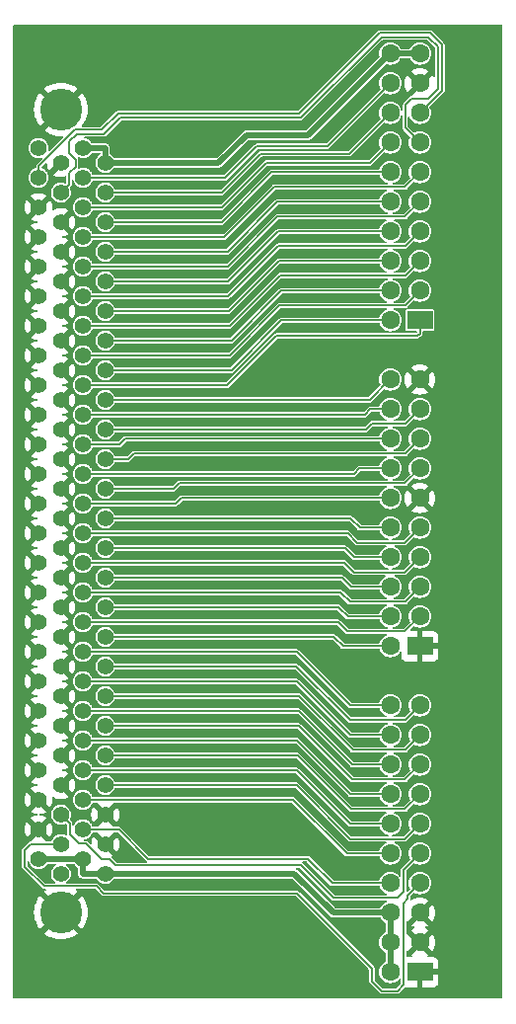
<source format=gtl>
%TF.GenerationSoftware,KiCad,Pcbnew,8.0.2-8.0.2-0~ubuntu22.04.1*%
%TF.CreationDate,2024-06-02T21:15:47+01:00*%
%TF.ProjectId,0001-Spartan3A-breakout,30303031-2d53-4706-9172-74616e33412d,rev?*%
%TF.SameCoordinates,Original*%
%TF.FileFunction,Copper,L1,Top*%
%TF.FilePolarity,Positive*%
%FSLAX46Y46*%
G04 Gerber Fmt 4.6, Leading zero omitted, Abs format (unit mm)*
G04 Created by KiCad (PCBNEW 8.0.2-8.0.2-0~ubuntu22.04.1) date 2024-06-02 21:15:47*
%MOMM*%
%LPD*%
G01*
G04 APERTURE LIST*
%TA.AperFunction,ComponentPad*%
%ADD10R,2.175000X1.600000*%
%TD*%
%TA.AperFunction,ComponentPad*%
%ADD11C,1.600000*%
%TD*%
%TA.AperFunction,ComponentPad*%
%ADD12C,1.400000*%
%TD*%
%TA.AperFunction,ComponentPad*%
%ADD13C,3.600000*%
%TD*%
%TA.AperFunction,ViaPad*%
%ADD14C,0.600000*%
%TD*%
%TA.AperFunction,Conductor*%
%ADD15C,0.500000*%
%TD*%
%TA.AperFunction,Conductor*%
%ADD16C,0.150000*%
%TD*%
G04 APERTURE END LIST*
D10*
X152400000Y-139700000D03*
D11*
X149860000Y-139700000D03*
X152400000Y-137160000D03*
X149860000Y-137160000D03*
X152400000Y-134620000D03*
X149860000Y-134620000D03*
X152400000Y-132080000D03*
X149860000Y-132080000D03*
X152400000Y-129540000D03*
X149860000Y-129540000D03*
X152400000Y-127000000D03*
X149860000Y-127000000D03*
X152400000Y-124460000D03*
X149860000Y-124460000D03*
X152400000Y-121920000D03*
X149860000Y-121920000D03*
X152400000Y-119380000D03*
X149860000Y-119380000D03*
X152400000Y-116840000D03*
X149860000Y-116840000D03*
D10*
X152400000Y-111760000D03*
D11*
X149860000Y-111760000D03*
X152400000Y-109220000D03*
X149860000Y-109220000D03*
X152400000Y-106680000D03*
X149860000Y-106680000D03*
X152400000Y-104140000D03*
X149860000Y-104140000D03*
X152400000Y-101600000D03*
X149860000Y-101600000D03*
X152400000Y-99060000D03*
X149860000Y-99060000D03*
X152400000Y-96520000D03*
X149860000Y-96520000D03*
X152400000Y-93980000D03*
X149860000Y-93980000D03*
X152400000Y-91440000D03*
X149860000Y-91440000D03*
X152400000Y-88900000D03*
X149860000Y-88900000D03*
D12*
X123500000Y-69060000D03*
X125405000Y-70330000D03*
X123500000Y-71600000D03*
X125405000Y-72870000D03*
X123500000Y-74140000D03*
X125405000Y-75410000D03*
X123500000Y-76680000D03*
X125405000Y-77950000D03*
X123500000Y-79220000D03*
X125405000Y-80490000D03*
X123500000Y-81760000D03*
X125405000Y-83030000D03*
X123500000Y-84300000D03*
X125405000Y-85570000D03*
X123500000Y-86840000D03*
X125405000Y-88110000D03*
X123500000Y-89380000D03*
X125405000Y-90650000D03*
X123500000Y-91920000D03*
X125405000Y-93190000D03*
X123500000Y-94460000D03*
X125405000Y-95730000D03*
X123500000Y-97000000D03*
X125405000Y-98270000D03*
X123500000Y-99540000D03*
X125405000Y-100810000D03*
X123500000Y-102080000D03*
X125405000Y-103350000D03*
X123500000Y-104620000D03*
X125405000Y-105890000D03*
X123500000Y-107160000D03*
X125405000Y-108430000D03*
X123500000Y-109700000D03*
X125405000Y-110970000D03*
X123500000Y-112240000D03*
X125405000Y-113510000D03*
X123500000Y-114780000D03*
X125405000Y-116050000D03*
X123500000Y-117320000D03*
X125405000Y-118590000D03*
X123500000Y-119860000D03*
X125405000Y-121130000D03*
X123500000Y-122400000D03*
X125405000Y-123670000D03*
X123500000Y-124940000D03*
X125405000Y-126210000D03*
X123500000Y-127480000D03*
X125405000Y-128750000D03*
X123500000Y-130020000D03*
X125405000Y-131290000D03*
X119690000Y-69060000D03*
X121595000Y-70330000D03*
X119690000Y-71600000D03*
X121595000Y-72870000D03*
X119690000Y-74140000D03*
X121595000Y-75410000D03*
X119690000Y-76680000D03*
X121595000Y-77950000D03*
X119690000Y-79220000D03*
X121595000Y-80490000D03*
X119690000Y-81760000D03*
X121595000Y-83030000D03*
X119690000Y-84300000D03*
X121595000Y-85570000D03*
X119690000Y-86840000D03*
X121595000Y-88110000D03*
X119690000Y-89380000D03*
X121595000Y-90650000D03*
X119690000Y-91920000D03*
X121595000Y-93190000D03*
X119690000Y-94460000D03*
X121595000Y-95730000D03*
X119690000Y-97000000D03*
X121595000Y-98270000D03*
X119690000Y-99540000D03*
X121595000Y-100810000D03*
X119690000Y-102080000D03*
X121595000Y-103350000D03*
X119690000Y-104620000D03*
X121595000Y-105890000D03*
X119690000Y-107160000D03*
X121595000Y-108430000D03*
X119690000Y-109700000D03*
X121595000Y-110970000D03*
X119690000Y-112240000D03*
X121595000Y-113510000D03*
X119690000Y-114780000D03*
X121595000Y-116050000D03*
X119690000Y-117320000D03*
X121595000Y-118590000D03*
X119690000Y-119860000D03*
X121595000Y-121130000D03*
X119690000Y-122400000D03*
X121595000Y-123670000D03*
X119690000Y-124940000D03*
X121595000Y-126210000D03*
X119690000Y-127480000D03*
X121595000Y-128750000D03*
X119690000Y-130020000D03*
X121595000Y-131290000D03*
D13*
X121595000Y-65750000D03*
X121595000Y-134600000D03*
D10*
X152400000Y-83820000D03*
D11*
X149860000Y-83820000D03*
X152400000Y-81280000D03*
X149860000Y-81280000D03*
X152400000Y-78740000D03*
X149860000Y-78740000D03*
X152400000Y-76200000D03*
X149860000Y-76200000D03*
X152400000Y-73660000D03*
X149860000Y-73660000D03*
X152400000Y-71120000D03*
X149860000Y-71120000D03*
X152400000Y-68580000D03*
X149860000Y-68580000D03*
X152400000Y-66040000D03*
X149860000Y-66040000D03*
X152400000Y-63500000D03*
X149860000Y-63500000D03*
X152400000Y-60960000D03*
X149860000Y-60960000D03*
D14*
X142650000Y-129400000D03*
X131100000Y-90000000D03*
X130950000Y-86200000D03*
X130750000Y-77300000D03*
X130650000Y-116700000D03*
X131100000Y-91250000D03*
X153550000Y-130750000D03*
X130650000Y-98900000D03*
X130650000Y-74750000D03*
X147250000Y-107300000D03*
X147650000Y-97150000D03*
X130600000Y-121750000D03*
X130900000Y-84900000D03*
X153350000Y-69900000D03*
X153250000Y-67250000D03*
X147050000Y-132700000D03*
X147050000Y-126350000D03*
X131050000Y-94600000D03*
X153500000Y-125700000D03*
X153400000Y-77450000D03*
X129250000Y-132150000D03*
X153550000Y-120550000D03*
X147550000Y-71750000D03*
X153450000Y-72350000D03*
X130950000Y-96050000D03*
X147500000Y-78050000D03*
X130650000Y-72200000D03*
X130750000Y-81100000D03*
X147400000Y-102250000D03*
X129400000Y-129300000D03*
X147100000Y-111200000D03*
X147150000Y-122500000D03*
X130700000Y-102750000D03*
X147100000Y-120000000D03*
X147550000Y-83200000D03*
X130650000Y-107750000D03*
X124900000Y-66750000D03*
X153400000Y-115350000D03*
X130600000Y-119200000D03*
X130700000Y-103950000D03*
X151100000Y-129000000D03*
X147150000Y-106050000D03*
X147500000Y-75500000D03*
X130650000Y-111550000D03*
X138900000Y-87400000D03*
X147550000Y-74300000D03*
X147750000Y-69400000D03*
X147150000Y-108550000D03*
X130650000Y-115400000D03*
X130800000Y-83600000D03*
X130650000Y-112900000D03*
X129200000Y-133700000D03*
X130600000Y-69500000D03*
X146750000Y-116150000D03*
X147500000Y-79350000D03*
X130750000Y-79850000D03*
X153550000Y-102900000D03*
X153550000Y-97850000D03*
X147250000Y-121250000D03*
X147550000Y-139700000D03*
X148500000Y-93350000D03*
X153550000Y-92750000D03*
X147300000Y-103500000D03*
X130600000Y-117950000D03*
X130650000Y-109050000D03*
X147200000Y-95850000D03*
X127050000Y-67250000D03*
X145300000Y-64250000D03*
X130700000Y-100150000D03*
X151100000Y-69850000D03*
X130650000Y-71050000D03*
X147050000Y-123800000D03*
X147250000Y-91250000D03*
X147100000Y-127600000D03*
X130650000Y-124250000D03*
X147050000Y-125100000D03*
X147000000Y-130750000D03*
X146350000Y-65750000D03*
X131050000Y-88750000D03*
X147050000Y-136150000D03*
X141250000Y-132150000D03*
X130800000Y-82400000D03*
X130650000Y-106500000D03*
X130700000Y-76000000D03*
X146750000Y-67900000D03*
X144400000Y-62750000D03*
X147250000Y-104750000D03*
X147100000Y-109850000D03*
X131050000Y-92550000D03*
X147100000Y-98400000D03*
X130650000Y-114150000D03*
X147000000Y-118750000D03*
X142450000Y-111600000D03*
X147500000Y-85850000D03*
X147050000Y-99850000D03*
X141250000Y-125700000D03*
X147550000Y-80600000D03*
X153550000Y-82250000D03*
X147000000Y-133900000D03*
X153450000Y-107950000D03*
X147550000Y-81950000D03*
X147050000Y-112450000D03*
X147500000Y-84450000D03*
X147200000Y-94600000D03*
X130650000Y-110350000D03*
X130750000Y-78550000D03*
X147550000Y-76800000D03*
X130600000Y-123000000D03*
X130600000Y-125650000D03*
X141600000Y-133550000D03*
X147800000Y-89950000D03*
X147050000Y-117450000D03*
X147600000Y-73000000D03*
X131000000Y-87450000D03*
X130700000Y-105250000D03*
X153650000Y-86300000D03*
X130650000Y-73500000D03*
X130650000Y-97600000D03*
X130700000Y-101450000D03*
X130550000Y-120500000D03*
X147250000Y-92550000D03*
X147000000Y-128900000D03*
D15*
X149790000Y-60960000D02*
X152400000Y-60960000D01*
X125405000Y-70330000D02*
X135120000Y-70330000D01*
X142800000Y-67950000D02*
X149790000Y-60960000D01*
X125405000Y-69060000D02*
X125405000Y-70330000D01*
X137500000Y-67950000D02*
X142800000Y-67950000D01*
X123500000Y-69060000D02*
X125405000Y-69060000D01*
X135120000Y-70330000D02*
X137500000Y-67950000D01*
D16*
X141990000Y-118590000D02*
X146600000Y-123200000D01*
X151120000Y-123200000D02*
X152400000Y-121920000D01*
X146600000Y-123200000D02*
X151120000Y-123200000D01*
X125405000Y-118590000D02*
X141990000Y-118590000D01*
X131940000Y-99060000D02*
X149860000Y-99060000D01*
X131460000Y-99540000D02*
X131940000Y-99060000D01*
X123500000Y-99540000D02*
X131460000Y-99540000D01*
D15*
X149860000Y-137160000D02*
X149860000Y-139700000D01*
X123500000Y-130020000D02*
X123500000Y-131290000D01*
X125405000Y-131290000D02*
X141640000Y-131290000D01*
X141640000Y-131290000D02*
X144970000Y-134620000D01*
X123500000Y-131290000D02*
X125405000Y-131290000D01*
X144970000Y-134620000D02*
X149860000Y-134620000D01*
X149860000Y-134620000D02*
X149860000Y-137160000D01*
X119690000Y-130020000D02*
X123500000Y-130020000D01*
D16*
X123500000Y-104620000D02*
X145920000Y-104620000D01*
X146750000Y-105450000D02*
X151090000Y-105450000D01*
X151090000Y-105450000D02*
X152400000Y-104140000D01*
X145920000Y-104620000D02*
X146750000Y-105450000D01*
X147230000Y-96520000D02*
X149860000Y-96520000D01*
X123500000Y-97000000D02*
X146750000Y-97000000D01*
X146750000Y-97000000D02*
X147230000Y-96520000D01*
X123500000Y-114780000D02*
X141830000Y-114780000D01*
X146430000Y-119380000D02*
X149860000Y-119380000D01*
X141830000Y-114780000D02*
X146430000Y-119380000D01*
X131750000Y-97800000D02*
X151120000Y-97800000D01*
X125405000Y-98270000D02*
X131280000Y-98270000D01*
X151120000Y-97800000D02*
X152400000Y-96520000D01*
X131280000Y-98270000D02*
X131750000Y-97800000D01*
X149860000Y-91440000D02*
X148160000Y-91440000D01*
X147680000Y-91920000D02*
X123500000Y-91920000D01*
X148160000Y-91440000D02*
X147680000Y-91920000D01*
X151110000Y-125750000D02*
X152400000Y-124460000D01*
X141930000Y-121130000D02*
X146550000Y-125750000D01*
X146550000Y-125750000D02*
X151110000Y-125750000D01*
X125405000Y-121130000D02*
X141930000Y-121130000D01*
X138400000Y-68900000D02*
X144460000Y-68900000D01*
X144460000Y-68900000D02*
X149860000Y-63500000D01*
X123500000Y-71650000D02*
X123800000Y-71950000D01*
X123500000Y-71600000D02*
X135700000Y-71600000D01*
X135700000Y-71600000D02*
X138400000Y-68900000D01*
X152400000Y-78740000D02*
X151140000Y-80000000D01*
X151140000Y-80000000D02*
X140400000Y-80000000D01*
X140400000Y-80000000D02*
X136100000Y-84300000D01*
X136100000Y-84300000D02*
X123500000Y-84300000D01*
X151130000Y-120650000D02*
X152400000Y-119380000D01*
X142050000Y-116050000D02*
X146650000Y-120650000D01*
X125405000Y-116050000D02*
X142050000Y-116050000D01*
X146650000Y-120650000D02*
X151130000Y-120650000D01*
X127370000Y-95730000D02*
X127850000Y-95250000D01*
X151130000Y-95250000D02*
X127850000Y-95250000D01*
X125405000Y-95730000D02*
X127370000Y-95730000D01*
X152400000Y-93980000D02*
X151130000Y-95250000D01*
X140520000Y-81280000D02*
X149860000Y-81280000D01*
X125405000Y-85570000D02*
X136230000Y-85570000D01*
X136230000Y-85570000D02*
X140520000Y-81280000D01*
X141860000Y-119860000D02*
X146460000Y-124460000D01*
X123500000Y-119860000D02*
X141860000Y-119860000D01*
X146460000Y-124460000D02*
X149860000Y-124460000D01*
X123500000Y-102080000D02*
X146230000Y-102080000D01*
X147050000Y-102900000D02*
X151100000Y-102900000D01*
X146230000Y-102080000D02*
X147050000Y-102900000D01*
X151100000Y-102900000D02*
X152400000Y-101600000D01*
X151100000Y-128300000D02*
X152400000Y-127000000D01*
X125405000Y-123670000D02*
X141820000Y-123670000D01*
X141820000Y-123670000D02*
X146450000Y-128300000D01*
X146450000Y-128300000D02*
X151100000Y-128300000D01*
X148100000Y-90650000D02*
X149850000Y-88900000D01*
X125405000Y-90650000D02*
X148100000Y-90650000D01*
X149850000Y-88900000D02*
X149860000Y-88900000D01*
X146790000Y-104140000D02*
X149860000Y-104140000D01*
X146000000Y-103350000D02*
X146790000Y-104140000D01*
X125405000Y-103350000D02*
X146000000Y-103350000D01*
X139900000Y-72400000D02*
X151120000Y-72400000D01*
X123500000Y-76680000D02*
X135620000Y-76680000D01*
X151120000Y-72400000D02*
X152400000Y-71120000D01*
X135620000Y-76680000D02*
X139900000Y-72400000D01*
X140190000Y-73660000D02*
X149860000Y-73660000D01*
X135900000Y-77950000D02*
X140190000Y-73660000D01*
X125405000Y-77950000D02*
X135900000Y-77950000D01*
X147760000Y-93190000D02*
X148250000Y-92700000D01*
X125405000Y-93190000D02*
X147760000Y-93190000D01*
X148250000Y-92700000D02*
X151140000Y-92700000D01*
X151140000Y-92700000D02*
X152400000Y-91440000D01*
X123500000Y-74140000D02*
X135410000Y-74140000D01*
X135410000Y-74140000D02*
X139200000Y-70350000D01*
X148090000Y-70350000D02*
X149860000Y-68580000D01*
X139200000Y-70350000D02*
X148090000Y-70350000D01*
X150450000Y-141350000D02*
X151000000Y-140800000D01*
X149150000Y-141350000D02*
X150450000Y-141350000D01*
X148300000Y-139400000D02*
X148300000Y-140500000D01*
X151000000Y-134600000D02*
X151000000Y-133800000D01*
X151000000Y-133800000D02*
X151350000Y-133450000D01*
X125250000Y-132950000D02*
X141850000Y-132950000D01*
X151000000Y-134600000D02*
X151000000Y-134400000D01*
X148300000Y-140500000D02*
X149150000Y-141350000D01*
X120150000Y-132350000D02*
X124650000Y-132350000D01*
X118500000Y-130700000D02*
X120150000Y-132350000D01*
X118500000Y-129250000D02*
X118500000Y-130700000D01*
X119000000Y-128750000D02*
X118500000Y-129250000D01*
X151000000Y-140800000D02*
X151000000Y-135850000D01*
X121595000Y-128750000D02*
X119000000Y-128750000D01*
X124650000Y-132350000D02*
X125250000Y-132950000D01*
X151350000Y-133450000D02*
X151350000Y-133130000D01*
X141850000Y-132950000D02*
X148300000Y-139400000D01*
X151350000Y-133130000D02*
X152400000Y-132080000D01*
X151000000Y-135850000D02*
X151000000Y-134600000D01*
X135960000Y-80490000D02*
X140250000Y-76200000D01*
X125405000Y-80490000D02*
X135960000Y-80490000D01*
X140250000Y-76200000D02*
X149860000Y-76200000D01*
X140530000Y-83820000D02*
X149860000Y-83820000D01*
X125405000Y-88110000D02*
X136240000Y-88110000D01*
X136240000Y-88110000D02*
X140530000Y-83820000D01*
X145740000Y-105890000D02*
X146530000Y-106680000D01*
X125405000Y-105890000D02*
X145740000Y-105890000D01*
X146530000Y-106680000D02*
X149860000Y-106680000D01*
X151150000Y-77450000D02*
X152400000Y-76200000D01*
X135940000Y-81760000D02*
X140250000Y-77450000D01*
X123500000Y-81760000D02*
X135940000Y-81760000D01*
X140250000Y-77450000D02*
X151150000Y-77450000D01*
X125405000Y-110970000D02*
X145020000Y-110970000D01*
X145810000Y-111760000D02*
X149860000Y-111760000D01*
X145020000Y-110970000D02*
X145810000Y-111760000D01*
X125405000Y-100810000D02*
X146460000Y-100810000D01*
X146460000Y-100810000D02*
X147250000Y-101600000D01*
X147250000Y-101600000D02*
X149860000Y-101600000D01*
X123500000Y-79220000D02*
X135930000Y-79220000D01*
X135930000Y-79220000D02*
X140200000Y-74950000D01*
X140200000Y-74950000D02*
X151110000Y-74950000D01*
X151110000Y-74950000D02*
X152400000Y-73660000D01*
X135390000Y-75410000D02*
X139680000Y-71120000D01*
X139680000Y-71120000D02*
X149860000Y-71120000D01*
X125405000Y-75410000D02*
X135390000Y-75410000D01*
X146400000Y-118100000D02*
X151140000Y-118100000D01*
X141810000Y-113510000D02*
X146400000Y-118100000D01*
X125405000Y-113510000D02*
X141810000Y-113510000D01*
X151140000Y-118100000D02*
X152400000Y-116840000D01*
X135430000Y-72870000D02*
X138750000Y-69550000D01*
X125405000Y-72870000D02*
X135430000Y-72870000D01*
X146350000Y-69550000D02*
X149860000Y-66040000D01*
X138750000Y-69550000D02*
X146350000Y-69550000D01*
X145400000Y-109700000D02*
X146200000Y-110500000D01*
X146200000Y-110500000D02*
X151120000Y-110500000D01*
X151120000Y-110500000D02*
X152400000Y-109220000D01*
X123500000Y-109700000D02*
X145400000Y-109700000D01*
X123500000Y-112240000D02*
X141840000Y-112240000D01*
X146440000Y-116840000D02*
X149860000Y-116840000D01*
X141840000Y-112240000D02*
X146440000Y-116840000D01*
X123500000Y-107160000D02*
X145610000Y-107160000D01*
X151130000Y-107950000D02*
X152400000Y-106680000D01*
X145610000Y-107160000D02*
X146400000Y-107950000D01*
X146400000Y-107950000D02*
X151130000Y-107950000D01*
X126315000Y-130565000D02*
X125750000Y-130000000D01*
X123750000Y-128700000D02*
X123150000Y-128700000D01*
X142215000Y-130565000D02*
X126315000Y-130565000D01*
X125750000Y-130000000D02*
X125050000Y-130000000D01*
X152400000Y-129540000D02*
X151000000Y-130940000D01*
X151000000Y-130940000D02*
X151000000Y-132800000D01*
X125050000Y-130000000D02*
X123750000Y-128700000D01*
X122350000Y-126965000D02*
X121595000Y-126210000D01*
X123150000Y-128700000D02*
X122350000Y-127900000D01*
X122350000Y-127900000D02*
X122350000Y-126965000D01*
X150450000Y-133350000D02*
X145000000Y-133350000D01*
X151000000Y-132800000D02*
X150450000Y-133350000D01*
X145000000Y-133350000D02*
X142215000Y-130565000D01*
X152200000Y-85150000D02*
X140100000Y-85150000D01*
X152400000Y-84950000D02*
X152200000Y-85150000D01*
X140100000Y-85150000D02*
X135870000Y-89380000D01*
X152400000Y-83820000D02*
X152400000Y-84950000D01*
X135870000Y-89380000D02*
X123500000Y-89380000D01*
X123500000Y-124940000D02*
X141540000Y-124940000D01*
X141540000Y-124940000D02*
X146140000Y-129540000D01*
X146140000Y-129540000D02*
X149860000Y-129540000D01*
X122300000Y-69500000D02*
X122850000Y-70050000D01*
X153950000Y-60350000D02*
X153150000Y-59550000D01*
X122300000Y-68500000D02*
X122300000Y-69500000D01*
X153150000Y-59550000D02*
X149100000Y-59550000D01*
X151700000Y-64800000D02*
X153100000Y-64800000D01*
X151150000Y-67330000D02*
X151150000Y-65350000D01*
X153950000Y-63950000D02*
X153950000Y-60350000D01*
X122300000Y-72165000D02*
X121595000Y-72870000D01*
X122850000Y-70050000D02*
X122850000Y-70650000D01*
X122950000Y-67850000D02*
X122300000Y-68500000D01*
X122300000Y-71200000D02*
X122300000Y-72165000D01*
X142200000Y-66450000D02*
X126700000Y-66450000D01*
X151150000Y-65350000D02*
X151700000Y-64800000D01*
X149100000Y-59550000D02*
X142200000Y-66450000D01*
X153100000Y-64800000D02*
X153950000Y-63950000D01*
X126700000Y-66450000D02*
X125300000Y-67850000D01*
X125300000Y-67850000D02*
X122950000Y-67850000D01*
X152400000Y-68580000D02*
X151150000Y-67330000D01*
X122850000Y-70650000D02*
X122300000Y-71200000D01*
X126640000Y-94460000D02*
X123500000Y-94460000D01*
X149860000Y-93980000D02*
X127120000Y-93980000D01*
X127120000Y-93980000D02*
X126640000Y-94460000D01*
X153300000Y-59200000D02*
X154300000Y-60200000D01*
X154300000Y-60200000D02*
X154300000Y-64140000D01*
X122800000Y-67500000D02*
X125100000Y-67500000D01*
X142050000Y-66100000D02*
X148950000Y-59200000D01*
X119690000Y-70610000D02*
X122800000Y-67500000D01*
X125100000Y-67500000D02*
X126500000Y-66100000D01*
X126500000Y-66100000D02*
X142050000Y-66100000D01*
X148950000Y-59200000D02*
X153300000Y-59200000D01*
X154300000Y-64140000D02*
X152400000Y-66040000D01*
X119690000Y-71600000D02*
X119690000Y-70610000D01*
X125405000Y-83030000D02*
X136020000Y-83030000D01*
X140310000Y-78740000D02*
X149860000Y-78740000D01*
X136020000Y-83030000D02*
X140310000Y-78740000D01*
X123500000Y-117320000D02*
X142020000Y-117320000D01*
X142020000Y-117320000D02*
X146620000Y-121920000D01*
X146620000Y-121920000D02*
X149860000Y-121920000D01*
X129100000Y-130000000D02*
X142800000Y-130000000D01*
X123500000Y-127480000D02*
X126580000Y-127480000D01*
X126580000Y-127480000D02*
X129100000Y-130000000D01*
X144880000Y-132080000D02*
X149860000Y-132080000D01*
X142800000Y-130000000D02*
X144880000Y-132080000D01*
X141850000Y-122400000D02*
X146450000Y-127000000D01*
X146450000Y-127000000D02*
X149860000Y-127000000D01*
X123500000Y-122400000D02*
X141850000Y-122400000D01*
X136060000Y-86840000D02*
X123500000Y-86840000D01*
X140350000Y-82550000D02*
X136060000Y-86840000D01*
X151130000Y-82550000D02*
X140350000Y-82550000D01*
X152400000Y-81280000D02*
X151130000Y-82550000D01*
X125405000Y-108430000D02*
X145430000Y-108430000D01*
X145430000Y-108430000D02*
X146220000Y-109220000D01*
X146220000Y-109220000D02*
X149860000Y-109220000D01*
%TA.AperFunction,Conductor*%
G36*
X122758758Y-130442174D02*
G01*
X122770518Y-130457500D01*
X122808138Y-130522662D01*
X122808141Y-130522665D01*
X122922062Y-130649187D01*
X122927772Y-130655528D01*
X123068996Y-130758134D01*
X123098589Y-130806425D01*
X123099500Y-130818001D01*
X123099500Y-131342729D01*
X123126791Y-131444582D01*
X123126795Y-131444591D01*
X123152563Y-131489222D01*
X123179520Y-131535913D01*
X123254087Y-131610480D01*
X123345413Y-131663207D01*
X123447270Y-131690499D01*
X123447271Y-131690500D01*
X123447273Y-131690500D01*
X124611432Y-131690500D01*
X124663758Y-131712174D01*
X124675518Y-131727500D01*
X124713138Y-131792662D01*
X124713141Y-131792665D01*
X124832772Y-131925528D01*
X124977400Y-132030608D01*
X124977407Y-132030612D01*
X125140733Y-132103329D01*
X125315609Y-132140500D01*
X125315610Y-132140500D01*
X125494390Y-132140500D01*
X125494391Y-132140500D01*
X125669267Y-132103329D01*
X125832593Y-132030612D01*
X125977230Y-131925526D01*
X126096859Y-131792665D01*
X126134482Y-131727499D01*
X126179415Y-131693022D01*
X126198568Y-131690500D01*
X141443455Y-131690500D01*
X141495781Y-131712174D01*
X144724087Y-134940480D01*
X144815412Y-134993207D01*
X144917273Y-135020500D01*
X148951958Y-135020500D01*
X149004284Y-135042174D01*
X149017217Y-135059614D01*
X149065864Y-135150625D01*
X149184643Y-135295357D01*
X149329375Y-135414136D01*
X149420384Y-135462780D01*
X149456313Y-135506560D01*
X149459500Y-135528042D01*
X149459500Y-136251957D01*
X149437826Y-136304283D01*
X149420384Y-136317218D01*
X149329375Y-136365864D01*
X149329372Y-136365865D01*
X149329368Y-136365869D01*
X149184643Y-136484643D01*
X149065865Y-136629373D01*
X149065859Y-136629382D01*
X148977605Y-136794494D01*
X148923253Y-136973667D01*
X148904901Y-137160000D01*
X148923253Y-137346332D01*
X148977605Y-137525505D01*
X149065859Y-137690617D01*
X149065862Y-137690622D01*
X149065864Y-137690625D01*
X149184643Y-137835357D01*
X149329375Y-137954136D01*
X149420384Y-138002780D01*
X149456313Y-138046560D01*
X149459500Y-138068042D01*
X149459500Y-138791957D01*
X149437826Y-138844283D01*
X149420384Y-138857218D01*
X149329375Y-138905864D01*
X149329372Y-138905865D01*
X149329368Y-138905869D01*
X149184643Y-139024643D01*
X149065865Y-139169373D01*
X149065859Y-139169382D01*
X148977605Y-139334494D01*
X148923253Y-139513667D01*
X148904901Y-139700000D01*
X148923253Y-139886332D01*
X148977605Y-140065505D01*
X149065859Y-140230617D01*
X149065862Y-140230622D01*
X149065864Y-140230625D01*
X149184643Y-140375357D01*
X149329375Y-140494136D01*
X149329380Y-140494138D01*
X149329382Y-140494140D01*
X149494494Y-140582394D01*
X149494496Y-140582394D01*
X149494499Y-140582396D01*
X149673669Y-140636747D01*
X149860000Y-140655099D01*
X150046331Y-140636747D01*
X150225501Y-140582396D01*
X150390625Y-140494136D01*
X150535357Y-140375357D01*
X150643297Y-140243831D01*
X150693247Y-140217133D01*
X150747445Y-140233574D01*
X150774144Y-140283524D01*
X150774500Y-140290777D01*
X150774500Y-140675942D01*
X150752826Y-140728268D01*
X150378269Y-141102826D01*
X150325943Y-141124500D01*
X149274057Y-141124500D01*
X149221731Y-141102826D01*
X148547174Y-140428269D01*
X148525500Y-140375943D01*
X148525500Y-139355145D01*
X148525499Y-139355143D01*
X148491171Y-139272266D01*
X148491169Y-139272263D01*
X148427735Y-139208829D01*
X142051578Y-132832673D01*
X142051578Y-132832672D01*
X141977738Y-132758832D01*
X141977736Y-132758830D01*
X141973179Y-132756942D01*
X141953458Y-132748773D01*
X141953458Y-132748772D01*
X141894855Y-132724499D01*
X141805145Y-132724499D01*
X141796533Y-132724499D01*
X141796525Y-132724500D01*
X125374057Y-132724500D01*
X125321731Y-132702826D01*
X124851578Y-132232673D01*
X124851578Y-132232672D01*
X124777738Y-132158832D01*
X124777736Y-132158830D01*
X124753460Y-132148774D01*
X124753458Y-132148773D01*
X124753458Y-132148772D01*
X124694855Y-132124499D01*
X124605145Y-132124499D01*
X124596533Y-132124499D01*
X124596525Y-132124500D01*
X122121116Y-132124500D01*
X122068790Y-132102826D01*
X122047116Y-132050500D01*
X122068790Y-131998174D01*
X122077620Y-131990633D01*
X122167227Y-131925528D01*
X122167226Y-131925528D01*
X122167230Y-131925526D01*
X122286859Y-131792665D01*
X122376250Y-131637835D01*
X122431497Y-131467803D01*
X122450185Y-131290000D01*
X122431497Y-131112197D01*
X122376250Y-130942165D01*
X122313413Y-130833328D01*
X122286861Y-130787337D01*
X122286858Y-130787334D01*
X122273658Y-130772674D01*
X122167230Y-130654474D01*
X122167229Y-130654473D01*
X122167227Y-130654471D01*
X122029447Y-130554367D01*
X121999854Y-130506076D01*
X122013076Y-130451004D01*
X122061367Y-130421411D01*
X122072943Y-130420500D01*
X122706432Y-130420500D01*
X122758758Y-130442174D01*
G37*
%TD.AperFunction*%
%TA.AperFunction,Conductor*%
G36*
X151840889Y-137391591D02*
G01*
X151919881Y-137528408D01*
X152031592Y-137640119D01*
X152168409Y-137719111D01*
X152188940Y-137724612D01*
X151674526Y-138239025D01*
X151712170Y-138265383D01*
X151742601Y-138313150D01*
X151730342Y-138368445D01*
X151682575Y-138398876D01*
X151669725Y-138400000D01*
X151299500Y-138400000D01*
X151247174Y-138378326D01*
X151225500Y-138326000D01*
X151225500Y-137957876D01*
X151247174Y-137905550D01*
X151299500Y-137883876D01*
X151305950Y-137884158D01*
X151320973Y-137885472D01*
X151835387Y-137371057D01*
X151840889Y-137391591D01*
G37*
%TD.AperFunction*%
%TA.AperFunction,Conductor*%
G36*
X151840889Y-134851591D02*
G01*
X151919881Y-134988408D01*
X152031592Y-135100119D01*
X152168409Y-135179111D01*
X152188940Y-135184612D01*
X151674526Y-135699025D01*
X151747516Y-135750132D01*
X151903635Y-135822933D01*
X151941898Y-135864691D01*
X151939428Y-135921274D01*
X151903635Y-135957067D01*
X151747513Y-136029868D01*
X151674526Y-136080973D01*
X152188940Y-136595387D01*
X152168409Y-136600889D01*
X152031592Y-136679881D01*
X151919881Y-136791592D01*
X151840889Y-136928409D01*
X151835387Y-136948940D01*
X151320973Y-136434526D01*
X151305948Y-136435841D01*
X151251933Y-136418808D01*
X151225781Y-136368570D01*
X151225500Y-136362122D01*
X151225500Y-135417876D01*
X151247174Y-135365550D01*
X151299500Y-135343876D01*
X151305950Y-135344158D01*
X151320973Y-135345472D01*
X151835387Y-134831058D01*
X151840889Y-134851591D01*
G37*
%TD.AperFunction*%
%TA.AperFunction,Conductor*%
G36*
X142143269Y-130812174D02*
G01*
X144804609Y-133473514D01*
X144804612Y-133473518D01*
X144808830Y-133477736D01*
X144872264Y-133541170D01*
X144906595Y-133555390D01*
X144955146Y-133575501D01*
X144955147Y-133575501D01*
X145053467Y-133575501D01*
X145053475Y-133575500D01*
X149530017Y-133575500D01*
X149582343Y-133597174D01*
X149604017Y-133649500D01*
X149582343Y-133701826D01*
X149551499Y-133720312D01*
X149521430Y-133729434D01*
X149494494Y-133737605D01*
X149329382Y-133825859D01*
X149329373Y-133825865D01*
X149184643Y-133944643D01*
X149065869Y-134089368D01*
X149065861Y-134089380D01*
X149048807Y-134121285D01*
X149017218Y-134180383D01*
X148973439Y-134216314D01*
X148951958Y-134219500D01*
X145166545Y-134219500D01*
X145114219Y-134197826D01*
X143513567Y-132597174D01*
X141885913Y-130969520D01*
X141885910Y-130969518D01*
X141885909Y-130969517D01*
X141815014Y-130928586D01*
X141780535Y-130883653D01*
X141787928Y-130827500D01*
X141832861Y-130793021D01*
X141852014Y-130790500D01*
X142090943Y-130790500D01*
X142143269Y-130812174D01*
G37*
%TD.AperFunction*%
%TA.AperFunction,Conductor*%
G36*
X142728269Y-130247174D02*
G01*
X144684609Y-132203514D01*
X144684612Y-132203518D01*
X144688830Y-132207736D01*
X144752264Y-132271170D01*
X144835145Y-132305500D01*
X144924854Y-132305500D01*
X148880253Y-132305500D01*
X148932579Y-132327174D01*
X148951067Y-132358019D01*
X148977605Y-132445505D01*
X149065859Y-132610617D01*
X149065862Y-132610622D01*
X149065864Y-132610625D01*
X149184643Y-132755357D01*
X149329375Y-132874136D01*
X149329380Y-132874138D01*
X149329382Y-132874140D01*
X149494494Y-132962394D01*
X149494496Y-132962394D01*
X149494499Y-132962396D01*
X149551499Y-132979686D01*
X149595279Y-133015617D01*
X149600831Y-133071981D01*
X149564900Y-133115762D01*
X149530017Y-133124500D01*
X145124057Y-133124500D01*
X145071731Y-133102826D01*
X142416578Y-130447673D01*
X142416578Y-130447672D01*
X142342738Y-130373832D01*
X142342736Y-130373830D01*
X142342733Y-130373828D01*
X142342732Y-130373828D01*
X142328339Y-130367866D01*
X142288291Y-130327817D01*
X142288293Y-130271180D01*
X142328342Y-130231132D01*
X142356659Y-130225500D01*
X142675943Y-130225500D01*
X142728269Y-130247174D01*
G37*
%TD.AperFunction*%
%TA.AperFunction,Conductor*%
G36*
X118851826Y-130218742D02*
G01*
X118869878Y-130248201D01*
X118908748Y-130367831D01*
X118908749Y-130367833D01*
X118908750Y-130367835D01*
X118919093Y-130385750D01*
X118998138Y-130522662D01*
X118998141Y-130522665D01*
X119112062Y-130649187D01*
X119117772Y-130655528D01*
X119262400Y-130760608D01*
X119262407Y-130760612D01*
X119425733Y-130833329D01*
X119600609Y-130870500D01*
X119600610Y-130870500D01*
X119779390Y-130870500D01*
X119779391Y-130870500D01*
X119954267Y-130833329D01*
X120117593Y-130760612D01*
X120133810Y-130748830D01*
X120262227Y-130655528D01*
X120262226Y-130655528D01*
X120262230Y-130655526D01*
X120381859Y-130522665D01*
X120419482Y-130457499D01*
X120464415Y-130423022D01*
X120483568Y-130420500D01*
X121117058Y-130420500D01*
X121169384Y-130442174D01*
X121191058Y-130494500D01*
X121169384Y-130546826D01*
X121160554Y-130554367D01*
X121022772Y-130654471D01*
X120903141Y-130787334D01*
X120903138Y-130787337D01*
X120813748Y-130942168D01*
X120758504Y-131112191D01*
X120758503Y-131112195D01*
X120758503Y-131112197D01*
X120739815Y-131290000D01*
X120756063Y-131444591D01*
X120758504Y-131467808D01*
X120813748Y-131637831D01*
X120903138Y-131792662D01*
X120903141Y-131792665D01*
X121022772Y-131925528D01*
X121112380Y-131990633D01*
X121141973Y-132038924D01*
X121128751Y-132093996D01*
X121080460Y-132123589D01*
X121068884Y-132124500D01*
X120274058Y-132124500D01*
X120221732Y-132102826D01*
X118747174Y-130628268D01*
X118725500Y-130575942D01*
X118725500Y-130271068D01*
X118747174Y-130218742D01*
X118799500Y-130197068D01*
X118851826Y-130218742D01*
G37*
%TD.AperFunction*%
%TA.AperFunction,Conductor*%
G36*
X126508269Y-127727174D02*
G01*
X128904609Y-130123514D01*
X128904612Y-130123518D01*
X128972263Y-130191169D01*
X128972266Y-130191171D01*
X128986660Y-130197133D01*
X129026709Y-130237181D01*
X129026709Y-130293818D01*
X128986661Y-130333867D01*
X128958342Y-130339500D01*
X126439057Y-130339500D01*
X126386731Y-130317826D01*
X125980770Y-129911865D01*
X125959096Y-129859539D01*
X125980770Y-129807213D01*
X125994140Y-129796623D01*
X126058326Y-129756879D01*
X125493585Y-129192138D01*
X125578694Y-129169333D01*
X125681306Y-129110090D01*
X125765090Y-129026306D01*
X125824333Y-128923694D01*
X125847138Y-128838585D01*
X126413860Y-129405307D01*
X126429633Y-129384422D01*
X126528760Y-129185346D01*
X126528762Y-129185342D01*
X126589620Y-128971445D01*
X126589622Y-128971432D01*
X126610141Y-128750003D01*
X126610141Y-128749996D01*
X126589622Y-128528567D01*
X126589620Y-128528554D01*
X126528762Y-128314657D01*
X126528760Y-128314653D01*
X126429631Y-128115573D01*
X126429629Y-128115571D01*
X126413861Y-128094690D01*
X125847137Y-128661414D01*
X125824333Y-128576306D01*
X125765090Y-128473694D01*
X125681306Y-128389910D01*
X125578694Y-128330667D01*
X125493583Y-128307861D01*
X126074272Y-127727174D01*
X126126598Y-127705500D01*
X126455943Y-127705500D01*
X126508269Y-127727174D01*
G37*
%TD.AperFunction*%
%TA.AperFunction,Conductor*%
G36*
X124735727Y-127727174D02*
G01*
X125316414Y-128307861D01*
X125231306Y-128330667D01*
X125128694Y-128389910D01*
X125044910Y-128473694D01*
X124985667Y-128576306D01*
X124962861Y-128661415D01*
X124396137Y-128094691D01*
X124380370Y-128115570D01*
X124380369Y-128115573D01*
X124281239Y-128314653D01*
X124281237Y-128314657D01*
X124220379Y-128528554D01*
X124220377Y-128528567D01*
X124207538Y-128667125D01*
X124181129Y-128717228D01*
X124127026Y-128733981D01*
X124081528Y-128712623D01*
X123951578Y-128582673D01*
X123951578Y-128582672D01*
X123877738Y-128508832D01*
X123877736Y-128508830D01*
X123863240Y-128502825D01*
X123853458Y-128498773D01*
X123853458Y-128498772D01*
X123794855Y-128474499D01*
X123705145Y-128474499D01*
X123696533Y-128474499D01*
X123696525Y-128474500D01*
X123615986Y-128474500D01*
X123563660Y-128452826D01*
X123541986Y-128400500D01*
X123563660Y-128348174D01*
X123600600Y-128328117D01*
X123764267Y-128293329D01*
X123927593Y-128220612D01*
X124072230Y-128115526D01*
X124191859Y-127982665D01*
X124281250Y-127827835D01*
X124304385Y-127756633D01*
X124341167Y-127713566D01*
X124374763Y-127705500D01*
X124683401Y-127705500D01*
X124735727Y-127727174D01*
G37*
%TD.AperFunction*%
%TA.AperFunction,Conductor*%
G36*
X159477826Y-58522174D02*
G01*
X159499500Y-58574500D01*
X159499500Y-141925500D01*
X159477826Y-141977826D01*
X159425500Y-141999500D01*
X117574500Y-141999500D01*
X117522174Y-141977826D01*
X117500500Y-141925500D01*
X117500500Y-129205146D01*
X118274499Y-129205146D01*
X118274499Y-129303466D01*
X118274500Y-129303475D01*
X118274500Y-130649173D01*
X118274499Y-130649187D01*
X118274499Y-130744855D01*
X118293406Y-130790500D01*
X118293407Y-130790502D01*
X118308828Y-130827733D01*
X118308831Y-130827737D01*
X118382671Y-130901577D01*
X118382672Y-130901577D01*
X120022264Y-132541170D01*
X120105145Y-132575500D01*
X120194854Y-132575500D01*
X120241042Y-132575500D01*
X120293368Y-132597174D01*
X120315042Y-132649500D01*
X120293368Y-132701826D01*
X120282154Y-132711029D01*
X120191847Y-132771369D01*
X120191836Y-132771378D01*
X120153528Y-132804974D01*
X120940670Y-133592116D01*
X120813252Y-133684691D01*
X120679691Y-133818252D01*
X120587116Y-133945670D01*
X119799974Y-133158528D01*
X119766378Y-133196836D01*
X119766369Y-133196847D01*
X119598873Y-133447523D01*
X119598867Y-133447534D01*
X119465519Y-133717936D01*
X119368605Y-134003434D01*
X119309785Y-134299138D01*
X119290065Y-134600000D01*
X119309785Y-134900861D01*
X119368605Y-135196565D01*
X119465519Y-135482063D01*
X119598867Y-135752466D01*
X119598873Y-135752477D01*
X119766370Y-136003154D01*
X119799973Y-136041470D01*
X120587115Y-135254328D01*
X120679691Y-135381748D01*
X120813252Y-135515309D01*
X120940669Y-135607882D01*
X120153527Y-136395025D01*
X120191845Y-136428629D01*
X120442522Y-136596126D01*
X120442533Y-136596132D01*
X120712936Y-136729480D01*
X120998434Y-136826394D01*
X121294138Y-136885214D01*
X121595000Y-136904934D01*
X121895861Y-136885214D01*
X122191565Y-136826394D01*
X122477063Y-136729480D01*
X122747466Y-136596132D01*
X122747477Y-136596126D01*
X122998154Y-136428629D01*
X123036471Y-136395024D01*
X122249330Y-135607883D01*
X122376748Y-135515309D01*
X122510309Y-135381748D01*
X122602883Y-135254329D01*
X123390024Y-136041470D01*
X123423629Y-136003154D01*
X123591126Y-135752477D01*
X123591132Y-135752466D01*
X123724480Y-135482063D01*
X123821394Y-135196565D01*
X123880214Y-134900861D01*
X123899934Y-134600000D01*
X123880214Y-134299138D01*
X123821394Y-134003434D01*
X123724480Y-133717936D01*
X123591132Y-133447534D01*
X123591126Y-133447523D01*
X123423627Y-133196844D01*
X123423625Y-133196841D01*
X123390024Y-133158527D01*
X122602882Y-133945669D01*
X122510309Y-133818252D01*
X122376748Y-133684691D01*
X122249328Y-133592115D01*
X123036471Y-132804973D01*
X122998154Y-132771370D01*
X122907847Y-132711029D01*
X122876381Y-132663937D01*
X122887430Y-132608388D01*
X122934522Y-132576922D01*
X122948959Y-132575500D01*
X124525943Y-132575500D01*
X124578269Y-132597174D01*
X125054609Y-133073514D01*
X125054612Y-133073518D01*
X125058830Y-133077736D01*
X125122264Y-133141170D01*
X125205145Y-133175500D01*
X125294855Y-133175500D01*
X141725943Y-133175500D01*
X141778269Y-133197174D01*
X148052826Y-139471731D01*
X148074500Y-139524057D01*
X148074500Y-140449173D01*
X148074499Y-140449187D01*
X148074499Y-140544856D01*
X148098773Y-140603458D01*
X148108829Y-140627734D01*
X148108832Y-140627738D01*
X148182671Y-140701577D01*
X148182673Y-140701578D01*
X148954609Y-141473514D01*
X148954612Y-141473518D01*
X148958830Y-141477736D01*
X149022264Y-141541170D01*
X149056595Y-141555390D01*
X149105146Y-141575501D01*
X149105147Y-141575501D01*
X149203467Y-141575501D01*
X149203475Y-141575500D01*
X150396525Y-141575500D01*
X150396533Y-141575501D01*
X150405145Y-141575501D01*
X150494854Y-141575501D01*
X150494855Y-141575501D01*
X150553460Y-141551225D01*
X150577736Y-141541170D01*
X150641170Y-141477736D01*
X150641170Y-141477735D01*
X150651575Y-141467330D01*
X150651576Y-141467327D01*
X151113364Y-141005540D01*
X151165688Y-140983868D01*
X151191551Y-140988535D01*
X151205122Y-140993597D01*
X151264671Y-141000000D01*
X152150000Y-141000000D01*
X152150000Y-140248482D01*
X152168409Y-140259111D01*
X152321009Y-140300000D01*
X152478991Y-140300000D01*
X152631591Y-140259111D01*
X152650000Y-140248482D01*
X152650000Y-141000000D01*
X153535329Y-141000000D01*
X153594875Y-140993597D01*
X153594880Y-140993596D01*
X153729587Y-140943354D01*
X153729588Y-140943353D01*
X153844688Y-140857188D01*
X153930853Y-140742088D01*
X153930854Y-140742087D01*
X153981096Y-140607380D01*
X153981097Y-140607375D01*
X153987500Y-140547828D01*
X153987500Y-139950000D01*
X152948482Y-139950000D01*
X152959111Y-139931591D01*
X153000000Y-139778991D01*
X153000000Y-139621009D01*
X152959111Y-139468409D01*
X152948482Y-139450000D01*
X153987500Y-139450000D01*
X153987500Y-138852171D01*
X153981097Y-138792624D01*
X153981096Y-138792619D01*
X153930854Y-138657912D01*
X153930853Y-138657911D01*
X153844688Y-138542811D01*
X153729588Y-138456646D01*
X153729587Y-138456645D01*
X153594880Y-138406403D01*
X153594875Y-138406402D01*
X153535329Y-138400000D01*
X153130275Y-138400000D01*
X153077949Y-138378326D01*
X153056275Y-138326000D01*
X153077949Y-138273674D01*
X153087829Y-138265383D01*
X153125471Y-138239024D01*
X152611059Y-137724612D01*
X152631591Y-137719111D01*
X152768408Y-137640119D01*
X152880119Y-137528408D01*
X152959111Y-137391591D01*
X152964612Y-137371059D01*
X153479024Y-137885471D01*
X153530133Y-137812483D01*
X153626264Y-137606328D01*
X153626269Y-137606317D01*
X153685140Y-137386608D01*
X153685141Y-137386602D01*
X153704966Y-137160005D01*
X153704966Y-137159994D01*
X153685141Y-136933397D01*
X153685140Y-136933391D01*
X153626269Y-136713682D01*
X153626264Y-136713671D01*
X153530132Y-136507516D01*
X153479024Y-136434526D01*
X152964612Y-136948939D01*
X152959111Y-136928409D01*
X152880119Y-136791592D01*
X152768408Y-136679881D01*
X152631591Y-136600889D01*
X152611057Y-136595387D01*
X153125472Y-136080973D01*
X153052483Y-136029867D01*
X152896364Y-135957067D01*
X152858101Y-135915309D01*
X152860571Y-135858726D01*
X152896364Y-135822933D01*
X153052483Y-135750133D01*
X153125471Y-135699024D01*
X152611059Y-135184612D01*
X152631591Y-135179111D01*
X152768408Y-135100119D01*
X152880119Y-134988408D01*
X152959111Y-134851591D01*
X152964612Y-134831059D01*
X153479024Y-135345471D01*
X153530133Y-135272483D01*
X153626264Y-135066328D01*
X153626269Y-135066317D01*
X153685140Y-134846608D01*
X153685141Y-134846602D01*
X153704966Y-134620005D01*
X153704966Y-134619994D01*
X153685141Y-134393397D01*
X153685140Y-134393391D01*
X153626269Y-134173682D01*
X153626264Y-134173671D01*
X153530132Y-133967516D01*
X153479024Y-133894526D01*
X152964612Y-134408939D01*
X152959111Y-134388409D01*
X152880119Y-134251592D01*
X152768408Y-134139881D01*
X152631591Y-134060889D01*
X152611058Y-134055387D01*
X153125472Y-133540973D01*
X153052483Y-133489867D01*
X152846328Y-133393735D01*
X152846317Y-133393730D01*
X152626608Y-133334859D01*
X152626602Y-133334858D01*
X152400005Y-133315034D01*
X152399995Y-133315034D01*
X152173397Y-133334858D01*
X152173391Y-133334859D01*
X151953682Y-133393730D01*
X151953671Y-133393735D01*
X151747517Y-133489866D01*
X151691945Y-133528778D01*
X151636650Y-133541036D01*
X151588883Y-133510604D01*
X151575501Y-133468160D01*
X151575501Y-133399187D01*
X151575500Y-133399173D01*
X151575500Y-133254056D01*
X151597173Y-133201731D01*
X151866666Y-132932237D01*
X151918991Y-132910564D01*
X151953874Y-132919302D01*
X152034494Y-132962394D01*
X152034496Y-132962394D01*
X152034499Y-132962396D01*
X152213669Y-133016747D01*
X152400000Y-133035099D01*
X152586331Y-133016747D01*
X152765501Y-132962396D01*
X152930625Y-132874136D01*
X153075357Y-132755357D01*
X153194136Y-132610625D01*
X153282396Y-132445501D01*
X153336747Y-132266331D01*
X153355099Y-132080000D01*
X153336747Y-131893669D01*
X153282396Y-131714499D01*
X153282394Y-131714496D01*
X153282394Y-131714494D01*
X153194140Y-131549382D01*
X153194138Y-131549380D01*
X153194136Y-131549375D01*
X153075357Y-131404643D01*
X152930625Y-131285864D01*
X152930622Y-131285862D01*
X152930617Y-131285859D01*
X152765505Y-131197605D01*
X152586332Y-131143253D01*
X152400000Y-131124901D01*
X152213667Y-131143253D01*
X152034494Y-131197605D01*
X151869382Y-131285859D01*
X151869373Y-131285865D01*
X151724643Y-131404643D01*
X151605865Y-131549373D01*
X151605859Y-131549382D01*
X151517605Y-131714494D01*
X151463253Y-131893667D01*
X151444901Y-132080000D01*
X151463253Y-132266332D01*
X151517605Y-132445503D01*
X151560697Y-132526125D01*
X151566247Y-132582489D01*
X151547760Y-132613333D01*
X151351826Y-132809268D01*
X151299500Y-132830942D01*
X151247174Y-132809268D01*
X151225500Y-132756942D01*
X151225500Y-131064056D01*
X151247173Y-131011731D01*
X151866666Y-130392237D01*
X151918991Y-130370564D01*
X151953874Y-130379302D01*
X152034494Y-130422394D01*
X152034496Y-130422394D01*
X152034499Y-130422396D01*
X152213669Y-130476747D01*
X152400000Y-130495099D01*
X152586331Y-130476747D01*
X152765501Y-130422396D01*
X152930625Y-130334136D01*
X153075357Y-130215357D01*
X153194136Y-130070625D01*
X153252976Y-129960542D01*
X153282394Y-129905505D01*
X153282395Y-129905503D01*
X153282396Y-129905501D01*
X153336747Y-129726331D01*
X153355099Y-129540000D01*
X153336747Y-129353669D01*
X153282396Y-129174499D01*
X153282394Y-129174496D01*
X153282394Y-129174494D01*
X153194140Y-129009382D01*
X153194138Y-129009380D01*
X153194136Y-129009375D01*
X153075357Y-128864643D01*
X152930625Y-128745864D01*
X152930622Y-128745862D01*
X152930617Y-128745859D01*
X152765505Y-128657605D01*
X152586332Y-128603253D01*
X152400000Y-128584901D01*
X152213667Y-128603253D01*
X152034494Y-128657605D01*
X151869382Y-128745859D01*
X151869373Y-128745865D01*
X151724643Y-128864643D01*
X151605865Y-129009373D01*
X151605859Y-129009382D01*
X151517605Y-129174494D01*
X151463253Y-129353667D01*
X151444901Y-129540000D01*
X151463253Y-129726332D01*
X151475135Y-129765500D01*
X151503661Y-129859539D01*
X151517605Y-129905503D01*
X151560697Y-129986125D01*
X151566247Y-130042489D01*
X151547760Y-130073333D01*
X150872265Y-130748829D01*
X150808830Y-130812263D01*
X150800105Y-130833329D01*
X150774499Y-130895145D01*
X150774499Y-130993466D01*
X150774500Y-130993475D01*
X150774500Y-131489222D01*
X150752826Y-131541548D01*
X150700500Y-131563222D01*
X150648174Y-131541548D01*
X150643298Y-131536168D01*
X150587191Y-131467803D01*
X150535357Y-131404643D01*
X150390625Y-131285864D01*
X150390622Y-131285862D01*
X150390617Y-131285859D01*
X150225505Y-131197605D01*
X150046332Y-131143253D01*
X149860000Y-131124901D01*
X149673667Y-131143253D01*
X149494494Y-131197605D01*
X149329382Y-131285859D01*
X149329373Y-131285865D01*
X149184643Y-131404643D01*
X149065865Y-131549373D01*
X149065859Y-131549382D01*
X148977605Y-131714494D01*
X148973660Y-131727500D01*
X148953894Y-131792662D01*
X148951067Y-131801981D01*
X148915136Y-131845762D01*
X148880253Y-131854500D01*
X145004057Y-131854500D01*
X144951731Y-131832826D01*
X143001578Y-129882673D01*
X143001578Y-129882672D01*
X142927738Y-129808832D01*
X142927736Y-129808830D01*
X142923833Y-129807213D01*
X142903458Y-129798773D01*
X142903458Y-129798772D01*
X142844855Y-129774499D01*
X142755145Y-129774499D01*
X142746533Y-129774499D01*
X142746525Y-129774500D01*
X129224057Y-129774500D01*
X129171731Y-129752826D01*
X126781578Y-127362673D01*
X126781578Y-127362672D01*
X126707738Y-127288832D01*
X126707736Y-127288830D01*
X126683460Y-127278774D01*
X126683458Y-127278773D01*
X126683458Y-127278772D01*
X126624855Y-127254499D01*
X126535145Y-127254499D01*
X126526533Y-127254499D01*
X126526525Y-127254500D01*
X126126599Y-127254500D01*
X126074273Y-127232826D01*
X125493585Y-126652138D01*
X125578694Y-126629333D01*
X125681306Y-126570090D01*
X125765090Y-126486306D01*
X125824333Y-126383694D01*
X125847138Y-126298585D01*
X126413860Y-126865307D01*
X126429633Y-126844422D01*
X126528760Y-126645346D01*
X126528762Y-126645342D01*
X126589620Y-126431445D01*
X126589622Y-126431432D01*
X126610141Y-126210003D01*
X126610141Y-126209996D01*
X126589622Y-125988567D01*
X126589620Y-125988554D01*
X126528762Y-125774657D01*
X126528760Y-125774653D01*
X126429631Y-125575573D01*
X126429629Y-125575571D01*
X126413861Y-125554690D01*
X125847137Y-126121414D01*
X125824333Y-126036306D01*
X125765090Y-125933694D01*
X125681306Y-125849910D01*
X125578694Y-125790667D01*
X125493583Y-125767861D01*
X126074272Y-125187174D01*
X126126598Y-125165500D01*
X141415943Y-125165500D01*
X141468268Y-125187173D01*
X145948829Y-129667735D01*
X145948830Y-129667736D01*
X146012264Y-129731170D01*
X146095145Y-129765500D01*
X148880253Y-129765500D01*
X148932579Y-129787174D01*
X148951067Y-129818019D01*
X148977605Y-129905505D01*
X149065859Y-130070617D01*
X149065862Y-130070622D01*
X149065864Y-130070625D01*
X149184643Y-130215357D01*
X149329375Y-130334136D01*
X149329380Y-130334138D01*
X149329382Y-130334140D01*
X149494494Y-130422394D01*
X149494496Y-130422394D01*
X149494499Y-130422396D01*
X149673669Y-130476747D01*
X149860000Y-130495099D01*
X150046331Y-130476747D01*
X150225501Y-130422396D01*
X150390625Y-130334136D01*
X150535357Y-130215357D01*
X150654136Y-130070625D01*
X150712976Y-129960542D01*
X150742394Y-129905505D01*
X150742395Y-129905503D01*
X150742396Y-129905501D01*
X150796747Y-129726331D01*
X150815099Y-129540000D01*
X150796747Y-129353669D01*
X150742396Y-129174499D01*
X150742394Y-129174496D01*
X150742394Y-129174494D01*
X150654140Y-129009382D01*
X150654138Y-129009380D01*
X150654136Y-129009375D01*
X150535357Y-128864643D01*
X150390625Y-128745864D01*
X150390622Y-128745862D01*
X150390617Y-128745859D01*
X150238894Y-128664762D01*
X150202963Y-128620981D01*
X150208515Y-128564617D01*
X150252296Y-128528686D01*
X150273777Y-128525500D01*
X151046525Y-128525500D01*
X151046533Y-128525501D01*
X151055145Y-128525501D01*
X151144854Y-128525501D01*
X151144855Y-128525501D01*
X151203460Y-128501225D01*
X151227736Y-128491170D01*
X151291170Y-128427736D01*
X151291170Y-128427735D01*
X151301575Y-128417330D01*
X151301577Y-128417327D01*
X151866666Y-127852237D01*
X151918991Y-127830564D01*
X151953874Y-127839302D01*
X152034494Y-127882394D01*
X152034496Y-127882394D01*
X152034499Y-127882396D01*
X152213669Y-127936747D01*
X152400000Y-127955099D01*
X152586331Y-127936747D01*
X152765501Y-127882396D01*
X152930625Y-127794136D01*
X153075357Y-127675357D01*
X153194136Y-127530625D01*
X153282396Y-127365501D01*
X153336747Y-127186331D01*
X153355099Y-127000000D01*
X153336747Y-126813669D01*
X153282396Y-126634499D01*
X153282394Y-126634496D01*
X153282394Y-126634494D01*
X153194140Y-126469382D01*
X153194138Y-126469380D01*
X153194136Y-126469375D01*
X153075357Y-126324643D01*
X152930625Y-126205864D01*
X152930622Y-126205862D01*
X152930617Y-126205859D01*
X152765505Y-126117605D01*
X152586332Y-126063253D01*
X152400000Y-126044901D01*
X152213667Y-126063253D01*
X152034494Y-126117605D01*
X151869382Y-126205859D01*
X151869373Y-126205865D01*
X151724643Y-126324643D01*
X151605865Y-126469373D01*
X151605859Y-126469382D01*
X151517605Y-126634494D01*
X151463253Y-126813667D01*
X151444901Y-127000000D01*
X151463253Y-127186332D01*
X151475135Y-127225500D01*
X151516746Y-127362673D01*
X151517605Y-127365503D01*
X151560697Y-127446125D01*
X151566247Y-127502489D01*
X151547760Y-127533333D01*
X151028269Y-128052826D01*
X150975943Y-128074500D01*
X150091088Y-128074500D01*
X150038762Y-128052826D01*
X150017088Y-128000500D01*
X150038762Y-127948174D01*
X150069607Y-127929687D01*
X150225498Y-127882397D01*
X150225498Y-127882396D01*
X150225501Y-127882396D01*
X150390625Y-127794136D01*
X150535357Y-127675357D01*
X150654136Y-127530625D01*
X150742396Y-127365501D01*
X150796747Y-127186331D01*
X150815099Y-127000000D01*
X150796747Y-126813669D01*
X150742396Y-126634499D01*
X150742394Y-126634496D01*
X150742394Y-126634494D01*
X150654140Y-126469382D01*
X150654138Y-126469380D01*
X150654136Y-126469375D01*
X150535357Y-126324643D01*
X150390625Y-126205864D01*
X150390622Y-126205862D01*
X150390617Y-126205859D01*
X150222295Y-126115890D01*
X150222943Y-126114675D01*
X150186087Y-126077817D01*
X150186089Y-126021179D01*
X150226138Y-125981132D01*
X150254455Y-125975500D01*
X151056525Y-125975500D01*
X151056533Y-125975501D01*
X151065145Y-125975501D01*
X151154854Y-125975501D01*
X151154855Y-125975501D01*
X151213460Y-125951225D01*
X151237736Y-125941170D01*
X151301170Y-125877736D01*
X151301170Y-125877735D01*
X151311575Y-125867330D01*
X151311576Y-125867327D01*
X151866667Y-125312237D01*
X151918992Y-125290564D01*
X151953875Y-125299302D01*
X152034494Y-125342394D01*
X152034496Y-125342394D01*
X152034499Y-125342396D01*
X152213669Y-125396747D01*
X152400000Y-125415099D01*
X152586331Y-125396747D01*
X152765501Y-125342396D01*
X152930625Y-125254136D01*
X153075357Y-125135357D01*
X153194136Y-124990625D01*
X153258611Y-124870000D01*
X153282394Y-124825505D01*
X153282394Y-124825504D01*
X153282396Y-124825501D01*
X153336747Y-124646331D01*
X153355099Y-124460000D01*
X153336747Y-124273669D01*
X153282396Y-124094499D01*
X153282394Y-124094496D01*
X153282394Y-124094494D01*
X153194140Y-123929382D01*
X153194138Y-123929380D01*
X153194136Y-123929375D01*
X153075357Y-123784643D01*
X152930625Y-123665864D01*
X152930622Y-123665862D01*
X152930617Y-123665859D01*
X152765505Y-123577605D01*
X152586332Y-123523253D01*
X152400000Y-123504901D01*
X152213667Y-123523253D01*
X152034494Y-123577605D01*
X151869382Y-123665859D01*
X151869373Y-123665865D01*
X151724643Y-123784643D01*
X151605865Y-123929373D01*
X151605859Y-123929382D01*
X151517605Y-124094494D01*
X151463253Y-124273667D01*
X151444901Y-124460000D01*
X151463253Y-124646332D01*
X151475135Y-124685500D01*
X151517604Y-124825501D01*
X151517605Y-124825504D01*
X151517606Y-124825505D01*
X151560696Y-124906123D01*
X151566247Y-124962488D01*
X151547760Y-124993332D01*
X151038269Y-125502826D01*
X150985943Y-125524500D01*
X150124053Y-125524500D01*
X150071727Y-125502826D01*
X150050053Y-125450500D01*
X150071727Y-125398174D01*
X150102572Y-125379687D01*
X150225498Y-125342397D01*
X150225498Y-125342396D01*
X150225501Y-125342396D01*
X150390625Y-125254136D01*
X150535357Y-125135357D01*
X150654136Y-124990625D01*
X150718611Y-124870000D01*
X150742394Y-124825505D01*
X150742394Y-124825504D01*
X150742396Y-124825501D01*
X150796747Y-124646331D01*
X150815099Y-124460000D01*
X150796747Y-124273669D01*
X150742396Y-124094499D01*
X150742394Y-124094496D01*
X150742394Y-124094494D01*
X150654140Y-123929382D01*
X150654138Y-123929380D01*
X150654136Y-123929375D01*
X150535357Y-123784643D01*
X150390625Y-123665864D01*
X150390622Y-123665862D01*
X150390617Y-123665859D01*
X150225505Y-123577606D01*
X150225504Y-123577605D01*
X150225501Y-123577604D01*
X150201465Y-123570312D01*
X150157686Y-123534383D01*
X150152134Y-123478019D01*
X150188065Y-123434238D01*
X150222948Y-123425500D01*
X151066525Y-123425500D01*
X151066533Y-123425501D01*
X151075145Y-123425501D01*
X151164854Y-123425501D01*
X151164855Y-123425501D01*
X151223460Y-123401225D01*
X151247736Y-123391170D01*
X151311170Y-123327736D01*
X151311170Y-123327735D01*
X151321575Y-123317330D01*
X151321576Y-123317327D01*
X151866667Y-122772237D01*
X151918992Y-122750564D01*
X151953875Y-122759302D01*
X152034494Y-122802394D01*
X152034496Y-122802394D01*
X152034499Y-122802396D01*
X152213669Y-122856747D01*
X152400000Y-122875099D01*
X152586331Y-122856747D01*
X152765501Y-122802396D01*
X152930625Y-122714136D01*
X153075357Y-122595357D01*
X153194136Y-122450625D01*
X153282396Y-122285501D01*
X153336747Y-122106331D01*
X153355099Y-121920000D01*
X153336747Y-121733669D01*
X153282396Y-121554499D01*
X153282394Y-121554496D01*
X153282394Y-121554494D01*
X153194140Y-121389382D01*
X153194138Y-121389380D01*
X153194136Y-121389375D01*
X153075357Y-121244643D01*
X152930625Y-121125864D01*
X152930622Y-121125862D01*
X152930617Y-121125859D01*
X152765505Y-121037605D01*
X152586332Y-120983253D01*
X152400000Y-120964901D01*
X152213667Y-120983253D01*
X152034494Y-121037605D01*
X151869382Y-121125859D01*
X151869373Y-121125865D01*
X151724643Y-121244643D01*
X151605865Y-121389373D01*
X151605859Y-121389382D01*
X151517605Y-121554494D01*
X151463253Y-121733667D01*
X151444901Y-121920000D01*
X151463253Y-122106332D01*
X151475135Y-122145500D01*
X151517604Y-122285501D01*
X151517605Y-122285504D01*
X151517606Y-122285505D01*
X151560696Y-122366123D01*
X151566247Y-122422488D01*
X151547760Y-122453332D01*
X151048269Y-122952826D01*
X150995943Y-122974500D01*
X150157018Y-122974500D01*
X150104692Y-122952826D01*
X150083018Y-122900500D01*
X150104692Y-122848174D01*
X150135535Y-122829686D01*
X150225501Y-122802396D01*
X150390625Y-122714136D01*
X150535357Y-122595357D01*
X150654136Y-122450625D01*
X150742396Y-122285501D01*
X150796747Y-122106331D01*
X150815099Y-121920000D01*
X150796747Y-121733669D01*
X150742396Y-121554499D01*
X150742394Y-121554496D01*
X150742394Y-121554494D01*
X150654140Y-121389382D01*
X150654138Y-121389380D01*
X150654136Y-121389375D01*
X150535357Y-121244643D01*
X150390625Y-121125864D01*
X150390622Y-121125862D01*
X150390617Y-121125859D01*
X150225505Y-121037605D01*
X150210111Y-121032935D01*
X150168500Y-121020313D01*
X150124721Y-120984383D01*
X150119169Y-120928019D01*
X150155100Y-120884238D01*
X150189983Y-120875500D01*
X151076525Y-120875500D01*
X151076533Y-120875501D01*
X151085145Y-120875501D01*
X151174854Y-120875501D01*
X151174855Y-120875501D01*
X151233460Y-120851225D01*
X151257736Y-120841170D01*
X151321170Y-120777736D01*
X151321170Y-120777735D01*
X151331575Y-120767330D01*
X151331577Y-120767327D01*
X151866666Y-120232237D01*
X151918991Y-120210564D01*
X151953874Y-120219302D01*
X152034494Y-120262394D01*
X152034496Y-120262394D01*
X152034499Y-120262396D01*
X152213669Y-120316747D01*
X152400000Y-120335099D01*
X152586331Y-120316747D01*
X152765501Y-120262396D01*
X152930625Y-120174136D01*
X153075357Y-120055357D01*
X153194136Y-119910625D01*
X153282396Y-119745501D01*
X153336747Y-119566331D01*
X153355099Y-119380000D01*
X153336747Y-119193669D01*
X153282396Y-119014499D01*
X153282394Y-119014496D01*
X153282394Y-119014494D01*
X153194140Y-118849382D01*
X153194138Y-118849380D01*
X153194136Y-118849375D01*
X153075357Y-118704643D01*
X152930625Y-118585864D01*
X152930622Y-118585862D01*
X152930617Y-118585859D01*
X152765505Y-118497605D01*
X152586332Y-118443253D01*
X152400000Y-118424901D01*
X152213667Y-118443253D01*
X152034494Y-118497605D01*
X151869382Y-118585859D01*
X151869373Y-118585865D01*
X151724643Y-118704643D01*
X151605865Y-118849373D01*
X151605859Y-118849382D01*
X151517605Y-119014494D01*
X151463253Y-119193667D01*
X151444901Y-119380000D01*
X151463253Y-119566332D01*
X151483932Y-119634499D01*
X151516746Y-119742673D01*
X151517605Y-119745503D01*
X151560697Y-119826125D01*
X151566247Y-119882489D01*
X151547760Y-119913333D01*
X151058269Y-120402826D01*
X151005943Y-120424500D01*
X150189983Y-120424500D01*
X150137657Y-120402826D01*
X150115983Y-120350500D01*
X150137657Y-120298174D01*
X150168500Y-120279687D01*
X150225501Y-120262396D01*
X150390625Y-120174136D01*
X150535357Y-120055357D01*
X150654136Y-119910625D01*
X150742396Y-119745501D01*
X150796747Y-119566331D01*
X150815099Y-119380000D01*
X150796747Y-119193669D01*
X150742396Y-119014499D01*
X150742394Y-119014496D01*
X150742394Y-119014494D01*
X150654140Y-118849382D01*
X150654138Y-118849380D01*
X150654136Y-118849375D01*
X150535357Y-118704643D01*
X150390625Y-118585864D01*
X150390622Y-118585862D01*
X150390617Y-118585859D01*
X150225505Y-118497605D01*
X150197378Y-118489073D01*
X150135536Y-118470313D01*
X150091756Y-118434383D01*
X150086204Y-118378019D01*
X150122135Y-118334238D01*
X150157018Y-118325500D01*
X151086525Y-118325500D01*
X151086533Y-118325501D01*
X151095145Y-118325501D01*
X151184854Y-118325501D01*
X151184855Y-118325501D01*
X151243460Y-118301225D01*
X151267736Y-118291170D01*
X151331170Y-118227736D01*
X151331170Y-118227735D01*
X151341575Y-118217330D01*
X151341577Y-118217327D01*
X151866666Y-117692237D01*
X151918991Y-117670564D01*
X151953874Y-117679302D01*
X152034494Y-117722394D01*
X152034496Y-117722394D01*
X152034499Y-117722396D01*
X152213669Y-117776747D01*
X152400000Y-117795099D01*
X152586331Y-117776747D01*
X152765501Y-117722396D01*
X152930625Y-117634136D01*
X153075357Y-117515357D01*
X153194136Y-117370625D01*
X153282396Y-117205501D01*
X153336747Y-117026331D01*
X153355099Y-116840000D01*
X153336747Y-116653669D01*
X153282396Y-116474499D01*
X153282394Y-116474496D01*
X153282394Y-116474494D01*
X153194140Y-116309382D01*
X153194138Y-116309380D01*
X153194136Y-116309375D01*
X153075357Y-116164643D01*
X152930625Y-116045864D01*
X152930622Y-116045862D01*
X152930617Y-116045859D01*
X152765505Y-115957605D01*
X152586332Y-115903253D01*
X152400000Y-115884901D01*
X152213667Y-115903253D01*
X152034494Y-115957605D01*
X151869382Y-116045859D01*
X151869373Y-116045865D01*
X151724643Y-116164643D01*
X151605865Y-116309373D01*
X151605859Y-116309382D01*
X151517605Y-116474494D01*
X151463253Y-116653667D01*
X151444901Y-116840000D01*
X151463253Y-117026332D01*
X151483932Y-117094499D01*
X151516746Y-117202673D01*
X151517605Y-117205503D01*
X151560697Y-117286125D01*
X151566247Y-117342489D01*
X151547760Y-117373333D01*
X151068269Y-117852826D01*
X151015943Y-117874500D01*
X150222948Y-117874500D01*
X150170622Y-117852826D01*
X150148948Y-117800500D01*
X150170622Y-117748174D01*
X150201464Y-117729687D01*
X150225501Y-117722396D01*
X150390625Y-117634136D01*
X150535357Y-117515357D01*
X150654136Y-117370625D01*
X150742396Y-117205501D01*
X150796747Y-117026331D01*
X150815099Y-116840000D01*
X150796747Y-116653669D01*
X150742396Y-116474499D01*
X150742394Y-116474496D01*
X150742394Y-116474494D01*
X150654140Y-116309382D01*
X150654138Y-116309380D01*
X150654136Y-116309375D01*
X150535357Y-116164643D01*
X150390625Y-116045864D01*
X150390622Y-116045862D01*
X150390617Y-116045859D01*
X150225505Y-115957605D01*
X150046332Y-115903253D01*
X149860000Y-115884901D01*
X149673667Y-115903253D01*
X149494494Y-115957605D01*
X149329382Y-116045859D01*
X149329373Y-116045865D01*
X149184643Y-116164643D01*
X149065865Y-116309373D01*
X149065859Y-116309382D01*
X148977605Y-116474494D01*
X148969868Y-116500000D01*
X148953894Y-116552662D01*
X148951067Y-116561981D01*
X148915136Y-116605762D01*
X148880253Y-116614500D01*
X146564058Y-116614500D01*
X146511732Y-116592826D01*
X142041578Y-112122673D01*
X142041578Y-112122672D01*
X141967738Y-112048832D01*
X141967736Y-112048830D01*
X141967662Y-112048799D01*
X141943458Y-112038773D01*
X141943458Y-112038772D01*
X141884855Y-112014499D01*
X141795145Y-112014499D01*
X141786533Y-112014499D01*
X141786525Y-112014500D01*
X124374763Y-112014500D01*
X124322437Y-111992826D01*
X124304385Y-111963367D01*
X124281251Y-111892168D01*
X124281250Y-111892167D01*
X124281250Y-111892165D01*
X124204945Y-111760000D01*
X124191861Y-111737337D01*
X124191858Y-111737334D01*
X124167794Y-111710608D01*
X124072230Y-111604474D01*
X124072229Y-111604473D01*
X124072227Y-111604471D01*
X123927599Y-111499391D01*
X123927592Y-111499387D01*
X123764268Y-111426671D01*
X123764266Y-111426670D01*
X123612886Y-111394494D01*
X123589391Y-111389500D01*
X123410609Y-111389500D01*
X123387114Y-111394494D01*
X123235733Y-111426670D01*
X123235731Y-111426671D01*
X123072408Y-111499387D01*
X123072401Y-111499391D01*
X122927772Y-111604471D01*
X122808141Y-111737334D01*
X122808138Y-111737337D01*
X122718748Y-111892168D01*
X122663504Y-112062191D01*
X122663503Y-112062195D01*
X122663503Y-112062197D01*
X122644815Y-112240000D01*
X122663071Y-112413694D01*
X122663504Y-112417808D01*
X122718748Y-112587831D01*
X122718749Y-112587833D01*
X122718750Y-112587835D01*
X122730293Y-112607828D01*
X122808138Y-112742662D01*
X122808141Y-112742665D01*
X122927772Y-112875528D01*
X123072400Y-112980608D01*
X123072407Y-112980612D01*
X123235733Y-113053329D01*
X123410609Y-113090500D01*
X123410610Y-113090500D01*
X123589390Y-113090500D01*
X123589391Y-113090500D01*
X123764267Y-113053329D01*
X123927593Y-112980612D01*
X124072230Y-112875526D01*
X124191859Y-112742665D01*
X124281250Y-112587835D01*
X124304385Y-112516633D01*
X124341167Y-112473566D01*
X124374763Y-112465500D01*
X141715943Y-112465500D01*
X141768269Y-112487174D01*
X146312263Y-117031169D01*
X146312266Y-117031171D01*
X146342500Y-117043694D01*
X146395145Y-117065500D01*
X146484854Y-117065500D01*
X148880253Y-117065500D01*
X148932579Y-117087174D01*
X148951066Y-117118017D01*
X148963279Y-117158279D01*
X148977605Y-117205505D01*
X149065859Y-117370617D01*
X149065862Y-117370622D01*
X149065864Y-117370625D01*
X149184643Y-117515357D01*
X149329375Y-117634136D01*
X149329380Y-117634138D01*
X149329382Y-117634140D01*
X149392414Y-117667831D01*
X149494499Y-117722396D01*
X149518534Y-117729687D01*
X149562314Y-117765617D01*
X149567866Y-117821981D01*
X149531935Y-117865762D01*
X149497052Y-117874500D01*
X146524057Y-117874500D01*
X146471731Y-117852826D01*
X142011578Y-113392673D01*
X142011578Y-113392672D01*
X141937738Y-113318832D01*
X141937736Y-113318830D01*
X141937662Y-113318799D01*
X141913458Y-113308773D01*
X141913458Y-113308772D01*
X141854855Y-113284499D01*
X141765145Y-113284499D01*
X141756533Y-113284499D01*
X141756525Y-113284500D01*
X126279763Y-113284500D01*
X126227437Y-113262826D01*
X126209385Y-113233367D01*
X126186251Y-113162168D01*
X126186250Y-113162167D01*
X126186250Y-113162165D01*
X126127265Y-113060000D01*
X126096861Y-113007337D01*
X126096858Y-113007334D01*
X126093274Y-113003354D01*
X125977230Y-112874474D01*
X125977229Y-112874473D01*
X125977227Y-112874471D01*
X125832599Y-112769391D01*
X125832592Y-112769387D01*
X125669268Y-112696671D01*
X125669266Y-112696670D01*
X125531440Y-112667375D01*
X125494391Y-112659500D01*
X125315609Y-112659500D01*
X125284954Y-112666015D01*
X125140733Y-112696670D01*
X125140731Y-112696671D01*
X124977408Y-112769387D01*
X124977401Y-112769391D01*
X124832772Y-112874471D01*
X124713141Y-113007334D01*
X124713138Y-113007337D01*
X124623748Y-113162168D01*
X124568504Y-113332191D01*
X124568503Y-113332195D01*
X124568503Y-113332197D01*
X124549815Y-113510000D01*
X124568071Y-113683694D01*
X124568504Y-113687808D01*
X124623748Y-113857831D01*
X124623749Y-113857833D01*
X124623750Y-113857835D01*
X124641281Y-113888201D01*
X124713138Y-114012662D01*
X124713141Y-114012665D01*
X124832772Y-114145528D01*
X124977400Y-114250608D01*
X124977407Y-114250612D01*
X125140733Y-114323329D01*
X125315609Y-114360500D01*
X125315610Y-114360500D01*
X125494390Y-114360500D01*
X125494391Y-114360500D01*
X125669267Y-114323329D01*
X125832593Y-114250612D01*
X125977230Y-114145526D01*
X126096859Y-114012665D01*
X126186250Y-113857835D01*
X126209385Y-113786633D01*
X126246167Y-113743566D01*
X126279763Y-113735500D01*
X141685943Y-113735500D01*
X141738269Y-113757174D01*
X146204609Y-118223514D01*
X146204612Y-118223518D01*
X146208830Y-118227736D01*
X146272264Y-118291170D01*
X146355145Y-118325500D01*
X146444854Y-118325500D01*
X149562982Y-118325500D01*
X149615308Y-118347174D01*
X149636982Y-118399500D01*
X149615308Y-118451826D01*
X149584464Y-118470313D01*
X149555383Y-118479135D01*
X149494494Y-118497605D01*
X149329382Y-118585859D01*
X149329373Y-118585865D01*
X149184643Y-118704643D01*
X149065865Y-118849373D01*
X149065859Y-118849382D01*
X148977605Y-119014494D01*
X148969868Y-119040000D01*
X148953894Y-119092662D01*
X148951067Y-119101981D01*
X148915136Y-119145762D01*
X148880253Y-119154500D01*
X146554058Y-119154500D01*
X146501732Y-119132826D01*
X142031578Y-114662673D01*
X142031578Y-114662672D01*
X141957738Y-114588832D01*
X141957736Y-114588830D01*
X141957662Y-114588799D01*
X141933458Y-114578773D01*
X141933458Y-114578772D01*
X141874855Y-114554499D01*
X141785145Y-114554499D01*
X141776533Y-114554499D01*
X141776525Y-114554500D01*
X124374763Y-114554500D01*
X124322437Y-114532826D01*
X124304385Y-114503367D01*
X124281251Y-114432168D01*
X124281250Y-114432167D01*
X124281250Y-114432165D01*
X124218413Y-114323328D01*
X124191861Y-114277337D01*
X124191858Y-114277334D01*
X124090988Y-114165307D01*
X124072230Y-114144474D01*
X124072229Y-114144473D01*
X124072227Y-114144471D01*
X123927599Y-114039391D01*
X123927592Y-114039387D01*
X123764268Y-113966671D01*
X123764266Y-113966670D01*
X123626561Y-113937400D01*
X123589391Y-113929500D01*
X123410609Y-113929500D01*
X123379954Y-113936015D01*
X123235733Y-113966670D01*
X123235731Y-113966671D01*
X123072408Y-114039387D01*
X123072401Y-114039391D01*
X122927772Y-114144471D01*
X122808141Y-114277334D01*
X122808138Y-114277337D01*
X122718748Y-114432168D01*
X122663504Y-114602191D01*
X122663503Y-114602195D01*
X122663503Y-114602197D01*
X122644815Y-114780000D01*
X122663071Y-114953694D01*
X122663504Y-114957808D01*
X122718748Y-115127831D01*
X122718749Y-115127833D01*
X122718750Y-115127835D01*
X122736281Y-115158201D01*
X122808138Y-115282662D01*
X122808141Y-115282665D01*
X122927772Y-115415528D01*
X123072400Y-115520608D01*
X123072407Y-115520612D01*
X123235733Y-115593329D01*
X123410609Y-115630500D01*
X123410610Y-115630500D01*
X123589390Y-115630500D01*
X123589391Y-115630500D01*
X123764267Y-115593329D01*
X123927593Y-115520612D01*
X124072230Y-115415526D01*
X124191859Y-115282665D01*
X124281250Y-115127835D01*
X124304385Y-115056633D01*
X124341167Y-115013566D01*
X124374763Y-115005500D01*
X141705943Y-115005500D01*
X141758269Y-115027174D01*
X146302263Y-119571169D01*
X146302266Y-119571171D01*
X146332500Y-119583694D01*
X146385145Y-119605500D01*
X146474854Y-119605500D01*
X148880253Y-119605500D01*
X148932579Y-119627174D01*
X148951066Y-119658017D01*
X148963279Y-119698279D01*
X148977605Y-119745505D01*
X149065859Y-119910617D01*
X149065862Y-119910622D01*
X149065864Y-119910625D01*
X149184643Y-120055357D01*
X149329375Y-120174136D01*
X149329380Y-120174138D01*
X149329382Y-120174140D01*
X149494494Y-120262394D01*
X149494496Y-120262394D01*
X149494499Y-120262396D01*
X149551499Y-120279686D01*
X149595279Y-120315617D01*
X149600831Y-120371981D01*
X149564900Y-120415762D01*
X149530017Y-120424500D01*
X146774058Y-120424500D01*
X146721732Y-120402826D01*
X142251578Y-115932673D01*
X142251578Y-115932672D01*
X142177738Y-115858832D01*
X142177736Y-115858830D01*
X142177662Y-115858799D01*
X142153458Y-115848773D01*
X142153458Y-115848772D01*
X142094855Y-115824499D01*
X142005145Y-115824499D01*
X141996533Y-115824499D01*
X141996525Y-115824500D01*
X126279763Y-115824500D01*
X126227437Y-115802826D01*
X126209385Y-115773367D01*
X126186251Y-115702168D01*
X126186250Y-115702167D01*
X126186250Y-115702165D01*
X126123413Y-115593328D01*
X126096861Y-115547337D01*
X126096858Y-115547334D01*
X125995988Y-115435307D01*
X125977230Y-115414474D01*
X125977229Y-115414473D01*
X125977227Y-115414471D01*
X125832599Y-115309391D01*
X125832592Y-115309387D01*
X125669268Y-115236671D01*
X125669266Y-115236670D01*
X125531561Y-115207400D01*
X125494391Y-115199500D01*
X125315609Y-115199500D01*
X125284954Y-115206015D01*
X125140733Y-115236670D01*
X125140731Y-115236671D01*
X124977408Y-115309387D01*
X124977401Y-115309391D01*
X124832772Y-115414471D01*
X124713141Y-115547334D01*
X124713138Y-115547337D01*
X124623748Y-115702168D01*
X124568504Y-115872191D01*
X124568503Y-115872195D01*
X124568503Y-115872197D01*
X124549815Y-116050000D01*
X124568071Y-116223694D01*
X124568504Y-116227808D01*
X124623748Y-116397831D01*
X124623749Y-116397833D01*
X124623750Y-116397835D01*
X124641281Y-116428201D01*
X124713138Y-116552662D01*
X124713141Y-116552665D01*
X124832772Y-116685528D01*
X124977400Y-116790608D01*
X124977407Y-116790612D01*
X125140733Y-116863329D01*
X125315609Y-116900500D01*
X125315610Y-116900500D01*
X125494390Y-116900500D01*
X125494391Y-116900500D01*
X125669267Y-116863329D01*
X125832593Y-116790612D01*
X125977230Y-116685526D01*
X126096859Y-116552665D01*
X126186250Y-116397835D01*
X126209385Y-116326633D01*
X126246167Y-116283566D01*
X126279763Y-116275500D01*
X141925943Y-116275500D01*
X141978268Y-116297173D01*
X144218768Y-118537674D01*
X146458829Y-120777735D01*
X146522263Y-120841169D01*
X146522266Y-120841171D01*
X146552500Y-120853694D01*
X146605145Y-120875500D01*
X149530017Y-120875500D01*
X149582343Y-120897174D01*
X149604017Y-120949500D01*
X149582343Y-121001826D01*
X149551499Y-121020312D01*
X149521430Y-121029434D01*
X149494494Y-121037605D01*
X149329382Y-121125859D01*
X149329373Y-121125865D01*
X149184643Y-121244643D01*
X149065865Y-121389373D01*
X149065859Y-121389382D01*
X148977605Y-121554494D01*
X148969868Y-121580000D01*
X148953894Y-121632662D01*
X148951067Y-121641981D01*
X148915136Y-121685762D01*
X148880253Y-121694500D01*
X146744058Y-121694500D01*
X146691732Y-121672826D01*
X142221578Y-117202673D01*
X142221578Y-117202672D01*
X142147738Y-117128832D01*
X142147736Y-117128830D01*
X142147662Y-117128799D01*
X142123458Y-117118773D01*
X142123458Y-117118772D01*
X142064855Y-117094499D01*
X141975145Y-117094499D01*
X141966533Y-117094499D01*
X141966525Y-117094500D01*
X124374763Y-117094500D01*
X124322437Y-117072826D01*
X124304385Y-117043367D01*
X124281251Y-116972168D01*
X124281250Y-116972167D01*
X124281250Y-116972165D01*
X124204945Y-116840000D01*
X124191861Y-116817337D01*
X124191858Y-116817334D01*
X124090988Y-116705307D01*
X124072230Y-116684474D01*
X124072229Y-116684473D01*
X124072227Y-116684471D01*
X123927599Y-116579391D01*
X123927592Y-116579387D01*
X123764268Y-116506671D01*
X123764266Y-116506670D01*
X123612886Y-116474494D01*
X123589391Y-116469500D01*
X123410609Y-116469500D01*
X123387114Y-116474494D01*
X123235733Y-116506670D01*
X123235731Y-116506671D01*
X123072408Y-116579387D01*
X123072401Y-116579391D01*
X122927772Y-116684471D01*
X122808141Y-116817334D01*
X122808138Y-116817337D01*
X122718748Y-116972168D01*
X122663504Y-117142191D01*
X122663503Y-117142195D01*
X122663503Y-117142197D01*
X122644815Y-117320000D01*
X122663071Y-117493694D01*
X122663504Y-117497808D01*
X122718748Y-117667831D01*
X122718749Y-117667833D01*
X122718750Y-117667835D01*
X122732839Y-117692238D01*
X122808138Y-117822662D01*
X122808141Y-117822665D01*
X122927772Y-117955528D01*
X123072400Y-118060608D01*
X123072407Y-118060612D01*
X123235733Y-118133329D01*
X123410609Y-118170500D01*
X123410610Y-118170500D01*
X123589390Y-118170500D01*
X123589391Y-118170500D01*
X123764267Y-118133329D01*
X123927593Y-118060612D01*
X124072230Y-117955526D01*
X124191859Y-117822665D01*
X124281250Y-117667835D01*
X124304385Y-117596633D01*
X124341167Y-117553566D01*
X124374763Y-117545500D01*
X141895943Y-117545500D01*
X141948268Y-117567173D01*
X144188767Y-119807673D01*
X146428829Y-122047735D01*
X146492263Y-122111169D01*
X146492266Y-122111171D01*
X146522500Y-122123694D01*
X146575145Y-122145500D01*
X148880253Y-122145500D01*
X148932579Y-122167174D01*
X148951066Y-122198017D01*
X148963279Y-122238279D01*
X148977605Y-122285505D01*
X149065859Y-122450617D01*
X149065862Y-122450622D01*
X149065864Y-122450625D01*
X149184643Y-122595357D01*
X149329375Y-122714136D01*
X149329380Y-122714138D01*
X149329382Y-122714140D01*
X149494494Y-122802394D01*
X149494496Y-122802394D01*
X149494499Y-122802396D01*
X149584463Y-122829686D01*
X149628244Y-122865617D01*
X149633796Y-122921981D01*
X149597865Y-122965762D01*
X149562982Y-122974500D01*
X146724057Y-122974500D01*
X146671731Y-122952826D01*
X142191578Y-118472673D01*
X142191578Y-118472672D01*
X142117738Y-118398832D01*
X142117736Y-118398830D01*
X142117662Y-118398799D01*
X142093458Y-118388773D01*
X142093458Y-118388772D01*
X142034855Y-118364499D01*
X141945145Y-118364499D01*
X141936533Y-118364499D01*
X141936525Y-118364500D01*
X126279763Y-118364500D01*
X126227437Y-118342826D01*
X126209385Y-118313367D01*
X126186251Y-118242168D01*
X126186250Y-118242167D01*
X126186250Y-118242165D01*
X126123413Y-118133328D01*
X126096861Y-118087337D01*
X126096858Y-118087334D01*
X125995988Y-117975307D01*
X125977230Y-117954474D01*
X125977229Y-117954473D01*
X125977227Y-117954471D01*
X125832599Y-117849391D01*
X125832592Y-117849387D01*
X125669268Y-117776671D01*
X125669266Y-117776670D01*
X125531561Y-117747400D01*
X125494391Y-117739500D01*
X125315609Y-117739500D01*
X125284954Y-117746015D01*
X125140733Y-117776670D01*
X125140731Y-117776671D01*
X124977408Y-117849387D01*
X124977401Y-117849391D01*
X124832772Y-117954471D01*
X124713141Y-118087334D01*
X124713138Y-118087337D01*
X124623748Y-118242168D01*
X124568504Y-118412191D01*
X124568503Y-118412195D01*
X124568503Y-118412197D01*
X124549815Y-118590000D01*
X124568071Y-118763694D01*
X124568504Y-118767808D01*
X124623748Y-118937831D01*
X124623749Y-118937833D01*
X124623750Y-118937835D01*
X124641281Y-118968201D01*
X124713138Y-119092662D01*
X124713141Y-119092665D01*
X124832772Y-119225528D01*
X124977400Y-119330608D01*
X124977407Y-119330612D01*
X125140733Y-119403329D01*
X125315609Y-119440500D01*
X125315610Y-119440500D01*
X125494390Y-119440500D01*
X125494391Y-119440500D01*
X125669267Y-119403329D01*
X125832593Y-119330612D01*
X125977230Y-119225526D01*
X126096859Y-119092665D01*
X126186250Y-118937835D01*
X126209385Y-118866633D01*
X126246167Y-118823566D01*
X126279763Y-118815500D01*
X141865943Y-118815500D01*
X141918269Y-118837174D01*
X146404609Y-123323514D01*
X146404612Y-123323518D01*
X146408830Y-123327736D01*
X146472264Y-123391170D01*
X146506595Y-123405390D01*
X146555146Y-123425501D01*
X146555147Y-123425501D01*
X146653467Y-123425501D01*
X146653475Y-123425500D01*
X149497052Y-123425500D01*
X149549378Y-123447174D01*
X149571052Y-123499500D01*
X149549378Y-123551826D01*
X149518535Y-123570312D01*
X149494499Y-123577604D01*
X149494496Y-123577605D01*
X149494494Y-123577606D01*
X149329382Y-123665859D01*
X149329373Y-123665865D01*
X149184643Y-123784643D01*
X149065865Y-123929373D01*
X149065859Y-123929382D01*
X148977605Y-124094494D01*
X148969868Y-124120000D01*
X148953894Y-124172662D01*
X148951067Y-124181981D01*
X148915136Y-124225762D01*
X148880253Y-124234500D01*
X146584058Y-124234500D01*
X146531732Y-124212826D01*
X142061578Y-119742673D01*
X142061578Y-119742672D01*
X141987738Y-119668832D01*
X141987736Y-119668830D01*
X141987662Y-119668799D01*
X141963458Y-119658773D01*
X141963458Y-119658772D01*
X141904855Y-119634499D01*
X141815145Y-119634499D01*
X141806533Y-119634499D01*
X141806525Y-119634500D01*
X124374763Y-119634500D01*
X124322437Y-119612826D01*
X124304385Y-119583367D01*
X124281251Y-119512168D01*
X124281250Y-119512167D01*
X124281250Y-119512165D01*
X124204945Y-119380000D01*
X124191861Y-119357337D01*
X124191858Y-119357334D01*
X124090988Y-119245307D01*
X124072230Y-119224474D01*
X124072229Y-119224473D01*
X124072227Y-119224471D01*
X123927599Y-119119391D01*
X123927592Y-119119387D01*
X123764268Y-119046671D01*
X123764266Y-119046670D01*
X123612886Y-119014494D01*
X123589391Y-119009500D01*
X123410609Y-119009500D01*
X123387114Y-119014494D01*
X123235733Y-119046670D01*
X123235731Y-119046671D01*
X123072408Y-119119387D01*
X123072401Y-119119391D01*
X122927772Y-119224471D01*
X122808141Y-119357334D01*
X122808138Y-119357337D01*
X122718748Y-119512168D01*
X122663504Y-119682191D01*
X122663503Y-119682195D01*
X122663503Y-119682197D01*
X122644815Y-119860000D01*
X122663071Y-120033694D01*
X122663504Y-120037808D01*
X122718748Y-120207831D01*
X122718749Y-120207833D01*
X122718750Y-120207835D01*
X122732839Y-120232238D01*
X122808138Y-120362662D01*
X122808141Y-120362665D01*
X122927772Y-120495528D01*
X123072400Y-120600608D01*
X123072407Y-120600612D01*
X123235733Y-120673329D01*
X123410609Y-120710500D01*
X123410610Y-120710500D01*
X123589390Y-120710500D01*
X123589391Y-120710500D01*
X123764267Y-120673329D01*
X123927593Y-120600612D01*
X124072230Y-120495526D01*
X124191859Y-120362665D01*
X124198883Y-120350500D01*
X124218370Y-120316746D01*
X124281250Y-120207835D01*
X124304385Y-120136633D01*
X124341167Y-120093566D01*
X124374763Y-120085500D01*
X141735943Y-120085500D01*
X141788268Y-120107173D01*
X144028767Y-122347673D01*
X146268829Y-124587735D01*
X146332263Y-124651169D01*
X146332266Y-124651171D01*
X146362500Y-124663694D01*
X146415145Y-124685500D01*
X148880253Y-124685500D01*
X148932579Y-124707174D01*
X148951066Y-124738017D01*
X148963279Y-124778279D01*
X148977605Y-124825505D01*
X149065859Y-124990617D01*
X149065862Y-124990622D01*
X149065864Y-124990625D01*
X149184643Y-125135357D01*
X149329375Y-125254136D01*
X149329380Y-125254138D01*
X149329382Y-125254140D01*
X149392414Y-125287831D01*
X149494499Y-125342396D01*
X149494501Y-125342397D01*
X149617428Y-125379687D01*
X149661209Y-125415617D01*
X149666760Y-125471981D01*
X149630830Y-125515762D01*
X149595947Y-125524500D01*
X146674057Y-125524500D01*
X146621731Y-125502826D01*
X142131578Y-121012673D01*
X142131578Y-121012672D01*
X142057738Y-120938832D01*
X142057736Y-120938830D01*
X142057662Y-120938799D01*
X142033458Y-120928773D01*
X142033458Y-120928772D01*
X141974855Y-120904499D01*
X141885145Y-120904499D01*
X141876533Y-120904499D01*
X141876525Y-120904500D01*
X126279763Y-120904500D01*
X126227437Y-120882826D01*
X126209385Y-120853367D01*
X126186251Y-120782168D01*
X126186250Y-120782167D01*
X126186250Y-120782165D01*
X126123413Y-120673328D01*
X126096861Y-120627337D01*
X126096858Y-120627334D01*
X125995988Y-120515307D01*
X125977230Y-120494474D01*
X125977229Y-120494473D01*
X125977227Y-120494471D01*
X125832599Y-120389391D01*
X125832592Y-120389387D01*
X125669268Y-120316671D01*
X125669266Y-120316670D01*
X125531561Y-120287400D01*
X125494391Y-120279500D01*
X125315609Y-120279500D01*
X125284954Y-120286015D01*
X125140733Y-120316670D01*
X125140731Y-120316671D01*
X124977408Y-120389387D01*
X124977401Y-120389391D01*
X124832772Y-120494471D01*
X124713141Y-120627334D01*
X124713138Y-120627337D01*
X124623748Y-120782168D01*
X124568504Y-120952191D01*
X124568503Y-120952195D01*
X124568503Y-120952197D01*
X124549815Y-121130000D01*
X124568071Y-121303694D01*
X124568504Y-121307808D01*
X124623748Y-121477831D01*
X124623749Y-121477833D01*
X124623750Y-121477835D01*
X124641281Y-121508201D01*
X124713138Y-121632662D01*
X124713141Y-121632665D01*
X124832772Y-121765528D01*
X124977400Y-121870608D01*
X124977407Y-121870612D01*
X125140733Y-121943329D01*
X125315609Y-121980500D01*
X125315610Y-121980500D01*
X125494390Y-121980500D01*
X125494391Y-121980500D01*
X125669267Y-121943329D01*
X125832593Y-121870612D01*
X125977230Y-121765526D01*
X126096859Y-121632665D01*
X126186250Y-121477835D01*
X126209385Y-121406633D01*
X126246167Y-121363566D01*
X126279763Y-121355500D01*
X141805943Y-121355500D01*
X141858269Y-121377174D01*
X146354609Y-125873514D01*
X146354612Y-125873518D01*
X146358830Y-125877736D01*
X146422264Y-125941170D01*
X146456595Y-125955390D01*
X146505146Y-125975501D01*
X146505147Y-125975501D01*
X146603467Y-125975501D01*
X146603475Y-125975500D01*
X149465545Y-125975500D01*
X149517871Y-125997174D01*
X149539545Y-126049500D01*
X149517871Y-126101826D01*
X149497472Y-126115455D01*
X149497705Y-126115890D01*
X149329382Y-126205859D01*
X149329373Y-126205865D01*
X149184643Y-126324643D01*
X149065865Y-126469373D01*
X149065859Y-126469382D01*
X148977605Y-126634494D01*
X148969868Y-126660000D01*
X148953894Y-126712662D01*
X148951067Y-126721981D01*
X148915136Y-126765762D01*
X148880253Y-126774500D01*
X146574058Y-126774500D01*
X146521732Y-126752826D01*
X142051578Y-122282673D01*
X142051578Y-122282672D01*
X141977738Y-122208832D01*
X141977736Y-122208830D01*
X141977662Y-122208799D01*
X141953458Y-122198773D01*
X141953458Y-122198772D01*
X141894855Y-122174499D01*
X141805145Y-122174499D01*
X141796533Y-122174499D01*
X141796525Y-122174500D01*
X124374763Y-122174500D01*
X124322437Y-122152826D01*
X124304385Y-122123367D01*
X124281251Y-122052168D01*
X124281250Y-122052167D01*
X124281250Y-122052165D01*
X124204945Y-121920000D01*
X124191861Y-121897337D01*
X124191858Y-121897334D01*
X124090988Y-121785307D01*
X124072230Y-121764474D01*
X124072229Y-121764473D01*
X124072227Y-121764471D01*
X123927599Y-121659391D01*
X123927592Y-121659387D01*
X123764268Y-121586671D01*
X123764266Y-121586670D01*
X123612886Y-121554494D01*
X123589391Y-121549500D01*
X123410609Y-121549500D01*
X123387114Y-121554494D01*
X123235733Y-121586670D01*
X123235731Y-121586671D01*
X123072408Y-121659387D01*
X123072401Y-121659391D01*
X122927772Y-121764471D01*
X122808141Y-121897334D01*
X122808138Y-121897337D01*
X122718748Y-122052168D01*
X122663504Y-122222191D01*
X122663503Y-122222195D01*
X122663503Y-122222197D01*
X122644815Y-122400000D01*
X122663071Y-122573694D01*
X122663504Y-122577808D01*
X122718748Y-122747831D01*
X122718749Y-122747833D01*
X122718750Y-122747835D01*
X122732839Y-122772238D01*
X122808138Y-122902662D01*
X122808141Y-122902665D01*
X122927772Y-123035528D01*
X123072400Y-123140608D01*
X123072407Y-123140612D01*
X123235733Y-123213329D01*
X123410609Y-123250500D01*
X123410610Y-123250500D01*
X123589390Y-123250500D01*
X123589391Y-123250500D01*
X123764267Y-123213329D01*
X123927593Y-123140612D01*
X124072230Y-123035526D01*
X124191859Y-122902665D01*
X124281250Y-122747835D01*
X124304385Y-122676633D01*
X124341167Y-122633566D01*
X124374763Y-122625500D01*
X141725943Y-122625500D01*
X141778268Y-122647173D01*
X144037217Y-124906123D01*
X146258829Y-127127735D01*
X146322263Y-127191169D01*
X146322266Y-127191171D01*
X146352500Y-127203694D01*
X146405145Y-127225500D01*
X148880253Y-127225500D01*
X148932579Y-127247174D01*
X148951066Y-127278017D01*
X148969380Y-127338391D01*
X148977605Y-127365505D01*
X149065859Y-127530617D01*
X149065862Y-127530622D01*
X149065864Y-127530625D01*
X149184643Y-127675357D01*
X149329375Y-127794136D01*
X149329380Y-127794138D01*
X149329382Y-127794140D01*
X149392414Y-127827831D01*
X149494499Y-127882396D01*
X149494501Y-127882397D01*
X149650393Y-127929687D01*
X149694174Y-127965617D01*
X149699725Y-128021981D01*
X149663795Y-128065762D01*
X149628912Y-128074500D01*
X146574057Y-128074500D01*
X146521731Y-128052826D01*
X142021578Y-123552673D01*
X142021578Y-123552672D01*
X141947738Y-123478832D01*
X141947736Y-123478830D01*
X141947662Y-123478799D01*
X141923458Y-123468773D01*
X141923458Y-123468772D01*
X141864855Y-123444499D01*
X141775145Y-123444499D01*
X141766533Y-123444499D01*
X141766525Y-123444500D01*
X126279763Y-123444500D01*
X126227437Y-123422826D01*
X126209385Y-123393367D01*
X126186251Y-123322168D01*
X126186250Y-123322167D01*
X126186250Y-123322165D01*
X126123413Y-123213328D01*
X126096861Y-123167337D01*
X126096858Y-123167334D01*
X125995988Y-123055307D01*
X125977230Y-123034474D01*
X125977229Y-123034473D01*
X125977227Y-123034471D01*
X125832599Y-122929391D01*
X125832592Y-122929387D01*
X125669268Y-122856671D01*
X125669266Y-122856670D01*
X125531561Y-122827400D01*
X125494391Y-122819500D01*
X125315609Y-122819500D01*
X125284954Y-122826015D01*
X125140733Y-122856670D01*
X125140731Y-122856671D01*
X124977408Y-122929387D01*
X124977401Y-122929391D01*
X124832772Y-123034471D01*
X124713141Y-123167334D01*
X124713138Y-123167337D01*
X124623748Y-123322168D01*
X124568504Y-123492191D01*
X124568503Y-123492195D01*
X124568503Y-123492197D01*
X124549815Y-123670000D01*
X124568071Y-123843694D01*
X124568504Y-123847808D01*
X124623748Y-124017831D01*
X124623749Y-124017833D01*
X124623750Y-124017835D01*
X124641281Y-124048201D01*
X124713138Y-124172662D01*
X124713141Y-124172665D01*
X124832772Y-124305528D01*
X124977400Y-124410608D01*
X124977407Y-124410612D01*
X125140733Y-124483329D01*
X125315609Y-124520500D01*
X125315610Y-124520500D01*
X125494390Y-124520500D01*
X125494391Y-124520500D01*
X125669267Y-124483329D01*
X125832593Y-124410612D01*
X125977230Y-124305526D01*
X126096859Y-124172665D01*
X126186250Y-124017835D01*
X126209385Y-123946633D01*
X126246167Y-123903566D01*
X126279763Y-123895500D01*
X141695943Y-123895500D01*
X141748269Y-123917174D01*
X146254609Y-128423514D01*
X146254612Y-128423518D01*
X146258830Y-128427736D01*
X146322264Y-128491170D01*
X146356595Y-128505390D01*
X146405146Y-128525501D01*
X146405147Y-128525501D01*
X146503467Y-128525501D01*
X146503475Y-128525500D01*
X149446223Y-128525500D01*
X149498549Y-128547174D01*
X149520223Y-128599500D01*
X149498549Y-128651826D01*
X149481106Y-128664762D01*
X149329382Y-128745859D01*
X149329373Y-128745865D01*
X149184643Y-128864643D01*
X149065865Y-129009373D01*
X149065859Y-129009382D01*
X148977605Y-129174494D01*
X148968307Y-129205146D01*
X148953894Y-129252662D01*
X148951067Y-129261981D01*
X148915136Y-129305762D01*
X148880253Y-129314500D01*
X146264058Y-129314500D01*
X146211732Y-129292826D01*
X141741578Y-124822673D01*
X141741578Y-124822672D01*
X141667738Y-124748832D01*
X141667736Y-124748830D01*
X141667662Y-124748799D01*
X141643458Y-124738773D01*
X141643458Y-124738772D01*
X141584855Y-124714499D01*
X141495145Y-124714499D01*
X141486533Y-124714499D01*
X141486525Y-124714500D01*
X124374763Y-124714500D01*
X124322437Y-124692826D01*
X124304385Y-124663367D01*
X124281251Y-124592168D01*
X124281250Y-124592167D01*
X124281250Y-124592165D01*
X124204945Y-124460000D01*
X124191861Y-124437337D01*
X124191858Y-124437334D01*
X124090988Y-124325307D01*
X124072230Y-124304474D01*
X124072229Y-124304473D01*
X124072227Y-124304471D01*
X123927599Y-124199391D01*
X123927592Y-124199387D01*
X123764268Y-124126671D01*
X123764266Y-124126670D01*
X123612886Y-124094494D01*
X123589391Y-124089500D01*
X123410609Y-124089500D01*
X123387114Y-124094494D01*
X123235733Y-124126670D01*
X123235731Y-124126671D01*
X123072408Y-124199387D01*
X123072401Y-124199391D01*
X122927772Y-124304471D01*
X122808141Y-124437334D01*
X122808138Y-124437337D01*
X122718748Y-124592168D01*
X122663504Y-124762191D01*
X122663503Y-124762195D01*
X122663503Y-124762197D01*
X122644815Y-124940000D01*
X122663071Y-125113694D01*
X122663504Y-125117808D01*
X122718748Y-125287831D01*
X122718749Y-125287833D01*
X122718750Y-125287835D01*
X122732839Y-125312238D01*
X122808138Y-125442662D01*
X122808141Y-125442665D01*
X122927772Y-125575528D01*
X123072400Y-125680608D01*
X123072407Y-125680612D01*
X123235733Y-125753329D01*
X123410609Y-125790500D01*
X123410610Y-125790500D01*
X123589390Y-125790500D01*
X123589391Y-125790500D01*
X123764267Y-125753329D01*
X123927593Y-125680612D01*
X124072230Y-125575526D01*
X124191859Y-125442665D01*
X124281250Y-125287835D01*
X124304385Y-125216633D01*
X124341167Y-125173566D01*
X124374763Y-125165500D01*
X124683401Y-125165500D01*
X124735727Y-125187174D01*
X125316414Y-125767861D01*
X125231306Y-125790667D01*
X125128694Y-125849910D01*
X125044910Y-125933694D01*
X124985667Y-126036306D01*
X124962861Y-126121415D01*
X124396137Y-125554691D01*
X124380370Y-125575570D01*
X124380369Y-125575573D01*
X124281239Y-125774653D01*
X124281237Y-125774657D01*
X124220379Y-125988554D01*
X124220377Y-125988567D01*
X124199859Y-126209996D01*
X124199859Y-126210003D01*
X124220377Y-126431432D01*
X124220379Y-126431445D01*
X124281237Y-126645342D01*
X124281239Y-126645346D01*
X124380368Y-126844426D01*
X124380370Y-126844429D01*
X124396137Y-126865307D01*
X124962861Y-126298583D01*
X124985667Y-126383694D01*
X125044910Y-126486306D01*
X125128694Y-126570090D01*
X125231306Y-126629333D01*
X125316414Y-126652138D01*
X124735726Y-127232826D01*
X124683400Y-127254500D01*
X124374763Y-127254500D01*
X124322437Y-127232826D01*
X124304385Y-127203367D01*
X124281251Y-127132168D01*
X124281250Y-127132167D01*
X124281250Y-127132165D01*
X124204945Y-127000000D01*
X124191861Y-126977337D01*
X124191858Y-126977334D01*
X124090988Y-126865307D01*
X124072230Y-126844474D01*
X124072229Y-126844473D01*
X124072227Y-126844471D01*
X123927599Y-126739391D01*
X123927592Y-126739387D01*
X123764268Y-126666671D01*
X123764266Y-126666670D01*
X123612886Y-126634494D01*
X123589391Y-126629500D01*
X123410609Y-126629500D01*
X123387114Y-126634494D01*
X123235733Y-126666670D01*
X123235731Y-126666671D01*
X123072408Y-126739387D01*
X123072401Y-126739391D01*
X122927772Y-126844471D01*
X122808141Y-126977334D01*
X122808138Y-126977337D01*
X122718746Y-127132171D01*
X122717170Y-127135712D01*
X122714799Y-127134656D01*
X122683056Y-127171779D01*
X122626591Y-127176188D01*
X122583545Y-127139380D01*
X122575500Y-127105824D01*
X122575500Y-126920145D01*
X122575499Y-126920143D01*
X122541171Y-126837266D01*
X122541169Y-126837263D01*
X122473521Y-126769615D01*
X122473514Y-126769609D01*
X122374487Y-126670582D01*
X122352813Y-126618256D01*
X122362727Y-126581256D01*
X122376250Y-126557835D01*
X122431497Y-126387803D01*
X122450185Y-126210000D01*
X122431497Y-126032197D01*
X122376250Y-125862165D01*
X122313413Y-125753328D01*
X122286861Y-125707337D01*
X122286858Y-125707334D01*
X122185988Y-125595307D01*
X122167230Y-125574474D01*
X122167229Y-125574473D01*
X122167227Y-125574471D01*
X122022599Y-125469391D01*
X122022592Y-125469387D01*
X121859268Y-125396671D01*
X121859266Y-125396670D01*
X121721561Y-125367400D01*
X121684391Y-125359500D01*
X121505609Y-125359500D01*
X121474954Y-125366015D01*
X121330733Y-125396670D01*
X121330731Y-125396671D01*
X121167408Y-125469387D01*
X121167401Y-125469391D01*
X121022772Y-125574471D01*
X120903141Y-125707334D01*
X120903138Y-125707337D01*
X120813748Y-125862168D01*
X120758504Y-126032191D01*
X120758503Y-126032195D01*
X120758503Y-126032197D01*
X120739815Y-126210000D01*
X120758071Y-126383694D01*
X120758504Y-126387808D01*
X120813748Y-126557831D01*
X120813749Y-126557832D01*
X120813750Y-126557835D01*
X120827271Y-126581254D01*
X120903138Y-126712662D01*
X120903141Y-126712665D01*
X121022772Y-126845528D01*
X121167400Y-126950608D01*
X121167407Y-126950612D01*
X121330733Y-127023329D01*
X121505609Y-127060500D01*
X121505610Y-127060500D01*
X121684390Y-127060500D01*
X121684391Y-127060500D01*
X121859267Y-127023329D01*
X121972058Y-126973110D01*
X122028675Y-126971628D01*
X122054482Y-126988387D01*
X122102826Y-127036731D01*
X122124500Y-127089057D01*
X122124500Y-127849173D01*
X122124499Y-127849187D01*
X122124499Y-127940809D01*
X122102825Y-127993135D01*
X122050499Y-128014809D01*
X122020401Y-128008411D01*
X121859272Y-127936672D01*
X121859266Y-127936670D01*
X121721561Y-127907400D01*
X121684391Y-127899500D01*
X121505609Y-127899500D01*
X121474954Y-127906015D01*
X121330733Y-127936670D01*
X121330731Y-127936671D01*
X121167408Y-128009387D01*
X121167401Y-128009391D01*
X121022772Y-128114471D01*
X120903141Y-128247334D01*
X120903138Y-128247337D01*
X120813748Y-128402168D01*
X120790615Y-128473367D01*
X120753833Y-128516434D01*
X120720237Y-128524500D01*
X120411599Y-128524500D01*
X120359273Y-128502826D01*
X119778585Y-127922138D01*
X119863694Y-127899333D01*
X119966306Y-127840090D01*
X120050090Y-127756306D01*
X120109333Y-127653694D01*
X120132138Y-127568585D01*
X120698860Y-128135307D01*
X120714633Y-128114422D01*
X120813760Y-127915346D01*
X120813762Y-127915342D01*
X120874620Y-127701445D01*
X120874622Y-127701432D01*
X120895141Y-127480003D01*
X120895141Y-127479996D01*
X120874622Y-127258567D01*
X120874620Y-127258554D01*
X120813762Y-127044657D01*
X120813760Y-127044653D01*
X120714631Y-126845573D01*
X120714629Y-126845571D01*
X120698861Y-126824690D01*
X120132137Y-127391414D01*
X120109333Y-127306306D01*
X120050090Y-127203694D01*
X119966306Y-127119910D01*
X119863694Y-127060667D01*
X119778583Y-127037861D01*
X120343326Y-126473119D01*
X120227182Y-126401205D01*
X120227172Y-126401200D01*
X120019803Y-126320864D01*
X120019805Y-126320864D01*
X119815855Y-126282740D01*
X119768402Y-126251820D01*
X119756712Y-126196403D01*
X119787632Y-126148950D01*
X119815855Y-126137260D01*
X120019804Y-126099135D01*
X120227177Y-126018797D01*
X120343326Y-125946879D01*
X119778585Y-125382138D01*
X119863694Y-125359333D01*
X119966306Y-125300090D01*
X120050090Y-125216306D01*
X120109333Y-125113694D01*
X120132138Y-125028585D01*
X120698860Y-125595307D01*
X120714633Y-125574422D01*
X120813760Y-125375346D01*
X120813762Y-125375342D01*
X120874620Y-125161445D01*
X120874622Y-125161432D01*
X120895141Y-124940003D01*
X120895141Y-124939996D01*
X120880155Y-124778279D01*
X120896908Y-124724177D01*
X120947011Y-124697767D01*
X120992795Y-124708535D01*
X121057817Y-124748794D01*
X121057827Y-124748799D01*
X121265194Y-124829134D01*
X121483800Y-124869999D01*
X121483806Y-124870000D01*
X121706194Y-124870000D01*
X121706199Y-124869999D01*
X121924805Y-124829134D01*
X122132177Y-124748797D01*
X122248326Y-124676879D01*
X121683585Y-124112138D01*
X121768694Y-124089333D01*
X121871306Y-124030090D01*
X121955090Y-123946306D01*
X122014333Y-123843694D01*
X122037138Y-123758585D01*
X122603860Y-124325307D01*
X122619633Y-124304422D01*
X122718760Y-124105346D01*
X122718762Y-124105342D01*
X122779620Y-123891445D01*
X122779622Y-123891432D01*
X122800141Y-123670000D01*
X122800141Y-123669996D01*
X122779622Y-123448567D01*
X122779620Y-123448554D01*
X122718762Y-123234657D01*
X122718760Y-123234653D01*
X122619631Y-123035573D01*
X122619629Y-123035571D01*
X122603861Y-123014690D01*
X122037137Y-123581414D01*
X122014333Y-123496306D01*
X121955090Y-123393694D01*
X121871306Y-123309910D01*
X121768694Y-123250667D01*
X121683584Y-123227861D01*
X122248326Y-122663119D01*
X122132182Y-122591205D01*
X122132172Y-122591200D01*
X121924803Y-122510864D01*
X121924805Y-122510864D01*
X121720855Y-122472740D01*
X121673402Y-122441820D01*
X121661712Y-122386403D01*
X121692632Y-122338950D01*
X121720855Y-122327260D01*
X121924804Y-122289135D01*
X122132177Y-122208797D01*
X122248326Y-122136879D01*
X121683585Y-121572138D01*
X121768694Y-121549333D01*
X121871306Y-121490090D01*
X121955090Y-121406306D01*
X122014333Y-121303694D01*
X122037138Y-121218585D01*
X122603860Y-121785307D01*
X122619633Y-121764422D01*
X122718760Y-121565346D01*
X122718762Y-121565342D01*
X122779620Y-121351445D01*
X122779622Y-121351432D01*
X122800141Y-121130000D01*
X122800141Y-121129996D01*
X122779622Y-120908567D01*
X122779620Y-120908554D01*
X122718762Y-120694657D01*
X122718760Y-120694653D01*
X122619631Y-120495573D01*
X122619629Y-120495571D01*
X122603861Y-120474690D01*
X122037137Y-121041414D01*
X122014333Y-120956306D01*
X121955090Y-120853694D01*
X121871306Y-120769910D01*
X121768694Y-120710667D01*
X121683584Y-120687861D01*
X122248326Y-120123119D01*
X122132182Y-120051205D01*
X122132172Y-120051200D01*
X121924803Y-119970864D01*
X121924805Y-119970864D01*
X121720855Y-119932740D01*
X121673402Y-119901820D01*
X121661712Y-119846403D01*
X121692632Y-119798950D01*
X121720855Y-119787260D01*
X121924804Y-119749135D01*
X122132177Y-119668797D01*
X122248326Y-119596879D01*
X121683585Y-119032138D01*
X121768694Y-119009333D01*
X121871306Y-118950090D01*
X121955090Y-118866306D01*
X122014333Y-118763694D01*
X122037138Y-118678585D01*
X122603860Y-119245307D01*
X122619633Y-119224422D01*
X122718760Y-119025346D01*
X122718762Y-119025342D01*
X122779620Y-118811445D01*
X122779622Y-118811432D01*
X122800141Y-118590000D01*
X122800141Y-118589996D01*
X122779622Y-118368567D01*
X122779620Y-118368554D01*
X122718762Y-118154657D01*
X122718760Y-118154653D01*
X122619631Y-117955573D01*
X122619629Y-117955571D01*
X122603861Y-117934690D01*
X122037137Y-118501414D01*
X122014333Y-118416306D01*
X121955090Y-118313694D01*
X121871306Y-118229910D01*
X121768694Y-118170667D01*
X121683584Y-118147861D01*
X122248326Y-117583119D01*
X122132182Y-117511205D01*
X122132172Y-117511200D01*
X121924803Y-117430864D01*
X121924805Y-117430864D01*
X121720855Y-117392740D01*
X121673402Y-117361820D01*
X121661712Y-117306403D01*
X121692632Y-117258950D01*
X121720855Y-117247260D01*
X121924804Y-117209135D01*
X122132177Y-117128797D01*
X122248326Y-117056879D01*
X121683585Y-116492138D01*
X121768694Y-116469333D01*
X121871306Y-116410090D01*
X121955090Y-116326306D01*
X122014333Y-116223694D01*
X122037138Y-116138585D01*
X122603860Y-116705307D01*
X122619633Y-116684422D01*
X122718760Y-116485346D01*
X122718762Y-116485342D01*
X122779620Y-116271445D01*
X122779622Y-116271432D01*
X122800141Y-116050000D01*
X122800141Y-116049996D01*
X122779622Y-115828567D01*
X122779620Y-115828554D01*
X122718762Y-115614657D01*
X122718760Y-115614653D01*
X122619631Y-115415573D01*
X122619629Y-115415571D01*
X122603861Y-115394690D01*
X122037137Y-115961414D01*
X122014333Y-115876306D01*
X121955090Y-115773694D01*
X121871306Y-115689910D01*
X121768694Y-115630667D01*
X121683584Y-115607861D01*
X122248326Y-115043119D01*
X122132182Y-114971205D01*
X122132172Y-114971200D01*
X121924803Y-114890864D01*
X121924805Y-114890864D01*
X121720855Y-114852740D01*
X121673402Y-114821820D01*
X121661712Y-114766403D01*
X121692632Y-114718950D01*
X121720855Y-114707260D01*
X121924804Y-114669135D01*
X122132177Y-114588797D01*
X122248326Y-114516879D01*
X121683585Y-113952138D01*
X121768694Y-113929333D01*
X121871306Y-113870090D01*
X121955090Y-113786306D01*
X122014333Y-113683694D01*
X122037138Y-113598585D01*
X122603860Y-114165307D01*
X122619633Y-114144422D01*
X122718760Y-113945346D01*
X122718762Y-113945342D01*
X122779620Y-113731445D01*
X122779622Y-113731432D01*
X122800141Y-113510000D01*
X122800141Y-113509996D01*
X122779622Y-113288567D01*
X122779620Y-113288554D01*
X122718762Y-113074657D01*
X122718760Y-113074653D01*
X122619631Y-112875573D01*
X122619629Y-112875571D01*
X122603861Y-112854690D01*
X122037137Y-113421414D01*
X122014333Y-113336306D01*
X121955090Y-113233694D01*
X121871306Y-113149910D01*
X121768694Y-113090667D01*
X121683584Y-113067861D01*
X122248326Y-112503119D01*
X122132182Y-112431205D01*
X122132172Y-112431200D01*
X121924803Y-112350864D01*
X121924805Y-112350864D01*
X121720855Y-112312740D01*
X121673402Y-112281820D01*
X121661712Y-112226403D01*
X121692632Y-112178950D01*
X121720855Y-112167260D01*
X121924804Y-112129135D01*
X122132177Y-112048797D01*
X122248326Y-111976879D01*
X121683585Y-111412138D01*
X121768694Y-111389333D01*
X121871306Y-111330090D01*
X121955090Y-111246306D01*
X122014333Y-111143694D01*
X122037138Y-111058585D01*
X122603860Y-111625307D01*
X122619633Y-111604422D01*
X122718760Y-111405346D01*
X122718762Y-111405342D01*
X122779620Y-111191445D01*
X122779622Y-111191432D01*
X122800141Y-110970000D01*
X122800141Y-110969996D01*
X122779622Y-110748567D01*
X122779620Y-110748554D01*
X122718762Y-110534657D01*
X122718760Y-110534653D01*
X122619631Y-110335573D01*
X122619629Y-110335571D01*
X122603861Y-110314690D01*
X122037137Y-110881414D01*
X122014333Y-110796306D01*
X121955090Y-110693694D01*
X121871306Y-110609910D01*
X121768694Y-110550667D01*
X121683584Y-110527861D01*
X122248326Y-109963119D01*
X122132182Y-109891205D01*
X122132172Y-109891200D01*
X121924803Y-109810864D01*
X121924805Y-109810864D01*
X121720855Y-109772740D01*
X121673402Y-109741820D01*
X121661712Y-109686403D01*
X121692632Y-109638950D01*
X121720855Y-109627260D01*
X121924804Y-109589135D01*
X122132177Y-109508797D01*
X122248326Y-109436879D01*
X121683585Y-108872138D01*
X121768694Y-108849333D01*
X121871306Y-108790090D01*
X121955090Y-108706306D01*
X122014333Y-108603694D01*
X122037138Y-108518585D01*
X122603860Y-109085307D01*
X122619633Y-109064422D01*
X122718760Y-108865346D01*
X122718762Y-108865342D01*
X122779620Y-108651445D01*
X122779622Y-108651432D01*
X122800141Y-108430000D01*
X122800141Y-108429996D01*
X122779622Y-108208567D01*
X122779620Y-108208554D01*
X122718762Y-107994657D01*
X122718760Y-107994653D01*
X122619631Y-107795573D01*
X122619629Y-107795571D01*
X122603861Y-107774690D01*
X122037137Y-108341414D01*
X122014333Y-108256306D01*
X121955090Y-108153694D01*
X121871306Y-108069910D01*
X121768694Y-108010667D01*
X121683584Y-107987861D01*
X122248326Y-107423119D01*
X122132182Y-107351205D01*
X122132172Y-107351200D01*
X121924803Y-107270864D01*
X121924805Y-107270864D01*
X121720855Y-107232740D01*
X121673402Y-107201820D01*
X121661712Y-107146403D01*
X121692632Y-107098950D01*
X121720855Y-107087260D01*
X121924804Y-107049135D01*
X122132177Y-106968797D01*
X122248326Y-106896879D01*
X121683585Y-106332138D01*
X121768694Y-106309333D01*
X121871306Y-106250090D01*
X121955090Y-106166306D01*
X122014333Y-106063694D01*
X122037138Y-105978585D01*
X122603860Y-106545307D01*
X122619633Y-106524422D01*
X122718760Y-106325346D01*
X122718762Y-106325342D01*
X122779620Y-106111445D01*
X122779622Y-106111432D01*
X122800141Y-105890000D01*
X122800141Y-105889996D01*
X122779622Y-105668567D01*
X122779620Y-105668554D01*
X122718762Y-105454657D01*
X122718760Y-105454653D01*
X122619631Y-105255573D01*
X122619629Y-105255571D01*
X122603861Y-105234690D01*
X122037137Y-105801414D01*
X122014333Y-105716306D01*
X121955090Y-105613694D01*
X121871306Y-105529910D01*
X121768694Y-105470667D01*
X121683584Y-105447861D01*
X122248326Y-104883119D01*
X122132182Y-104811205D01*
X122132172Y-104811200D01*
X121924803Y-104730864D01*
X121924805Y-104730864D01*
X121720855Y-104692740D01*
X121673402Y-104661820D01*
X121661712Y-104606403D01*
X121692632Y-104558950D01*
X121720855Y-104547260D01*
X121924804Y-104509135D01*
X122132177Y-104428797D01*
X122248326Y-104356879D01*
X121683585Y-103792138D01*
X121768694Y-103769333D01*
X121871306Y-103710090D01*
X121955090Y-103626306D01*
X122014333Y-103523694D01*
X122037138Y-103438585D01*
X122603860Y-104005307D01*
X122619633Y-103984422D01*
X122718760Y-103785346D01*
X122718762Y-103785342D01*
X122779620Y-103571445D01*
X122779622Y-103571432D01*
X122800141Y-103350000D01*
X122800141Y-103349996D01*
X122779622Y-103128567D01*
X122779620Y-103128554D01*
X122718762Y-102914657D01*
X122718760Y-102914653D01*
X122619631Y-102715573D01*
X122619629Y-102715571D01*
X122603861Y-102694690D01*
X122037137Y-103261414D01*
X122014333Y-103176306D01*
X121955090Y-103073694D01*
X121871306Y-102989910D01*
X121768694Y-102930667D01*
X121683584Y-102907861D01*
X122248326Y-102343119D01*
X122132182Y-102271205D01*
X122132172Y-102271200D01*
X121924803Y-102190864D01*
X121924805Y-102190864D01*
X121720855Y-102152740D01*
X121673402Y-102121820D01*
X121664580Y-102080000D01*
X122644815Y-102080000D01*
X122663071Y-102253694D01*
X122663504Y-102257808D01*
X122718748Y-102427831D01*
X122718749Y-102427833D01*
X122718750Y-102427835D01*
X122732839Y-102452238D01*
X122808138Y-102582662D01*
X122808141Y-102582665D01*
X122871314Y-102652826D01*
X122927772Y-102715528D01*
X123072400Y-102820608D01*
X123072407Y-102820612D01*
X123235733Y-102893329D01*
X123410609Y-102930500D01*
X123410610Y-102930500D01*
X123589390Y-102930500D01*
X123589391Y-102930500D01*
X123764267Y-102893329D01*
X123927593Y-102820612D01*
X124072230Y-102715526D01*
X124191859Y-102582665D01*
X124281250Y-102427835D01*
X124304385Y-102356633D01*
X124341167Y-102313566D01*
X124374763Y-102305500D01*
X146105943Y-102305500D01*
X146158269Y-102327174D01*
X146854609Y-103023514D01*
X146854612Y-103023518D01*
X146858830Y-103027736D01*
X146922264Y-103091170D01*
X146946539Y-103101225D01*
X147005145Y-103125501D01*
X147005146Y-103125501D01*
X147103467Y-103125501D01*
X147103475Y-103125500D01*
X149446223Y-103125500D01*
X149498549Y-103147174D01*
X149520223Y-103199500D01*
X149498549Y-103251826D01*
X149481106Y-103264762D01*
X149329382Y-103345859D01*
X149329373Y-103345865D01*
X149184643Y-103464643D01*
X149065865Y-103609373D01*
X149065859Y-103609382D01*
X148977605Y-103774494D01*
X148969868Y-103800000D01*
X148953894Y-103852662D01*
X148951067Y-103861981D01*
X148915136Y-103905762D01*
X148880253Y-103914500D01*
X146914057Y-103914500D01*
X146861731Y-103892826D01*
X146201578Y-103232673D01*
X146201578Y-103232672D01*
X146127738Y-103158832D01*
X146127736Y-103158830D01*
X146127662Y-103158799D01*
X146103458Y-103148773D01*
X146103458Y-103148772D01*
X146044855Y-103124499D01*
X145955145Y-103124499D01*
X145946533Y-103124499D01*
X145946525Y-103124500D01*
X126279763Y-103124500D01*
X126227437Y-103102826D01*
X126209385Y-103073367D01*
X126186251Y-103002168D01*
X126186250Y-103002167D01*
X126186250Y-103002165D01*
X126123413Y-102893328D01*
X126096861Y-102847337D01*
X126096858Y-102847334D01*
X125995988Y-102735307D01*
X125977230Y-102714474D01*
X125977229Y-102714473D01*
X125977227Y-102714471D01*
X125832599Y-102609391D01*
X125832592Y-102609387D01*
X125669268Y-102536671D01*
X125669266Y-102536670D01*
X125531561Y-102507400D01*
X125494391Y-102499500D01*
X125315609Y-102499500D01*
X125284954Y-102506015D01*
X125140733Y-102536670D01*
X125140731Y-102536671D01*
X124977408Y-102609387D01*
X124977401Y-102609391D01*
X124832772Y-102714471D01*
X124713141Y-102847334D01*
X124713138Y-102847337D01*
X124623748Y-103002168D01*
X124568504Y-103172191D01*
X124568503Y-103172195D01*
X124568503Y-103172197D01*
X124549815Y-103350000D01*
X124568071Y-103523694D01*
X124568504Y-103527808D01*
X124623748Y-103697831D01*
X124623749Y-103697833D01*
X124623750Y-103697835D01*
X124641281Y-103728201D01*
X124713138Y-103852662D01*
X124713141Y-103852665D01*
X124832772Y-103985528D01*
X124977400Y-104090608D01*
X124977407Y-104090612D01*
X125140733Y-104163329D01*
X125315609Y-104200500D01*
X125315610Y-104200500D01*
X125494390Y-104200500D01*
X125494391Y-104200500D01*
X125669267Y-104163329D01*
X125832593Y-104090612D01*
X125977230Y-103985526D01*
X126096859Y-103852665D01*
X126186250Y-103697835D01*
X126209385Y-103626633D01*
X126246167Y-103583566D01*
X126279763Y-103575500D01*
X145875943Y-103575500D01*
X145928269Y-103597174D01*
X146594609Y-104263514D01*
X146594612Y-104263518D01*
X146598830Y-104267736D01*
X146662264Y-104331170D01*
X146696595Y-104345390D01*
X146745146Y-104365501D01*
X146745147Y-104365501D01*
X146843467Y-104365501D01*
X146843475Y-104365500D01*
X148880253Y-104365500D01*
X148932579Y-104387174D01*
X148951066Y-104418017D01*
X148963279Y-104458279D01*
X148977605Y-104505505D01*
X149065859Y-104670617D01*
X149065862Y-104670622D01*
X149065864Y-104670625D01*
X149184643Y-104815357D01*
X149329375Y-104934136D01*
X149329380Y-104934138D01*
X149329382Y-104934140D01*
X149494494Y-105022394D01*
X149494496Y-105022394D01*
X149494499Y-105022396D01*
X149673669Y-105076747D01*
X149674784Y-105076856D01*
X149675117Y-105077035D01*
X149677230Y-105077455D01*
X149677102Y-105078095D01*
X149724732Y-105103555D01*
X149741173Y-105157754D01*
X149714474Y-105207703D01*
X149667529Y-105224500D01*
X146874057Y-105224500D01*
X146821731Y-105202826D01*
X146121578Y-104502673D01*
X146121578Y-104502672D01*
X146047738Y-104428832D01*
X146047736Y-104428830D01*
X146047662Y-104428799D01*
X146023458Y-104418773D01*
X146023458Y-104418772D01*
X145964855Y-104394499D01*
X145875145Y-104394499D01*
X145866533Y-104394499D01*
X145866525Y-104394500D01*
X124374763Y-104394500D01*
X124322437Y-104372826D01*
X124304385Y-104343367D01*
X124281251Y-104272168D01*
X124281250Y-104272167D01*
X124281250Y-104272165D01*
X124204945Y-104140000D01*
X124191861Y-104117337D01*
X124191858Y-104117334D01*
X124090988Y-104005307D01*
X124072230Y-103984474D01*
X124072229Y-103984473D01*
X124072227Y-103984471D01*
X123927599Y-103879391D01*
X123927592Y-103879387D01*
X123764268Y-103806671D01*
X123764266Y-103806670D01*
X123612886Y-103774494D01*
X123589391Y-103769500D01*
X123410609Y-103769500D01*
X123387114Y-103774494D01*
X123235733Y-103806670D01*
X123235731Y-103806671D01*
X123072408Y-103879387D01*
X123072401Y-103879391D01*
X122927772Y-103984471D01*
X122808141Y-104117334D01*
X122808138Y-104117337D01*
X122718748Y-104272168D01*
X122663504Y-104442191D01*
X122663503Y-104442195D01*
X122663503Y-104442197D01*
X122644815Y-104620000D01*
X122663071Y-104793694D01*
X122663504Y-104797808D01*
X122718748Y-104967831D01*
X122718749Y-104967833D01*
X122718750Y-104967835D01*
X122732839Y-104992238D01*
X122808138Y-105122662D01*
X122808141Y-105122665D01*
X122927772Y-105255528D01*
X123072400Y-105360608D01*
X123072407Y-105360612D01*
X123235733Y-105433329D01*
X123410609Y-105470500D01*
X123410610Y-105470500D01*
X123589390Y-105470500D01*
X123589391Y-105470500D01*
X123764267Y-105433329D01*
X123927593Y-105360612D01*
X124072230Y-105255526D01*
X124191859Y-105122665D01*
X124281250Y-104967835D01*
X124304385Y-104896633D01*
X124341167Y-104853566D01*
X124374763Y-104845500D01*
X145795943Y-104845500D01*
X145848269Y-104867174D01*
X146554609Y-105573514D01*
X146554612Y-105573518D01*
X146558830Y-105577736D01*
X146622264Y-105641170D01*
X146705145Y-105675500D01*
X146794854Y-105675500D01*
X149427515Y-105675500D01*
X149479841Y-105697174D01*
X149501515Y-105749500D01*
X149479841Y-105801826D01*
X149462398Y-105814762D01*
X149329382Y-105885859D01*
X149329373Y-105885865D01*
X149184643Y-106004643D01*
X149065865Y-106149373D01*
X149065859Y-106149382D01*
X148977605Y-106314494D01*
X148969868Y-106340000D01*
X148953894Y-106392662D01*
X148951067Y-106401981D01*
X148915136Y-106445762D01*
X148880253Y-106454500D01*
X146654057Y-106454500D01*
X146601731Y-106432826D01*
X145941578Y-105772673D01*
X145941578Y-105772672D01*
X145867738Y-105698832D01*
X145867736Y-105698830D01*
X145867662Y-105698799D01*
X145843458Y-105688773D01*
X145843458Y-105688772D01*
X145784855Y-105664499D01*
X145695145Y-105664499D01*
X145686533Y-105664499D01*
X145686525Y-105664500D01*
X126279763Y-105664500D01*
X126227437Y-105642826D01*
X126209385Y-105613367D01*
X126186251Y-105542168D01*
X126186250Y-105542167D01*
X126186250Y-105542165D01*
X126123413Y-105433328D01*
X126096861Y-105387337D01*
X126096858Y-105387334D01*
X125995988Y-105275307D01*
X125977230Y-105254474D01*
X125977229Y-105254473D01*
X125977227Y-105254471D01*
X125832599Y-105149391D01*
X125832592Y-105149387D01*
X125669268Y-105076671D01*
X125669266Y-105076670D01*
X125531561Y-105047400D01*
X125494391Y-105039500D01*
X125315609Y-105039500D01*
X125284954Y-105046015D01*
X125140733Y-105076670D01*
X125140731Y-105076671D01*
X124977408Y-105149387D01*
X124977401Y-105149391D01*
X124832772Y-105254471D01*
X124713141Y-105387334D01*
X124713138Y-105387337D01*
X124623748Y-105542168D01*
X124568504Y-105712191D01*
X124568503Y-105712195D01*
X124568503Y-105712197D01*
X124549815Y-105890000D01*
X124568071Y-106063694D01*
X124568504Y-106067808D01*
X124623748Y-106237831D01*
X124623749Y-106237833D01*
X124623750Y-106237835D01*
X124641281Y-106268201D01*
X124713138Y-106392662D01*
X124713141Y-106392665D01*
X124832772Y-106525528D01*
X124977400Y-106630608D01*
X124977407Y-106630612D01*
X125140733Y-106703329D01*
X125315609Y-106740500D01*
X125315610Y-106740500D01*
X125494390Y-106740500D01*
X125494391Y-106740500D01*
X125669267Y-106703329D01*
X125832593Y-106630612D01*
X125977230Y-106525526D01*
X126096859Y-106392665D01*
X126186250Y-106237835D01*
X126209385Y-106166633D01*
X126246167Y-106123566D01*
X126279763Y-106115500D01*
X145615943Y-106115500D01*
X145668269Y-106137174D01*
X146334609Y-106803514D01*
X146334612Y-106803518D01*
X146338830Y-106807736D01*
X146402264Y-106871170D01*
X146436595Y-106885390D01*
X146485146Y-106905501D01*
X146485147Y-106905501D01*
X146583467Y-106905501D01*
X146583475Y-106905500D01*
X148880253Y-106905500D01*
X148932579Y-106927174D01*
X148951066Y-106958017D01*
X148963279Y-106998279D01*
X148977605Y-107045505D01*
X149065859Y-107210617D01*
X149065862Y-107210622D01*
X149065864Y-107210625D01*
X149184643Y-107355357D01*
X149329375Y-107474136D01*
X149329380Y-107474138D01*
X149329382Y-107474140D01*
X149494494Y-107562394D01*
X149494496Y-107562394D01*
X149494499Y-107562396D01*
X149551499Y-107579686D01*
X149595279Y-107615617D01*
X149600831Y-107671981D01*
X149564900Y-107715762D01*
X149530017Y-107724500D01*
X146524057Y-107724500D01*
X146471731Y-107702826D01*
X145811578Y-107042673D01*
X145811578Y-107042672D01*
X145737738Y-106968832D01*
X145737736Y-106968830D01*
X145737662Y-106968799D01*
X145713458Y-106958773D01*
X145713458Y-106958772D01*
X145654855Y-106934499D01*
X145565145Y-106934499D01*
X145556533Y-106934499D01*
X145556525Y-106934500D01*
X124374763Y-106934500D01*
X124322437Y-106912826D01*
X124304385Y-106883367D01*
X124281251Y-106812168D01*
X124281250Y-106812167D01*
X124281250Y-106812165D01*
X124204945Y-106680000D01*
X124191861Y-106657337D01*
X124191858Y-106657334D01*
X124090988Y-106545307D01*
X124072230Y-106524474D01*
X124072229Y-106524473D01*
X124072227Y-106524471D01*
X123927599Y-106419391D01*
X123927592Y-106419387D01*
X123764268Y-106346671D01*
X123764266Y-106346670D01*
X123612886Y-106314494D01*
X123589391Y-106309500D01*
X123410609Y-106309500D01*
X123387114Y-106314494D01*
X123235733Y-106346670D01*
X123235731Y-106346671D01*
X123072408Y-106419387D01*
X123072401Y-106419391D01*
X122927772Y-106524471D01*
X122808141Y-106657334D01*
X122808138Y-106657337D01*
X122718748Y-106812168D01*
X122663504Y-106982191D01*
X122663503Y-106982195D01*
X122663503Y-106982197D01*
X122644815Y-107160000D01*
X122663071Y-107333694D01*
X122663504Y-107337808D01*
X122718748Y-107507831D01*
X122718749Y-107507833D01*
X122718750Y-107507835D01*
X122732839Y-107532238D01*
X122808138Y-107662662D01*
X122808141Y-107662665D01*
X122927772Y-107795528D01*
X123072400Y-107900608D01*
X123072407Y-107900612D01*
X123235733Y-107973329D01*
X123410609Y-108010500D01*
X123410610Y-108010500D01*
X123589390Y-108010500D01*
X123589391Y-108010500D01*
X123764267Y-107973329D01*
X123927593Y-107900612D01*
X124072230Y-107795526D01*
X124191859Y-107662665D01*
X124198883Y-107650500D01*
X124218370Y-107616746D01*
X124281250Y-107507835D01*
X124304385Y-107436633D01*
X124341167Y-107393566D01*
X124374763Y-107385500D01*
X145485943Y-107385500D01*
X145538269Y-107407174D01*
X146204609Y-108073514D01*
X146204612Y-108073518D01*
X146208830Y-108077736D01*
X146272264Y-108141170D01*
X146306595Y-108155390D01*
X146355146Y-108175501D01*
X146355147Y-108175501D01*
X146453467Y-108175501D01*
X146453475Y-108175500D01*
X149530017Y-108175500D01*
X149582343Y-108197174D01*
X149604017Y-108249500D01*
X149582343Y-108301826D01*
X149551499Y-108320312D01*
X149521430Y-108329434D01*
X149494494Y-108337605D01*
X149329382Y-108425859D01*
X149329373Y-108425865D01*
X149184643Y-108544643D01*
X149065865Y-108689373D01*
X149065859Y-108689382D01*
X148977605Y-108854494D01*
X148969868Y-108880000D01*
X148953894Y-108932662D01*
X148951067Y-108941981D01*
X148915136Y-108985762D01*
X148880253Y-108994500D01*
X146344057Y-108994500D01*
X146291731Y-108972826D01*
X145631578Y-108312673D01*
X145631578Y-108312672D01*
X145557738Y-108238832D01*
X145557736Y-108238830D01*
X145557662Y-108238799D01*
X145533458Y-108228773D01*
X145533458Y-108228772D01*
X145474855Y-108204499D01*
X145385145Y-108204499D01*
X145376533Y-108204499D01*
X145376525Y-108204500D01*
X126279763Y-108204500D01*
X126227437Y-108182826D01*
X126209385Y-108153367D01*
X126186251Y-108082168D01*
X126186250Y-108082167D01*
X126186250Y-108082165D01*
X126123413Y-107973328D01*
X126096861Y-107927337D01*
X126096858Y-107927334D01*
X125995988Y-107815307D01*
X125977230Y-107794474D01*
X125977229Y-107794473D01*
X125977227Y-107794471D01*
X125832599Y-107689391D01*
X125832592Y-107689387D01*
X125669268Y-107616671D01*
X125669266Y-107616670D01*
X125531561Y-107587400D01*
X125494391Y-107579500D01*
X125315609Y-107579500D01*
X125284954Y-107586015D01*
X125140733Y-107616670D01*
X125140731Y-107616671D01*
X124977408Y-107689387D01*
X124977401Y-107689391D01*
X124832772Y-107794471D01*
X124713141Y-107927334D01*
X124713138Y-107927337D01*
X124623748Y-108082168D01*
X124568504Y-108252191D01*
X124568503Y-108252195D01*
X124568503Y-108252197D01*
X124549815Y-108430000D01*
X124568071Y-108603694D01*
X124568504Y-108607808D01*
X124623748Y-108777831D01*
X124623749Y-108777833D01*
X124623750Y-108777835D01*
X124641281Y-108808201D01*
X124713138Y-108932662D01*
X124713141Y-108932665D01*
X124832772Y-109065528D01*
X124977400Y-109170608D01*
X124977407Y-109170612D01*
X125140733Y-109243329D01*
X125315609Y-109280500D01*
X125315610Y-109280500D01*
X125494390Y-109280500D01*
X125494391Y-109280500D01*
X125669267Y-109243329D01*
X125832593Y-109170612D01*
X125977230Y-109065526D01*
X126096859Y-108932665D01*
X126186250Y-108777835D01*
X126209385Y-108706633D01*
X126246167Y-108663566D01*
X126279763Y-108655500D01*
X145305943Y-108655500D01*
X145358269Y-108677174D01*
X146024609Y-109343514D01*
X146024612Y-109343518D01*
X146028830Y-109347736D01*
X146092264Y-109411170D01*
X146126595Y-109425390D01*
X146175146Y-109445501D01*
X146175147Y-109445501D01*
X146273467Y-109445501D01*
X146273475Y-109445500D01*
X148880253Y-109445500D01*
X148932579Y-109467174D01*
X148951066Y-109498017D01*
X148963279Y-109538279D01*
X148977605Y-109585505D01*
X149065859Y-109750617D01*
X149065862Y-109750622D01*
X149065864Y-109750625D01*
X149184643Y-109895357D01*
X149329375Y-110014136D01*
X149329380Y-110014138D01*
X149329382Y-110014140D01*
X149494494Y-110102394D01*
X149494496Y-110102394D01*
X149494499Y-110102396D01*
X149584463Y-110129686D01*
X149628244Y-110165617D01*
X149633796Y-110221981D01*
X149597865Y-110265762D01*
X149562982Y-110274500D01*
X146324057Y-110274500D01*
X146271731Y-110252826D01*
X145601578Y-109582673D01*
X145601578Y-109582672D01*
X145527738Y-109508832D01*
X145527736Y-109508830D01*
X145527662Y-109508799D01*
X145503458Y-109498773D01*
X145503458Y-109498772D01*
X145444855Y-109474499D01*
X145355145Y-109474499D01*
X145346533Y-109474499D01*
X145346525Y-109474500D01*
X124374763Y-109474500D01*
X124322437Y-109452826D01*
X124304385Y-109423367D01*
X124281251Y-109352168D01*
X124281250Y-109352167D01*
X124281250Y-109352165D01*
X124204945Y-109220000D01*
X124191861Y-109197337D01*
X124191858Y-109197334D01*
X124090988Y-109085307D01*
X124072230Y-109064474D01*
X124072229Y-109064473D01*
X124072227Y-109064471D01*
X123927599Y-108959391D01*
X123927592Y-108959387D01*
X123764268Y-108886671D01*
X123764266Y-108886670D01*
X123612886Y-108854494D01*
X123589391Y-108849500D01*
X123410609Y-108849500D01*
X123387114Y-108854494D01*
X123235733Y-108886670D01*
X123235731Y-108886671D01*
X123072408Y-108959387D01*
X123072401Y-108959391D01*
X122927772Y-109064471D01*
X122808141Y-109197334D01*
X122808138Y-109197337D01*
X122718748Y-109352168D01*
X122663504Y-109522191D01*
X122663503Y-109522195D01*
X122663503Y-109522197D01*
X122644815Y-109700000D01*
X122663071Y-109873694D01*
X122663504Y-109877808D01*
X122718748Y-110047831D01*
X122718749Y-110047833D01*
X122718750Y-110047835D01*
X122732839Y-110072238D01*
X122808138Y-110202662D01*
X122808141Y-110202665D01*
X122926102Y-110333674D01*
X122927772Y-110335528D01*
X123072400Y-110440608D01*
X123072407Y-110440612D01*
X123235733Y-110513329D01*
X123410609Y-110550500D01*
X123410610Y-110550500D01*
X123589390Y-110550500D01*
X123589391Y-110550500D01*
X123764267Y-110513329D01*
X123927593Y-110440612D01*
X123930740Y-110438326D01*
X124072227Y-110335528D01*
X124072226Y-110335528D01*
X124072230Y-110335526D01*
X124191859Y-110202665D01*
X124281250Y-110047835D01*
X124304385Y-109976633D01*
X124341167Y-109933566D01*
X124374763Y-109925500D01*
X145275943Y-109925500D01*
X145328269Y-109947174D01*
X146004609Y-110623514D01*
X146004612Y-110623518D01*
X146008830Y-110627736D01*
X146072264Y-110691170D01*
X146096539Y-110701225D01*
X146155145Y-110725501D01*
X146155146Y-110725501D01*
X146253467Y-110725501D01*
X146253475Y-110725500D01*
X149497052Y-110725500D01*
X149549378Y-110747174D01*
X149571052Y-110799500D01*
X149549378Y-110851826D01*
X149518535Y-110870312D01*
X149494499Y-110877604D01*
X149494496Y-110877605D01*
X149494494Y-110877606D01*
X149329382Y-110965859D01*
X149329373Y-110965865D01*
X149184643Y-111084643D01*
X149065865Y-111229373D01*
X149065859Y-111229382D01*
X148977605Y-111394494D01*
X148969868Y-111420000D01*
X148953894Y-111472662D01*
X148951067Y-111481981D01*
X148915136Y-111525762D01*
X148880253Y-111534500D01*
X145934057Y-111534500D01*
X145881731Y-111512826D01*
X145221578Y-110852673D01*
X145221578Y-110852672D01*
X145147738Y-110778832D01*
X145147736Y-110778830D01*
X145147662Y-110778799D01*
X145123458Y-110768773D01*
X145123458Y-110768772D01*
X145064855Y-110744499D01*
X144975145Y-110744499D01*
X144966533Y-110744499D01*
X144966525Y-110744500D01*
X126279763Y-110744500D01*
X126227437Y-110722826D01*
X126209385Y-110693367D01*
X126186251Y-110622168D01*
X126186250Y-110622167D01*
X126186250Y-110622165D01*
X126123413Y-110513328D01*
X126096861Y-110467337D01*
X126096858Y-110467334D01*
X126096019Y-110466402D01*
X125977230Y-110334474D01*
X125977229Y-110334473D01*
X125977227Y-110334471D01*
X125832599Y-110229391D01*
X125832592Y-110229387D01*
X125669268Y-110156671D01*
X125669266Y-110156670D01*
X125531561Y-110127400D01*
X125494391Y-110119500D01*
X125315609Y-110119500D01*
X125284954Y-110126015D01*
X125140733Y-110156670D01*
X125140731Y-110156671D01*
X124977408Y-110229387D01*
X124977401Y-110229391D01*
X124832772Y-110334471D01*
X124713141Y-110467334D01*
X124713138Y-110467337D01*
X124623748Y-110622168D01*
X124568504Y-110792191D01*
X124568503Y-110792195D01*
X124568503Y-110792197D01*
X124549815Y-110970000D01*
X124568071Y-111143694D01*
X124568504Y-111147808D01*
X124623748Y-111317831D01*
X124623749Y-111317833D01*
X124623750Y-111317835D01*
X124641281Y-111348201D01*
X124713138Y-111472662D01*
X124713141Y-111472665D01*
X124832772Y-111605528D01*
X124977400Y-111710608D01*
X124977407Y-111710612D01*
X125140733Y-111783329D01*
X125315609Y-111820500D01*
X125315610Y-111820500D01*
X125494390Y-111820500D01*
X125494391Y-111820500D01*
X125669267Y-111783329D01*
X125832593Y-111710612D01*
X125977230Y-111605526D01*
X126096859Y-111472665D01*
X126186250Y-111317835D01*
X126209385Y-111246633D01*
X126246167Y-111203566D01*
X126279763Y-111195500D01*
X144895943Y-111195500D01*
X144948269Y-111217174D01*
X145614609Y-111883514D01*
X145614612Y-111883518D01*
X145618830Y-111887736D01*
X145682264Y-111951170D01*
X145716595Y-111965390D01*
X145765146Y-111985501D01*
X145765147Y-111985501D01*
X145863467Y-111985501D01*
X145863475Y-111985500D01*
X148880253Y-111985500D01*
X148932579Y-112007174D01*
X148951066Y-112038017D01*
X148963279Y-112078279D01*
X148977605Y-112125505D01*
X149065859Y-112290617D01*
X149065862Y-112290622D01*
X149065864Y-112290625D01*
X149184643Y-112435357D01*
X149329375Y-112554136D01*
X149329380Y-112554138D01*
X149329382Y-112554140D01*
X149494494Y-112642394D01*
X149494496Y-112642394D01*
X149494499Y-112642396D01*
X149673669Y-112696747D01*
X149860000Y-112715099D01*
X150046331Y-112696747D01*
X150225501Y-112642396D01*
X150390625Y-112554136D01*
X150535357Y-112435357D01*
X150654136Y-112290625D01*
X150673238Y-112254888D01*
X150717018Y-112218958D01*
X150773383Y-112224509D01*
X150809313Y-112268289D01*
X150812500Y-112289771D01*
X150812500Y-112607828D01*
X150818902Y-112667375D01*
X150818903Y-112667380D01*
X150869145Y-112802087D01*
X150869146Y-112802088D01*
X150955311Y-112917188D01*
X151070411Y-113003353D01*
X151070412Y-113003354D01*
X151205119Y-113053596D01*
X151205124Y-113053597D01*
X151264671Y-113060000D01*
X152150000Y-113060000D01*
X152150000Y-112308482D01*
X152168409Y-112319111D01*
X152321009Y-112360000D01*
X152478991Y-112360000D01*
X152631591Y-112319111D01*
X152650000Y-112308482D01*
X152650000Y-113060000D01*
X153535329Y-113060000D01*
X153594875Y-113053597D01*
X153594880Y-113053596D01*
X153729587Y-113003354D01*
X153729588Y-113003353D01*
X153844688Y-112917188D01*
X153930853Y-112802088D01*
X153930854Y-112802087D01*
X153981096Y-112667380D01*
X153981097Y-112667375D01*
X153987500Y-112607828D01*
X153987500Y-112010000D01*
X152948482Y-112010000D01*
X152959111Y-111991591D01*
X153000000Y-111838991D01*
X153000000Y-111681009D01*
X152959111Y-111528409D01*
X152948482Y-111510000D01*
X153987500Y-111510000D01*
X153987500Y-110912171D01*
X153981097Y-110852624D01*
X153981096Y-110852619D01*
X153930854Y-110717912D01*
X153930853Y-110717911D01*
X153844688Y-110602811D01*
X153729588Y-110516646D01*
X153729587Y-110516645D01*
X153594880Y-110466403D01*
X153594875Y-110466402D01*
X153535329Y-110460000D01*
X152650000Y-110460000D01*
X152650000Y-111211517D01*
X152631591Y-111200889D01*
X152478991Y-111160000D01*
X152321009Y-111160000D01*
X152168409Y-111200889D01*
X152150000Y-111211517D01*
X152150000Y-110460000D01*
X151657556Y-110460000D01*
X151605230Y-110438326D01*
X151583556Y-110386000D01*
X151605230Y-110333674D01*
X151866667Y-110072237D01*
X151918992Y-110050564D01*
X151953875Y-110059302D01*
X152034494Y-110102394D01*
X152034496Y-110102394D01*
X152034499Y-110102396D01*
X152213669Y-110156747D01*
X152400000Y-110175099D01*
X152586331Y-110156747D01*
X152765501Y-110102396D01*
X152930625Y-110014136D01*
X153075357Y-109895357D01*
X153194136Y-109750625D01*
X153282396Y-109585501D01*
X153336747Y-109406331D01*
X153355099Y-109220000D01*
X153336747Y-109033669D01*
X153282396Y-108854499D01*
X153282394Y-108854496D01*
X153282394Y-108854494D01*
X153194140Y-108689382D01*
X153194138Y-108689380D01*
X153194136Y-108689375D01*
X153075357Y-108544643D01*
X152930625Y-108425864D01*
X152930622Y-108425862D01*
X152930617Y-108425859D01*
X152765505Y-108337605D01*
X152586332Y-108283253D01*
X152400000Y-108264901D01*
X152213667Y-108283253D01*
X152034494Y-108337605D01*
X151869382Y-108425859D01*
X151869373Y-108425865D01*
X151724643Y-108544643D01*
X151605865Y-108689373D01*
X151605859Y-108689382D01*
X151517605Y-108854494D01*
X151463253Y-109033667D01*
X151444901Y-109220000D01*
X151463253Y-109406332D01*
X151472520Y-109436879D01*
X151517604Y-109585501D01*
X151517605Y-109585504D01*
X151517606Y-109585505D01*
X151560696Y-109666123D01*
X151566247Y-109722488D01*
X151547760Y-109753332D01*
X151048269Y-110252826D01*
X150995943Y-110274500D01*
X150157018Y-110274500D01*
X150104692Y-110252826D01*
X150083018Y-110200500D01*
X150104692Y-110148174D01*
X150135535Y-110129686D01*
X150225501Y-110102396D01*
X150390625Y-110014136D01*
X150535357Y-109895357D01*
X150654136Y-109750625D01*
X150742396Y-109585501D01*
X150796747Y-109406331D01*
X150815099Y-109220000D01*
X150796747Y-109033669D01*
X150742396Y-108854499D01*
X150742394Y-108854496D01*
X150742394Y-108854494D01*
X150654140Y-108689382D01*
X150654138Y-108689380D01*
X150654136Y-108689375D01*
X150535357Y-108544643D01*
X150390625Y-108425864D01*
X150390622Y-108425862D01*
X150390617Y-108425859D01*
X150225505Y-108337605D01*
X150210111Y-108332935D01*
X150168500Y-108320313D01*
X150124721Y-108284383D01*
X150119169Y-108228019D01*
X150155100Y-108184238D01*
X150189983Y-108175500D01*
X151076525Y-108175500D01*
X151076533Y-108175501D01*
X151085145Y-108175501D01*
X151174854Y-108175501D01*
X151174855Y-108175501D01*
X151233460Y-108151225D01*
X151257736Y-108141170D01*
X151321170Y-108077736D01*
X151321170Y-108077735D01*
X151331575Y-108067330D01*
X151331577Y-108067327D01*
X151866666Y-107532237D01*
X151918991Y-107510564D01*
X151953874Y-107519302D01*
X152034494Y-107562394D01*
X152034496Y-107562394D01*
X152034499Y-107562396D01*
X152213669Y-107616747D01*
X152400000Y-107635099D01*
X152586331Y-107616747D01*
X152765501Y-107562396D01*
X152930625Y-107474136D01*
X153075357Y-107355357D01*
X153194136Y-107210625D01*
X153282396Y-107045501D01*
X153336747Y-106866331D01*
X153355099Y-106680000D01*
X153336747Y-106493669D01*
X153282396Y-106314499D01*
X153282394Y-106314496D01*
X153282394Y-106314494D01*
X153194140Y-106149382D01*
X153194138Y-106149380D01*
X153194136Y-106149375D01*
X153075357Y-106004643D01*
X152930625Y-105885864D01*
X152930622Y-105885862D01*
X152930617Y-105885859D01*
X152765505Y-105797605D01*
X152586332Y-105743253D01*
X152400000Y-105724901D01*
X152213667Y-105743253D01*
X152034494Y-105797605D01*
X151869382Y-105885859D01*
X151869373Y-105885865D01*
X151724643Y-106004643D01*
X151605865Y-106149373D01*
X151605859Y-106149382D01*
X151517605Y-106314494D01*
X151463253Y-106493667D01*
X151444901Y-106680000D01*
X151463253Y-106866332D01*
X151483932Y-106934499D01*
X151516746Y-107042673D01*
X151517605Y-107045503D01*
X151560697Y-107126125D01*
X151566247Y-107182489D01*
X151547760Y-107213333D01*
X151058269Y-107702826D01*
X151005943Y-107724500D01*
X150189983Y-107724500D01*
X150137657Y-107702826D01*
X150115983Y-107650500D01*
X150137657Y-107598174D01*
X150168500Y-107579687D01*
X150225501Y-107562396D01*
X150390625Y-107474136D01*
X150535357Y-107355357D01*
X150654136Y-107210625D01*
X150742396Y-107045501D01*
X150796747Y-106866331D01*
X150815099Y-106680000D01*
X150796747Y-106493669D01*
X150742396Y-106314499D01*
X150742394Y-106314496D01*
X150742394Y-106314494D01*
X150654140Y-106149382D01*
X150654138Y-106149380D01*
X150654136Y-106149375D01*
X150535357Y-106004643D01*
X150390625Y-105885864D01*
X150390622Y-105885862D01*
X150390617Y-105885859D01*
X150257602Y-105814762D01*
X150221672Y-105770981D01*
X150227223Y-105714617D01*
X150271004Y-105678687D01*
X150292485Y-105675500D01*
X151036525Y-105675500D01*
X151036533Y-105675501D01*
X151045145Y-105675501D01*
X151134854Y-105675501D01*
X151134855Y-105675501D01*
X151193460Y-105651225D01*
X151217736Y-105641170D01*
X151281170Y-105577736D01*
X151281170Y-105577735D01*
X151291575Y-105567330D01*
X151291577Y-105567327D01*
X151866666Y-104992237D01*
X151918991Y-104970564D01*
X151953874Y-104979302D01*
X152034494Y-105022394D01*
X152034496Y-105022394D01*
X152034499Y-105022396D01*
X152213669Y-105076747D01*
X152400000Y-105095099D01*
X152586331Y-105076747D01*
X152765501Y-105022396D01*
X152930625Y-104934136D01*
X153075357Y-104815357D01*
X153194136Y-104670625D01*
X153282396Y-104505501D01*
X153336747Y-104326331D01*
X153355099Y-104140000D01*
X153336747Y-103953669D01*
X153282396Y-103774499D01*
X153282394Y-103774496D01*
X153282394Y-103774494D01*
X153194140Y-103609382D01*
X153194138Y-103609380D01*
X153194136Y-103609375D01*
X153075357Y-103464643D01*
X152930625Y-103345864D01*
X152930622Y-103345862D01*
X152930617Y-103345859D01*
X152765505Y-103257605D01*
X152586332Y-103203253D01*
X152400000Y-103184901D01*
X152213667Y-103203253D01*
X152034494Y-103257605D01*
X151869382Y-103345859D01*
X151869373Y-103345865D01*
X151724643Y-103464643D01*
X151605865Y-103609373D01*
X151605859Y-103609382D01*
X151517605Y-103774494D01*
X151463253Y-103953667D01*
X151444901Y-104140000D01*
X151463253Y-104326332D01*
X151483932Y-104394499D01*
X151516746Y-104502673D01*
X151517605Y-104505503D01*
X151560697Y-104586125D01*
X151566247Y-104642489D01*
X151547760Y-104673333D01*
X151018269Y-105202826D01*
X150965943Y-105224500D01*
X150052471Y-105224500D01*
X150000145Y-105202826D01*
X149978471Y-105150500D01*
X150000145Y-105098174D01*
X150042871Y-105077965D01*
X150042770Y-105077455D01*
X150044806Y-105077049D01*
X150045215Y-105076856D01*
X150046331Y-105076747D01*
X150225501Y-105022396D01*
X150390625Y-104934136D01*
X150535357Y-104815357D01*
X150654136Y-104670625D01*
X150742396Y-104505501D01*
X150796747Y-104326331D01*
X150815099Y-104140000D01*
X150796747Y-103953669D01*
X150742396Y-103774499D01*
X150742394Y-103774496D01*
X150742394Y-103774494D01*
X150654140Y-103609382D01*
X150654138Y-103609380D01*
X150654136Y-103609375D01*
X150535357Y-103464643D01*
X150390625Y-103345864D01*
X150390622Y-103345862D01*
X150390617Y-103345859D01*
X150238894Y-103264762D01*
X150202963Y-103220981D01*
X150208515Y-103164617D01*
X150252296Y-103128686D01*
X150273777Y-103125500D01*
X151046525Y-103125500D01*
X151046533Y-103125501D01*
X151055145Y-103125501D01*
X151144854Y-103125501D01*
X151144855Y-103125501D01*
X151203460Y-103101225D01*
X151227736Y-103091170D01*
X151291170Y-103027736D01*
X151291170Y-103027735D01*
X151301575Y-103017330D01*
X151301577Y-103017327D01*
X151866666Y-102452237D01*
X151918991Y-102430564D01*
X151953874Y-102439302D01*
X152034494Y-102482394D01*
X152034496Y-102482394D01*
X152034499Y-102482396D01*
X152213669Y-102536747D01*
X152400000Y-102555099D01*
X152586331Y-102536747D01*
X152765501Y-102482396D01*
X152930625Y-102394136D01*
X153075357Y-102275357D01*
X153194136Y-102130625D01*
X153282396Y-101965501D01*
X153336747Y-101786331D01*
X153355099Y-101600000D01*
X153336747Y-101413669D01*
X153282396Y-101234499D01*
X153282394Y-101234496D01*
X153282394Y-101234494D01*
X153194140Y-101069382D01*
X153194138Y-101069380D01*
X153194136Y-101069375D01*
X153075357Y-100924643D01*
X152930625Y-100805864D01*
X152930622Y-100805862D01*
X152930617Y-100805859D01*
X152765505Y-100717605D01*
X152586332Y-100663253D01*
X152400000Y-100644901D01*
X152213667Y-100663253D01*
X152034494Y-100717605D01*
X151869382Y-100805859D01*
X151869373Y-100805865D01*
X151724643Y-100924643D01*
X151605865Y-101069373D01*
X151605859Y-101069382D01*
X151517605Y-101234494D01*
X151463253Y-101413667D01*
X151444901Y-101600000D01*
X151463253Y-101786332D01*
X151483932Y-101854499D01*
X151516746Y-101962673D01*
X151517605Y-101965503D01*
X151560697Y-102046125D01*
X151566247Y-102102489D01*
X151547760Y-102133333D01*
X151028269Y-102652826D01*
X150975943Y-102674500D01*
X150091088Y-102674500D01*
X150038762Y-102652826D01*
X150017088Y-102600500D01*
X150038762Y-102548174D01*
X150069607Y-102529687D01*
X150225498Y-102482397D01*
X150225498Y-102482396D01*
X150225501Y-102482396D01*
X150390625Y-102394136D01*
X150535357Y-102275357D01*
X150654136Y-102130625D01*
X150742396Y-101965501D01*
X150796747Y-101786331D01*
X150815099Y-101600000D01*
X150796747Y-101413669D01*
X150742396Y-101234499D01*
X150742394Y-101234496D01*
X150742394Y-101234494D01*
X150654140Y-101069382D01*
X150654138Y-101069380D01*
X150654136Y-101069375D01*
X150535357Y-100924643D01*
X150390625Y-100805864D01*
X150390622Y-100805862D01*
X150390617Y-100805859D01*
X150225505Y-100717605D01*
X150046332Y-100663253D01*
X149860000Y-100644901D01*
X149673667Y-100663253D01*
X149494494Y-100717605D01*
X149329382Y-100805859D01*
X149329373Y-100805865D01*
X149184643Y-100924643D01*
X149065865Y-101069373D01*
X149065859Y-101069382D01*
X148977605Y-101234494D01*
X148969868Y-101260000D01*
X148953894Y-101312662D01*
X148951067Y-101321981D01*
X148915136Y-101365762D01*
X148880253Y-101374500D01*
X147374057Y-101374500D01*
X147321731Y-101352826D01*
X146661578Y-100692673D01*
X146661578Y-100692672D01*
X146587738Y-100618832D01*
X146587736Y-100618830D01*
X146587662Y-100618799D01*
X146563458Y-100608773D01*
X146563458Y-100608772D01*
X146504855Y-100584499D01*
X146415145Y-100584499D01*
X146406533Y-100584499D01*
X146406525Y-100584500D01*
X126279763Y-100584500D01*
X126227437Y-100562826D01*
X126209385Y-100533367D01*
X126186251Y-100462168D01*
X126186250Y-100462167D01*
X126186250Y-100462165D01*
X126123413Y-100353328D01*
X126096861Y-100307337D01*
X126096858Y-100307334D01*
X126077891Y-100286269D01*
X125977230Y-100174474D01*
X125977229Y-100174473D01*
X125977227Y-100174471D01*
X125832599Y-100069391D01*
X125832592Y-100069387D01*
X125669268Y-99996671D01*
X125669266Y-99996670D01*
X125531561Y-99967400D01*
X125494391Y-99959500D01*
X125315609Y-99959500D01*
X125284954Y-99966015D01*
X125140733Y-99996670D01*
X125140731Y-99996671D01*
X124977408Y-100069387D01*
X124977401Y-100069391D01*
X124832772Y-100174471D01*
X124713141Y-100307334D01*
X124713138Y-100307337D01*
X124623748Y-100462168D01*
X124568504Y-100632191D01*
X124568503Y-100632195D01*
X124568503Y-100632197D01*
X124549815Y-100810000D01*
X124568071Y-100983694D01*
X124568504Y-100987808D01*
X124623748Y-101157831D01*
X124623749Y-101157833D01*
X124623750Y-101157835D01*
X124641281Y-101188201D01*
X124713138Y-101312662D01*
X124713141Y-101312665D01*
X124832772Y-101445528D01*
X124977400Y-101550608D01*
X124977407Y-101550612D01*
X125140733Y-101623329D01*
X125315609Y-101660500D01*
X125315610Y-101660500D01*
X125494390Y-101660500D01*
X125494391Y-101660500D01*
X125669267Y-101623329D01*
X125832593Y-101550612D01*
X125977230Y-101445526D01*
X126096859Y-101312665D01*
X126186250Y-101157835D01*
X126209385Y-101086633D01*
X126246167Y-101043566D01*
X126279763Y-101035500D01*
X146335943Y-101035500D01*
X146388269Y-101057174D01*
X147054609Y-101723514D01*
X147054612Y-101723518D01*
X147058830Y-101727736D01*
X147122264Y-101791170D01*
X147156595Y-101805390D01*
X147205146Y-101825501D01*
X147205147Y-101825501D01*
X147303467Y-101825501D01*
X147303475Y-101825500D01*
X148880253Y-101825500D01*
X148932579Y-101847174D01*
X148951066Y-101878017D01*
X148963279Y-101918279D01*
X148977605Y-101965505D01*
X149065859Y-102130617D01*
X149065862Y-102130622D01*
X149065864Y-102130625D01*
X149184643Y-102275357D01*
X149329375Y-102394136D01*
X149329380Y-102394138D01*
X149329382Y-102394140D01*
X149392414Y-102427831D01*
X149494499Y-102482396D01*
X149494501Y-102482397D01*
X149650393Y-102529687D01*
X149694174Y-102565617D01*
X149699725Y-102621981D01*
X149663795Y-102665762D01*
X149628912Y-102674500D01*
X147174057Y-102674500D01*
X147121731Y-102652826D01*
X146431578Y-101962673D01*
X146431578Y-101962672D01*
X146357738Y-101888832D01*
X146357736Y-101888830D01*
X146357662Y-101888799D01*
X146333458Y-101878773D01*
X146333458Y-101878772D01*
X146274855Y-101854499D01*
X146185145Y-101854499D01*
X146176533Y-101854499D01*
X146176525Y-101854500D01*
X124374763Y-101854500D01*
X124322437Y-101832826D01*
X124304385Y-101803367D01*
X124281251Y-101732168D01*
X124281250Y-101732167D01*
X124281250Y-101732165D01*
X124204945Y-101600000D01*
X124191861Y-101577337D01*
X124191858Y-101577334D01*
X124090988Y-101465307D01*
X124072230Y-101444474D01*
X124072229Y-101444473D01*
X124072227Y-101444471D01*
X123927599Y-101339391D01*
X123927592Y-101339387D01*
X123764268Y-101266671D01*
X123764266Y-101266670D01*
X123612886Y-101234494D01*
X123589391Y-101229500D01*
X123410609Y-101229500D01*
X123387114Y-101234494D01*
X123235733Y-101266670D01*
X123235731Y-101266671D01*
X123072408Y-101339387D01*
X123072401Y-101339391D01*
X122927772Y-101444471D01*
X122808141Y-101577334D01*
X122808138Y-101577337D01*
X122718748Y-101732168D01*
X122663504Y-101902191D01*
X122663503Y-101902195D01*
X122663503Y-101902197D01*
X122644815Y-102080000D01*
X121664580Y-102080000D01*
X121661712Y-102066403D01*
X121692632Y-102018950D01*
X121720855Y-102007260D01*
X121924804Y-101969135D01*
X122132177Y-101888797D01*
X122248326Y-101816879D01*
X121683585Y-101252138D01*
X121768694Y-101229333D01*
X121871306Y-101170090D01*
X121955090Y-101086306D01*
X122014333Y-100983694D01*
X122037138Y-100898585D01*
X122603860Y-101465307D01*
X122619633Y-101444422D01*
X122718760Y-101245346D01*
X122718762Y-101245342D01*
X122779620Y-101031445D01*
X122779622Y-101031432D01*
X122800141Y-100810000D01*
X122800141Y-100809996D01*
X122779622Y-100588567D01*
X122779620Y-100588554D01*
X122718762Y-100374657D01*
X122718760Y-100374653D01*
X122619631Y-100175573D01*
X122619629Y-100175571D01*
X122603861Y-100154690D01*
X122037137Y-100721414D01*
X122014333Y-100636306D01*
X121955090Y-100533694D01*
X121871306Y-100449910D01*
X121768694Y-100390667D01*
X121683584Y-100367861D01*
X122248326Y-99803119D01*
X122132182Y-99731205D01*
X122132172Y-99731200D01*
X121924803Y-99650864D01*
X121924805Y-99650864D01*
X121720855Y-99612740D01*
X121673402Y-99581820D01*
X121661712Y-99526403D01*
X121692632Y-99478950D01*
X121720855Y-99467260D01*
X121924804Y-99429135D01*
X122132177Y-99348797D01*
X122248326Y-99276879D01*
X121683585Y-98712138D01*
X121768694Y-98689333D01*
X121871306Y-98630090D01*
X121955090Y-98546306D01*
X122014333Y-98443694D01*
X122037138Y-98358585D01*
X122603860Y-98925307D01*
X122619633Y-98904422D01*
X122718760Y-98705346D01*
X122718762Y-98705342D01*
X122779620Y-98491445D01*
X122779622Y-98491432D01*
X122800141Y-98270000D01*
X122800141Y-98269996D01*
X122779622Y-98048567D01*
X122779620Y-98048554D01*
X122718762Y-97834657D01*
X122718760Y-97834653D01*
X122619631Y-97635573D01*
X122619629Y-97635571D01*
X122603861Y-97614690D01*
X122037137Y-98181414D01*
X122014333Y-98096306D01*
X121955090Y-97993694D01*
X121871306Y-97909910D01*
X121768694Y-97850667D01*
X121683584Y-97827861D01*
X122248326Y-97263119D01*
X122132182Y-97191205D01*
X122132172Y-97191200D01*
X121924803Y-97110864D01*
X121924805Y-97110864D01*
X121720855Y-97072740D01*
X121673402Y-97041820D01*
X121661712Y-96986403D01*
X121692632Y-96938950D01*
X121720855Y-96927260D01*
X121924804Y-96889135D01*
X122132177Y-96808797D01*
X122248326Y-96736879D01*
X121683585Y-96172138D01*
X121768694Y-96149333D01*
X121871306Y-96090090D01*
X121955090Y-96006306D01*
X122014333Y-95903694D01*
X122037138Y-95818585D01*
X122603860Y-96385307D01*
X122619633Y-96364422D01*
X122718760Y-96165346D01*
X122718762Y-96165342D01*
X122779620Y-95951445D01*
X122779622Y-95951432D01*
X122800141Y-95730000D01*
X122800141Y-95729996D01*
X122779622Y-95508567D01*
X122779620Y-95508554D01*
X122718762Y-95294657D01*
X122718760Y-95294653D01*
X122619631Y-95095573D01*
X122619629Y-95095571D01*
X122603861Y-95074690D01*
X122037137Y-95641414D01*
X122014333Y-95556306D01*
X121955090Y-95453694D01*
X121871306Y-95369910D01*
X121768694Y-95310667D01*
X121683584Y-95287861D01*
X122248326Y-94723119D01*
X122132182Y-94651205D01*
X122132172Y-94651200D01*
X121924803Y-94570864D01*
X121924805Y-94570864D01*
X121720855Y-94532740D01*
X121673402Y-94501820D01*
X121661712Y-94446403D01*
X121692632Y-94398950D01*
X121720855Y-94387260D01*
X121924804Y-94349135D01*
X122132177Y-94268797D01*
X122248326Y-94196879D01*
X121683585Y-93632138D01*
X121768694Y-93609333D01*
X121871306Y-93550090D01*
X121955090Y-93466306D01*
X122014333Y-93363694D01*
X122037138Y-93278585D01*
X122603860Y-93845307D01*
X122619633Y-93824422D01*
X122718760Y-93625346D01*
X122718762Y-93625342D01*
X122779620Y-93411445D01*
X122779622Y-93411432D01*
X122800141Y-93190000D01*
X122800141Y-93189996D01*
X122779622Y-92968567D01*
X122779620Y-92968554D01*
X122718762Y-92754657D01*
X122718760Y-92754653D01*
X122619631Y-92555573D01*
X122619629Y-92555571D01*
X122603861Y-92534690D01*
X122037137Y-93101414D01*
X122014333Y-93016306D01*
X121955090Y-92913694D01*
X121871306Y-92829910D01*
X121768694Y-92770667D01*
X121683584Y-92747861D01*
X122248326Y-92183119D01*
X122132182Y-92111205D01*
X122132172Y-92111200D01*
X121924803Y-92030864D01*
X121924805Y-92030864D01*
X121720855Y-91992740D01*
X121673402Y-91961820D01*
X121664580Y-91920000D01*
X122644815Y-91920000D01*
X122663071Y-92093694D01*
X122663504Y-92097808D01*
X122718748Y-92267831D01*
X122718749Y-92267833D01*
X122718750Y-92267835D01*
X122732839Y-92292238D01*
X122808138Y-92422662D01*
X122808141Y-92422665D01*
X122885725Y-92508831D01*
X122927772Y-92555528D01*
X123072400Y-92660608D01*
X123072407Y-92660612D01*
X123235733Y-92733329D01*
X123410609Y-92770500D01*
X123410610Y-92770500D01*
X123589390Y-92770500D01*
X123589391Y-92770500D01*
X123764267Y-92733329D01*
X123927593Y-92660612D01*
X124072230Y-92555526D01*
X124191859Y-92422665D01*
X124281250Y-92267835D01*
X124304385Y-92196633D01*
X124341167Y-92153566D01*
X124374763Y-92145500D01*
X147626525Y-92145500D01*
X147626533Y-92145501D01*
X147635145Y-92145501D01*
X147724854Y-92145501D01*
X147724855Y-92145501D01*
X147783460Y-92121225D01*
X147807736Y-92111170D01*
X147871170Y-92047736D01*
X147871170Y-92047735D01*
X147881575Y-92037330D01*
X147881576Y-92037327D01*
X148231731Y-91687174D01*
X148284057Y-91665500D01*
X148880253Y-91665500D01*
X148932579Y-91687174D01*
X148951066Y-91718017D01*
X148963279Y-91758279D01*
X148977605Y-91805505D01*
X149065859Y-91970617D01*
X149065862Y-91970622D01*
X149065864Y-91970625D01*
X149184643Y-92115357D01*
X149329375Y-92234136D01*
X149329380Y-92234138D01*
X149329382Y-92234140D01*
X149392414Y-92267831D01*
X149494499Y-92322396D01*
X149518534Y-92329687D01*
X149562314Y-92365617D01*
X149567866Y-92421981D01*
X149531935Y-92465762D01*
X149497052Y-92474500D01*
X148303475Y-92474500D01*
X148303467Y-92474499D01*
X148294855Y-92474499D01*
X148205146Y-92474499D01*
X148168930Y-92489499D01*
X148168931Y-92489500D01*
X148122264Y-92508829D01*
X148122263Y-92508831D01*
X148058829Y-92572265D01*
X147688269Y-92942826D01*
X147635943Y-92964500D01*
X126279763Y-92964500D01*
X126227437Y-92942826D01*
X126209385Y-92913367D01*
X126186251Y-92842168D01*
X126186250Y-92842167D01*
X126186250Y-92842165D01*
X126123413Y-92733328D01*
X126096861Y-92687337D01*
X126096858Y-92687334D01*
X125993248Y-92572264D01*
X125977230Y-92554474D01*
X125977229Y-92554473D01*
X125977227Y-92554471D01*
X125832599Y-92449391D01*
X125832592Y-92449387D01*
X125669268Y-92376671D01*
X125669266Y-92376670D01*
X125531561Y-92347400D01*
X125494391Y-92339500D01*
X125315609Y-92339500D01*
X125284954Y-92346015D01*
X125140733Y-92376670D01*
X125140731Y-92376671D01*
X124977408Y-92449387D01*
X124977401Y-92449391D01*
X124832772Y-92554471D01*
X124713141Y-92687334D01*
X124713138Y-92687337D01*
X124623748Y-92842168D01*
X124568504Y-93012191D01*
X124568503Y-93012195D01*
X124568503Y-93012197D01*
X124549815Y-93190000D01*
X124568071Y-93363694D01*
X124568504Y-93367808D01*
X124623748Y-93537831D01*
X124623749Y-93537833D01*
X124623750Y-93537835D01*
X124641281Y-93568201D01*
X124713138Y-93692662D01*
X124713141Y-93692665D01*
X124832772Y-93825528D01*
X124977400Y-93930608D01*
X124977407Y-93930612D01*
X125140733Y-94003329D01*
X125315609Y-94040500D01*
X125315610Y-94040500D01*
X125494390Y-94040500D01*
X125494391Y-94040500D01*
X125669267Y-94003329D01*
X125832593Y-93930612D01*
X125977230Y-93825526D01*
X126096859Y-93692665D01*
X126186250Y-93537835D01*
X126209385Y-93466633D01*
X126246167Y-93423566D01*
X126279763Y-93415500D01*
X147706525Y-93415500D01*
X147706533Y-93415501D01*
X147715145Y-93415501D01*
X147804854Y-93415501D01*
X147804855Y-93415501D01*
X147863460Y-93391225D01*
X147887736Y-93381170D01*
X147951170Y-93317736D01*
X147951170Y-93317735D01*
X147961575Y-93307330D01*
X147961576Y-93307327D01*
X148321731Y-92947174D01*
X148374057Y-92925500D01*
X149562982Y-92925500D01*
X149615308Y-92947174D01*
X149636982Y-92999500D01*
X149615308Y-93051826D01*
X149584464Y-93070313D01*
X149555383Y-93079135D01*
X149494494Y-93097605D01*
X149329382Y-93185859D01*
X149329373Y-93185865D01*
X149184643Y-93304643D01*
X149065865Y-93449373D01*
X149065859Y-93449382D01*
X148977605Y-93614494D01*
X148969868Y-93640000D01*
X148953894Y-93692662D01*
X148951067Y-93701981D01*
X148915136Y-93745762D01*
X148880253Y-93754500D01*
X127173475Y-93754500D01*
X127173467Y-93754499D01*
X127164855Y-93754499D01*
X127075146Y-93754499D01*
X127026594Y-93774608D01*
X127026595Y-93774609D01*
X126992267Y-93788828D01*
X126992265Y-93788829D01*
X126992264Y-93788830D01*
X126928830Y-93852264D01*
X126928829Y-93852265D01*
X126740428Y-94040667D01*
X126568269Y-94212826D01*
X126515943Y-94234500D01*
X124374763Y-94234500D01*
X124322437Y-94212826D01*
X124304385Y-94183367D01*
X124281251Y-94112168D01*
X124281250Y-94112167D01*
X124281250Y-94112165D01*
X124204945Y-93980000D01*
X124191861Y-93957337D01*
X124191858Y-93957334D01*
X124090988Y-93845307D01*
X124072230Y-93824474D01*
X124072229Y-93824473D01*
X124072227Y-93824471D01*
X123927599Y-93719391D01*
X123927592Y-93719387D01*
X123764268Y-93646671D01*
X123764266Y-93646670D01*
X123612886Y-93614494D01*
X123589391Y-93609500D01*
X123410609Y-93609500D01*
X123387114Y-93614494D01*
X123235733Y-93646670D01*
X123235731Y-93646671D01*
X123072408Y-93719387D01*
X123072401Y-93719391D01*
X122927772Y-93824471D01*
X122808141Y-93957334D01*
X122808138Y-93957337D01*
X122718748Y-94112168D01*
X122663504Y-94282191D01*
X122663503Y-94282195D01*
X122663503Y-94282197D01*
X122644815Y-94460000D01*
X122663071Y-94633694D01*
X122663504Y-94637808D01*
X122718748Y-94807831D01*
X122718749Y-94807833D01*
X122718750Y-94807835D01*
X122732839Y-94832238D01*
X122808138Y-94962662D01*
X122808141Y-94962665D01*
X122927772Y-95095528D01*
X123072400Y-95200608D01*
X123072407Y-95200612D01*
X123235733Y-95273329D01*
X123410609Y-95310500D01*
X123410610Y-95310500D01*
X123589390Y-95310500D01*
X123589391Y-95310500D01*
X123764267Y-95273329D01*
X123927593Y-95200612D01*
X124072230Y-95095526D01*
X124191859Y-94962665D01*
X124198883Y-94950500D01*
X124218370Y-94916746D01*
X124281250Y-94807835D01*
X124304385Y-94736633D01*
X124341167Y-94693566D01*
X124374763Y-94685500D01*
X126586525Y-94685500D01*
X126586533Y-94685501D01*
X126595145Y-94685501D01*
X126684854Y-94685501D01*
X126684855Y-94685501D01*
X126743460Y-94661225D01*
X126767736Y-94651170D01*
X126831170Y-94587736D01*
X126831170Y-94587735D01*
X126841575Y-94577330D01*
X126841576Y-94577327D01*
X127191731Y-94227174D01*
X127244057Y-94205500D01*
X148880253Y-94205500D01*
X148932579Y-94227174D01*
X148951066Y-94258017D01*
X148963279Y-94298279D01*
X148977605Y-94345505D01*
X149065859Y-94510617D01*
X149065862Y-94510622D01*
X149065864Y-94510625D01*
X149184643Y-94655357D01*
X149329375Y-94774136D01*
X149329380Y-94774138D01*
X149329382Y-94774140D01*
X149494494Y-94862394D01*
X149494496Y-94862394D01*
X149494499Y-94862396D01*
X149551499Y-94879686D01*
X149595279Y-94915617D01*
X149600831Y-94971981D01*
X149564900Y-95015762D01*
X149530017Y-95024500D01*
X127903475Y-95024500D01*
X127903467Y-95024499D01*
X127894855Y-95024499D01*
X127805146Y-95024499D01*
X127756594Y-95044608D01*
X127756595Y-95044609D01*
X127722267Y-95058828D01*
X127722265Y-95058829D01*
X127722264Y-95058830D01*
X127658830Y-95122264D01*
X127658829Y-95122265D01*
X127470428Y-95310667D01*
X127298269Y-95482826D01*
X127245943Y-95504500D01*
X126279763Y-95504500D01*
X126227437Y-95482826D01*
X126209385Y-95453367D01*
X126186251Y-95382168D01*
X126186250Y-95382167D01*
X126186250Y-95382165D01*
X126123413Y-95273328D01*
X126096861Y-95227337D01*
X126096858Y-95227334D01*
X125995988Y-95115307D01*
X125977230Y-95094474D01*
X125977229Y-95094473D01*
X125977227Y-95094471D01*
X125832599Y-94989391D01*
X125832592Y-94989387D01*
X125669268Y-94916671D01*
X125669266Y-94916670D01*
X125531561Y-94887400D01*
X125494391Y-94879500D01*
X125315609Y-94879500D01*
X125284954Y-94886015D01*
X125140733Y-94916670D01*
X125140731Y-94916671D01*
X124977408Y-94989387D01*
X124977401Y-94989391D01*
X124832772Y-95094471D01*
X124713141Y-95227334D01*
X124713138Y-95227337D01*
X124623748Y-95382168D01*
X124568504Y-95552191D01*
X124568503Y-95552195D01*
X124568503Y-95552197D01*
X124549815Y-95730000D01*
X124568071Y-95903694D01*
X124568504Y-95907808D01*
X124623748Y-96077831D01*
X124623749Y-96077833D01*
X124623750Y-96077835D01*
X124641281Y-96108201D01*
X124713138Y-96232662D01*
X124713141Y-96232665D01*
X124832772Y-96365528D01*
X124977400Y-96470608D01*
X124977407Y-96470612D01*
X125140733Y-96543329D01*
X125315609Y-96580500D01*
X125315610Y-96580500D01*
X125494390Y-96580500D01*
X125494391Y-96580500D01*
X125669267Y-96543329D01*
X125832593Y-96470612D01*
X125977230Y-96365526D01*
X126096859Y-96232665D01*
X126186250Y-96077835D01*
X126209385Y-96006633D01*
X126246167Y-95963566D01*
X126279763Y-95955500D01*
X127316525Y-95955500D01*
X127316533Y-95955501D01*
X127325145Y-95955501D01*
X127414854Y-95955501D01*
X127414855Y-95955501D01*
X127473460Y-95931225D01*
X127497736Y-95921170D01*
X127561170Y-95857736D01*
X127561170Y-95857735D01*
X127571575Y-95847330D01*
X127571576Y-95847327D01*
X127921731Y-95497174D01*
X127974057Y-95475500D01*
X149530017Y-95475500D01*
X149582343Y-95497174D01*
X149604017Y-95549500D01*
X149582343Y-95601826D01*
X149551499Y-95620312D01*
X149521430Y-95629434D01*
X149494494Y-95637605D01*
X149329382Y-95725859D01*
X149329373Y-95725865D01*
X149184643Y-95844643D01*
X149065865Y-95989373D01*
X149065859Y-95989382D01*
X148977605Y-96154494D01*
X148969868Y-96180000D01*
X148953894Y-96232662D01*
X148951067Y-96241981D01*
X148915136Y-96285762D01*
X148880253Y-96294500D01*
X147283475Y-96294500D01*
X147283467Y-96294499D01*
X147274855Y-96294499D01*
X147185146Y-96294499D01*
X147136594Y-96314608D01*
X147136595Y-96314609D01*
X147102267Y-96328828D01*
X147102265Y-96328829D01*
X147102264Y-96328830D01*
X147038830Y-96392264D01*
X147038829Y-96392265D01*
X146850428Y-96580667D01*
X146678269Y-96752826D01*
X146625943Y-96774500D01*
X124374763Y-96774500D01*
X124322437Y-96752826D01*
X124304385Y-96723367D01*
X124281251Y-96652168D01*
X124281250Y-96652167D01*
X124281250Y-96652165D01*
X124204945Y-96520000D01*
X124191861Y-96497337D01*
X124191858Y-96497334D01*
X124090988Y-96385307D01*
X124072230Y-96364474D01*
X124072229Y-96364473D01*
X124072227Y-96364471D01*
X123927599Y-96259391D01*
X123927592Y-96259387D01*
X123764268Y-96186671D01*
X123764266Y-96186670D01*
X123612886Y-96154494D01*
X123589391Y-96149500D01*
X123410609Y-96149500D01*
X123387114Y-96154494D01*
X123235733Y-96186670D01*
X123235731Y-96186671D01*
X123072408Y-96259387D01*
X123072401Y-96259391D01*
X122927772Y-96364471D01*
X122808141Y-96497334D01*
X122808138Y-96497337D01*
X122718748Y-96652168D01*
X122663504Y-96822191D01*
X122663503Y-96822195D01*
X122663503Y-96822197D01*
X122644815Y-97000000D01*
X122663071Y-97173694D01*
X122663504Y-97177808D01*
X122718748Y-97347831D01*
X122718749Y-97347833D01*
X122718750Y-97347835D01*
X122732839Y-97372238D01*
X122808138Y-97502662D01*
X122808141Y-97502665D01*
X122927772Y-97635528D01*
X123072400Y-97740608D01*
X123072407Y-97740612D01*
X123235733Y-97813329D01*
X123410609Y-97850500D01*
X123410610Y-97850500D01*
X123589390Y-97850500D01*
X123589391Y-97850500D01*
X123764267Y-97813329D01*
X123927593Y-97740612D01*
X124072230Y-97635526D01*
X124191859Y-97502665D01*
X124281250Y-97347835D01*
X124304385Y-97276633D01*
X124341167Y-97233566D01*
X124374763Y-97225500D01*
X146696525Y-97225500D01*
X146696533Y-97225501D01*
X146705145Y-97225501D01*
X146794854Y-97225501D01*
X146794855Y-97225501D01*
X146853460Y-97201225D01*
X146877736Y-97191170D01*
X146941170Y-97127736D01*
X146941170Y-97127735D01*
X146951575Y-97117330D01*
X146951576Y-97117327D01*
X147301731Y-96767174D01*
X147354057Y-96745500D01*
X148880253Y-96745500D01*
X148932579Y-96767174D01*
X148951066Y-96798017D01*
X148963279Y-96838279D01*
X148977605Y-96885505D01*
X149065859Y-97050617D01*
X149065862Y-97050622D01*
X149065864Y-97050625D01*
X149184643Y-97195357D01*
X149329375Y-97314136D01*
X149329380Y-97314138D01*
X149329382Y-97314140D01*
X149494494Y-97402394D01*
X149494496Y-97402394D01*
X149494499Y-97402396D01*
X149584463Y-97429686D01*
X149628244Y-97465617D01*
X149633796Y-97521981D01*
X149597865Y-97565762D01*
X149562982Y-97574500D01*
X131705145Y-97574500D01*
X131622266Y-97608828D01*
X131622263Y-97608830D01*
X131208269Y-98022826D01*
X131155943Y-98044500D01*
X126279763Y-98044500D01*
X126227437Y-98022826D01*
X126209385Y-97993367D01*
X126186251Y-97922168D01*
X126186250Y-97922167D01*
X126186250Y-97922165D01*
X126123413Y-97813328D01*
X126096861Y-97767337D01*
X126096858Y-97767334D01*
X125995988Y-97655307D01*
X125977230Y-97634474D01*
X125977229Y-97634473D01*
X125977227Y-97634471D01*
X125832599Y-97529391D01*
X125832592Y-97529387D01*
X125669268Y-97456671D01*
X125669266Y-97456670D01*
X125531561Y-97427400D01*
X125494391Y-97419500D01*
X125315609Y-97419500D01*
X125284954Y-97426015D01*
X125140733Y-97456670D01*
X125140731Y-97456671D01*
X124977408Y-97529387D01*
X124977401Y-97529391D01*
X124832772Y-97634471D01*
X124713141Y-97767334D01*
X124713138Y-97767337D01*
X124623748Y-97922168D01*
X124568504Y-98092191D01*
X124568503Y-98092195D01*
X124568503Y-98092197D01*
X124549815Y-98270000D01*
X124568071Y-98443694D01*
X124568504Y-98447808D01*
X124623748Y-98617831D01*
X124623749Y-98617833D01*
X124623750Y-98617835D01*
X124641281Y-98648201D01*
X124713138Y-98772662D01*
X124713141Y-98772665D01*
X124832772Y-98905528D01*
X124977400Y-99010608D01*
X124977407Y-99010612D01*
X125140733Y-99083329D01*
X125315609Y-99120500D01*
X125315610Y-99120500D01*
X125494390Y-99120500D01*
X125494391Y-99120500D01*
X125669267Y-99083329D01*
X125832593Y-99010612D01*
X125977230Y-98905526D01*
X126096859Y-98772665D01*
X126186250Y-98617835D01*
X126209385Y-98546633D01*
X126246167Y-98503566D01*
X126279763Y-98495500D01*
X131226525Y-98495500D01*
X131226533Y-98495501D01*
X131235145Y-98495501D01*
X131324854Y-98495501D01*
X131324855Y-98495501D01*
X131383460Y-98471225D01*
X131407736Y-98461170D01*
X131471170Y-98397736D01*
X131471170Y-98397735D01*
X131481575Y-98387330D01*
X131481576Y-98387327D01*
X131821732Y-98047174D01*
X131874058Y-98025500D01*
X149497052Y-98025500D01*
X149549378Y-98047174D01*
X149571052Y-98099500D01*
X149549378Y-98151826D01*
X149518535Y-98170312D01*
X149494499Y-98177604D01*
X149494496Y-98177605D01*
X149494494Y-98177606D01*
X149329382Y-98265859D01*
X149329373Y-98265865D01*
X149184643Y-98384643D01*
X149065865Y-98529373D01*
X149065859Y-98529382D01*
X148977605Y-98694494D01*
X148973980Y-98706446D01*
X148953894Y-98772662D01*
X148951067Y-98781981D01*
X148915136Y-98825762D01*
X148880253Y-98834500D01*
X131993475Y-98834500D01*
X131993467Y-98834499D01*
X131984855Y-98834499D01*
X131895146Y-98834499D01*
X131846594Y-98854608D01*
X131846595Y-98854609D01*
X131812267Y-98868828D01*
X131812265Y-98868829D01*
X131812264Y-98868830D01*
X131748830Y-98932264D01*
X131748829Y-98932265D01*
X131560428Y-99120667D01*
X131388269Y-99292826D01*
X131335943Y-99314500D01*
X124374763Y-99314500D01*
X124322437Y-99292826D01*
X124304385Y-99263367D01*
X124281251Y-99192168D01*
X124281250Y-99192167D01*
X124281250Y-99192165D01*
X124204945Y-99060000D01*
X124191861Y-99037337D01*
X124191858Y-99037334D01*
X124167794Y-99010608D01*
X124072230Y-98904474D01*
X124072229Y-98904473D01*
X124072227Y-98904471D01*
X123927599Y-98799391D01*
X123927592Y-98799387D01*
X123764268Y-98726671D01*
X123764266Y-98726670D01*
X123612886Y-98694494D01*
X123589391Y-98689500D01*
X123410609Y-98689500D01*
X123387114Y-98694494D01*
X123235733Y-98726670D01*
X123235731Y-98726671D01*
X123072408Y-98799387D01*
X123072401Y-98799391D01*
X122927772Y-98904471D01*
X122808141Y-99037334D01*
X122808138Y-99037337D01*
X122718748Y-99192168D01*
X122663504Y-99362191D01*
X122663503Y-99362195D01*
X122663503Y-99362197D01*
X122644815Y-99540000D01*
X122663071Y-99713694D01*
X122663504Y-99717808D01*
X122718748Y-99887831D01*
X122718749Y-99887833D01*
X122718750Y-99887835D01*
X122736281Y-99918201D01*
X122808138Y-100042662D01*
X122808141Y-100042665D01*
X122927772Y-100175528D01*
X123072400Y-100280608D01*
X123072407Y-100280612D01*
X123235733Y-100353329D01*
X123410609Y-100390500D01*
X123410610Y-100390500D01*
X123589390Y-100390500D01*
X123589391Y-100390500D01*
X123764267Y-100353329D01*
X123927593Y-100280612D01*
X124072230Y-100175526D01*
X124191859Y-100042665D01*
X124281250Y-99887835D01*
X124304385Y-99816633D01*
X124341167Y-99773566D01*
X124374763Y-99765500D01*
X131406525Y-99765500D01*
X131406533Y-99765501D01*
X131415145Y-99765501D01*
X131504854Y-99765501D01*
X131504855Y-99765501D01*
X131563460Y-99741225D01*
X131587736Y-99731170D01*
X131651170Y-99667736D01*
X131651170Y-99667735D01*
X131661575Y-99657330D01*
X131661576Y-99657327D01*
X132011731Y-99307174D01*
X132064057Y-99285500D01*
X148880253Y-99285500D01*
X148932579Y-99307174D01*
X148951066Y-99338017D01*
X148963279Y-99378279D01*
X148977605Y-99425505D01*
X149065859Y-99590617D01*
X149065862Y-99590622D01*
X149065864Y-99590625D01*
X149184643Y-99735357D01*
X149329375Y-99854136D01*
X149329380Y-99854138D01*
X149329382Y-99854140D01*
X149494494Y-99942394D01*
X149494496Y-99942394D01*
X149494499Y-99942396D01*
X149673669Y-99996747D01*
X149860000Y-100015099D01*
X150046331Y-99996747D01*
X150225501Y-99942396D01*
X150390625Y-99854136D01*
X150535357Y-99735357D01*
X150654136Y-99590625D01*
X150742396Y-99425501D01*
X150796747Y-99246331D01*
X150815099Y-99060000D01*
X150815098Y-99059994D01*
X151095034Y-99059994D01*
X151095034Y-99060005D01*
X151114858Y-99286602D01*
X151114859Y-99286608D01*
X151173730Y-99506317D01*
X151173735Y-99506328D01*
X151269867Y-99712483D01*
X151320973Y-99785471D01*
X151835387Y-99271057D01*
X151840889Y-99291591D01*
X151919881Y-99428408D01*
X152031592Y-99540119D01*
X152168409Y-99619111D01*
X152188940Y-99624612D01*
X151674526Y-100139025D01*
X151747516Y-100190132D01*
X151953671Y-100286264D01*
X151953682Y-100286269D01*
X152173391Y-100345140D01*
X152173397Y-100345141D01*
X152399995Y-100364966D01*
X152400005Y-100364966D01*
X152626602Y-100345141D01*
X152626608Y-100345140D01*
X152846317Y-100286269D01*
X152846328Y-100286264D01*
X153052483Y-100190133D01*
X153125471Y-100139024D01*
X152611059Y-99624612D01*
X152631591Y-99619111D01*
X152768408Y-99540119D01*
X152880119Y-99428408D01*
X152959111Y-99291591D01*
X152964612Y-99271059D01*
X153479024Y-99785471D01*
X153530133Y-99712483D01*
X153626264Y-99506328D01*
X153626269Y-99506317D01*
X153685140Y-99286608D01*
X153685141Y-99286602D01*
X153704966Y-99060005D01*
X153704966Y-99059994D01*
X153685141Y-98833397D01*
X153685140Y-98833391D01*
X153626269Y-98613682D01*
X153626264Y-98613671D01*
X153530132Y-98407516D01*
X153479024Y-98334526D01*
X152964612Y-98848939D01*
X152959111Y-98828409D01*
X152880119Y-98691592D01*
X152768408Y-98579881D01*
X152631591Y-98500889D01*
X152611057Y-98495387D01*
X153125472Y-97980973D01*
X153052483Y-97929867D01*
X152846328Y-97833735D01*
X152846317Y-97833730D01*
X152626608Y-97774859D01*
X152626602Y-97774858D01*
X152400005Y-97755034D01*
X152399995Y-97755034D01*
X152173397Y-97774858D01*
X152173391Y-97774859D01*
X151953682Y-97833730D01*
X151953671Y-97833735D01*
X151747513Y-97929868D01*
X151674526Y-97980973D01*
X152188940Y-98495387D01*
X152168409Y-98500889D01*
X152031592Y-98579881D01*
X151919881Y-98691592D01*
X151840889Y-98828409D01*
X151835387Y-98848940D01*
X151320973Y-98334526D01*
X151269868Y-98407513D01*
X151173735Y-98613671D01*
X151173730Y-98613682D01*
X151114859Y-98833391D01*
X151114858Y-98833397D01*
X151095034Y-99059994D01*
X150815098Y-99059994D01*
X150796747Y-98873669D01*
X150742396Y-98694499D01*
X150742394Y-98694496D01*
X150742394Y-98694494D01*
X150654140Y-98529382D01*
X150654138Y-98529380D01*
X150654136Y-98529375D01*
X150535357Y-98384643D01*
X150390625Y-98265864D01*
X150390622Y-98265862D01*
X150390617Y-98265859D01*
X150225505Y-98177606D01*
X150225504Y-98177605D01*
X150225501Y-98177604D01*
X150201465Y-98170312D01*
X150157686Y-98134383D01*
X150152134Y-98078019D01*
X150188065Y-98034238D01*
X150222948Y-98025500D01*
X151066525Y-98025500D01*
X151066533Y-98025501D01*
X151075145Y-98025501D01*
X151164854Y-98025501D01*
X151164855Y-98025501D01*
X151223460Y-98001225D01*
X151247736Y-97991170D01*
X151311170Y-97927736D01*
X151311170Y-97927735D01*
X151321575Y-97917330D01*
X151321576Y-97917327D01*
X151866667Y-97372237D01*
X151918992Y-97350564D01*
X151953875Y-97359302D01*
X152034494Y-97402394D01*
X152034496Y-97402394D01*
X152034499Y-97402396D01*
X152213669Y-97456747D01*
X152400000Y-97475099D01*
X152586331Y-97456747D01*
X152765501Y-97402396D01*
X152930625Y-97314136D01*
X153075357Y-97195357D01*
X153194136Y-97050625D01*
X153282396Y-96885501D01*
X153336747Y-96706331D01*
X153355099Y-96520000D01*
X153336747Y-96333669D01*
X153282396Y-96154499D01*
X153282394Y-96154496D01*
X153282394Y-96154494D01*
X153194140Y-95989382D01*
X153194138Y-95989380D01*
X153194136Y-95989375D01*
X153075357Y-95844643D01*
X152930625Y-95725864D01*
X152930622Y-95725862D01*
X152930617Y-95725859D01*
X152765505Y-95637605D01*
X152586332Y-95583253D01*
X152400000Y-95564901D01*
X152213667Y-95583253D01*
X152034494Y-95637605D01*
X151869382Y-95725859D01*
X151869373Y-95725865D01*
X151724643Y-95844643D01*
X151605865Y-95989373D01*
X151605859Y-95989382D01*
X151517605Y-96154494D01*
X151463253Y-96333667D01*
X151463253Y-96333669D01*
X151444901Y-96520000D01*
X151463253Y-96706331D01*
X151517604Y-96885501D01*
X151517605Y-96885504D01*
X151517606Y-96885505D01*
X151560696Y-96966123D01*
X151566247Y-97022488D01*
X151547760Y-97053332D01*
X151048269Y-97552826D01*
X150995943Y-97574500D01*
X150157018Y-97574500D01*
X150104692Y-97552826D01*
X150083018Y-97500500D01*
X150104692Y-97448174D01*
X150135535Y-97429686D01*
X150225501Y-97402396D01*
X150390625Y-97314136D01*
X150535357Y-97195357D01*
X150654136Y-97050625D01*
X150742396Y-96885501D01*
X150796747Y-96706331D01*
X150815099Y-96520000D01*
X150796747Y-96333669D01*
X150742396Y-96154499D01*
X150742394Y-96154496D01*
X150742394Y-96154494D01*
X150654140Y-95989382D01*
X150654138Y-95989380D01*
X150654136Y-95989375D01*
X150535357Y-95844643D01*
X150390625Y-95725864D01*
X150390622Y-95725862D01*
X150390617Y-95725859D01*
X150225505Y-95637605D01*
X150210111Y-95632935D01*
X150168500Y-95620313D01*
X150124721Y-95584383D01*
X150119169Y-95528019D01*
X150155100Y-95484238D01*
X150189983Y-95475500D01*
X151076525Y-95475500D01*
X151076533Y-95475501D01*
X151085145Y-95475501D01*
X151174854Y-95475501D01*
X151174855Y-95475501D01*
X151233460Y-95451225D01*
X151257736Y-95441170D01*
X151321170Y-95377736D01*
X151321170Y-95377735D01*
X151331575Y-95367330D01*
X151331577Y-95367327D01*
X151866666Y-94832237D01*
X151918991Y-94810564D01*
X151953874Y-94819302D01*
X152034494Y-94862394D01*
X152034496Y-94862394D01*
X152034499Y-94862396D01*
X152213669Y-94916747D01*
X152400000Y-94935099D01*
X152586331Y-94916747D01*
X152765501Y-94862396D01*
X152930625Y-94774136D01*
X153075357Y-94655357D01*
X153194136Y-94510625D01*
X153282396Y-94345501D01*
X153336747Y-94166331D01*
X153355099Y-93980000D01*
X153336747Y-93793669D01*
X153282396Y-93614499D01*
X153282394Y-93614496D01*
X153282394Y-93614494D01*
X153194140Y-93449382D01*
X153194138Y-93449380D01*
X153194136Y-93449375D01*
X153075357Y-93304643D01*
X152930625Y-93185864D01*
X152930622Y-93185862D01*
X152930617Y-93185859D01*
X152765505Y-93097605D01*
X152586332Y-93043253D01*
X152400000Y-93024901D01*
X152213667Y-93043253D01*
X152034494Y-93097605D01*
X151869382Y-93185859D01*
X151869373Y-93185865D01*
X151724643Y-93304643D01*
X151605865Y-93449373D01*
X151605859Y-93449382D01*
X151517605Y-93614494D01*
X151463253Y-93793667D01*
X151444901Y-93980000D01*
X151463253Y-94166332D01*
X151517605Y-94345503D01*
X151560697Y-94426125D01*
X151566247Y-94482489D01*
X151547760Y-94513333D01*
X151058269Y-95002826D01*
X151005943Y-95024500D01*
X150189983Y-95024500D01*
X150137657Y-95002826D01*
X150115983Y-94950500D01*
X150137657Y-94898174D01*
X150168500Y-94879687D01*
X150225501Y-94862396D01*
X150390625Y-94774136D01*
X150535357Y-94655357D01*
X150654136Y-94510625D01*
X150742396Y-94345501D01*
X150796747Y-94166331D01*
X150815099Y-93980000D01*
X150796747Y-93793669D01*
X150742396Y-93614499D01*
X150742394Y-93614496D01*
X150742394Y-93614494D01*
X150654140Y-93449382D01*
X150654138Y-93449380D01*
X150654136Y-93449375D01*
X150535357Y-93304643D01*
X150390625Y-93185864D01*
X150390622Y-93185862D01*
X150390617Y-93185859D01*
X150225505Y-93097605D01*
X150197378Y-93089073D01*
X150135536Y-93070313D01*
X150091756Y-93034383D01*
X150086204Y-92978019D01*
X150122135Y-92934238D01*
X150157018Y-92925500D01*
X151086525Y-92925500D01*
X151086533Y-92925501D01*
X151095145Y-92925501D01*
X151184854Y-92925501D01*
X151184855Y-92925501D01*
X151243460Y-92901225D01*
X151267736Y-92891170D01*
X151331170Y-92827736D01*
X151331170Y-92827735D01*
X151341575Y-92817330D01*
X151341577Y-92817327D01*
X151866666Y-92292237D01*
X151918991Y-92270564D01*
X151953874Y-92279302D01*
X152034494Y-92322394D01*
X152034496Y-92322394D01*
X152034499Y-92322396D01*
X152213669Y-92376747D01*
X152400000Y-92395099D01*
X152586331Y-92376747D01*
X152765501Y-92322396D01*
X152930625Y-92234136D01*
X153075357Y-92115357D01*
X153194136Y-91970625D01*
X153282396Y-91805501D01*
X153336747Y-91626331D01*
X153355099Y-91440000D01*
X153336747Y-91253669D01*
X153282396Y-91074499D01*
X153282394Y-91074496D01*
X153282394Y-91074494D01*
X153194140Y-90909382D01*
X153194138Y-90909380D01*
X153194136Y-90909375D01*
X153075357Y-90764643D01*
X152930625Y-90645864D01*
X152930622Y-90645862D01*
X152930617Y-90645859D01*
X152765505Y-90557605D01*
X152586332Y-90503253D01*
X152400000Y-90484901D01*
X152213667Y-90503253D01*
X152034494Y-90557605D01*
X151869382Y-90645859D01*
X151869373Y-90645865D01*
X151724643Y-90764643D01*
X151605865Y-90909373D01*
X151605859Y-90909382D01*
X151517605Y-91074494D01*
X151463253Y-91253667D01*
X151444901Y-91440000D01*
X151463253Y-91626332D01*
X151517605Y-91805503D01*
X151560697Y-91886125D01*
X151566247Y-91942489D01*
X151547760Y-91973333D01*
X151068269Y-92452826D01*
X151015943Y-92474500D01*
X150222948Y-92474500D01*
X150170622Y-92452826D01*
X150148948Y-92400500D01*
X150170622Y-92348174D01*
X150201464Y-92329687D01*
X150225501Y-92322396D01*
X150390625Y-92234136D01*
X150535357Y-92115357D01*
X150654136Y-91970625D01*
X150742396Y-91805501D01*
X150796747Y-91626331D01*
X150815099Y-91440000D01*
X150796747Y-91253669D01*
X150742396Y-91074499D01*
X150742394Y-91074496D01*
X150742394Y-91074494D01*
X150654140Y-90909382D01*
X150654138Y-90909380D01*
X150654136Y-90909375D01*
X150535357Y-90764643D01*
X150390625Y-90645864D01*
X150390622Y-90645862D01*
X150390617Y-90645859D01*
X150225505Y-90557605D01*
X150046332Y-90503253D01*
X149860000Y-90484901D01*
X149673667Y-90503253D01*
X149494494Y-90557605D01*
X149329382Y-90645859D01*
X149329373Y-90645865D01*
X149184643Y-90764643D01*
X149065865Y-90909373D01*
X149065859Y-90909382D01*
X148977605Y-91074494D01*
X148969868Y-91100000D01*
X148953894Y-91152662D01*
X148951067Y-91161981D01*
X148915136Y-91205762D01*
X148880253Y-91214500D01*
X148213475Y-91214500D01*
X148213467Y-91214499D01*
X148204855Y-91214499D01*
X148115146Y-91214499D01*
X148066594Y-91234608D01*
X148066595Y-91234609D01*
X148032267Y-91248828D01*
X148032265Y-91248829D01*
X148032264Y-91248830D01*
X147968830Y-91312264D01*
X147968829Y-91312265D01*
X147780428Y-91500667D01*
X147608269Y-91672826D01*
X147555943Y-91694500D01*
X124374763Y-91694500D01*
X124322437Y-91672826D01*
X124304385Y-91643367D01*
X124281251Y-91572168D01*
X124281250Y-91572167D01*
X124281250Y-91572165D01*
X124204945Y-91440000D01*
X124191861Y-91417337D01*
X124191858Y-91417334D01*
X124090988Y-91305307D01*
X124072230Y-91284474D01*
X124072229Y-91284473D01*
X124072227Y-91284471D01*
X123927599Y-91179391D01*
X123927592Y-91179387D01*
X123764268Y-91106671D01*
X123764266Y-91106670D01*
X123612886Y-91074494D01*
X123589391Y-91069500D01*
X123410609Y-91069500D01*
X123387114Y-91074494D01*
X123235733Y-91106670D01*
X123235731Y-91106671D01*
X123072408Y-91179387D01*
X123072401Y-91179391D01*
X122927772Y-91284471D01*
X122808141Y-91417334D01*
X122808138Y-91417337D01*
X122718748Y-91572168D01*
X122663504Y-91742191D01*
X122663503Y-91742195D01*
X122663503Y-91742197D01*
X122644815Y-91920000D01*
X121664580Y-91920000D01*
X121661712Y-91906403D01*
X121692632Y-91858950D01*
X121720855Y-91847260D01*
X121924804Y-91809135D01*
X122132177Y-91728797D01*
X122248326Y-91656879D01*
X121683585Y-91092138D01*
X121768694Y-91069333D01*
X121871306Y-91010090D01*
X121955090Y-90926306D01*
X122014333Y-90823694D01*
X122037138Y-90738585D01*
X122603860Y-91305307D01*
X122619633Y-91284422D01*
X122718760Y-91085346D01*
X122718762Y-91085342D01*
X122779620Y-90871445D01*
X122779622Y-90871432D01*
X122800141Y-90650000D01*
X124549815Y-90650000D01*
X124568071Y-90823694D01*
X124568504Y-90827808D01*
X124623748Y-90997831D01*
X124623749Y-90997833D01*
X124623750Y-90997835D01*
X124641281Y-91028201D01*
X124713138Y-91152662D01*
X124713141Y-91152665D01*
X124832772Y-91285528D01*
X124977400Y-91390608D01*
X124977407Y-91390612D01*
X125140733Y-91463329D01*
X125315609Y-91500500D01*
X125315610Y-91500500D01*
X125494390Y-91500500D01*
X125494391Y-91500500D01*
X125669267Y-91463329D01*
X125832593Y-91390612D01*
X125977230Y-91285526D01*
X126096859Y-91152665D01*
X126186250Y-90997835D01*
X126209385Y-90926633D01*
X126246167Y-90883566D01*
X126279763Y-90875500D01*
X148046525Y-90875500D01*
X148046533Y-90875501D01*
X148055145Y-90875501D01*
X148144854Y-90875501D01*
X148144855Y-90875501D01*
X148203460Y-90851225D01*
X148227736Y-90841170D01*
X148291170Y-90777736D01*
X148291170Y-90777735D01*
X148301575Y-90767330D01*
X148301577Y-90767327D01*
X149320150Y-89748753D01*
X149372475Y-89727080D01*
X149407357Y-89735817D01*
X149494499Y-89782396D01*
X149673669Y-89836747D01*
X149860000Y-89855099D01*
X150046331Y-89836747D01*
X150225501Y-89782396D01*
X150390625Y-89694136D01*
X150535357Y-89575357D01*
X150654136Y-89430625D01*
X150742396Y-89265501D01*
X150796747Y-89086331D01*
X150815099Y-88900000D01*
X150815098Y-88899994D01*
X151095034Y-88899994D01*
X151095034Y-88900005D01*
X151114858Y-89126602D01*
X151114859Y-89126608D01*
X151173730Y-89346317D01*
X151173735Y-89346328D01*
X151269867Y-89552483D01*
X151320973Y-89625471D01*
X151835387Y-89111057D01*
X151840889Y-89131591D01*
X151919881Y-89268408D01*
X152031592Y-89380119D01*
X152168409Y-89459111D01*
X152188940Y-89464612D01*
X151674526Y-89979025D01*
X151747516Y-90030132D01*
X151953671Y-90126264D01*
X151953682Y-90126269D01*
X152173391Y-90185140D01*
X152173397Y-90185141D01*
X152399995Y-90204966D01*
X152400005Y-90204966D01*
X152626602Y-90185141D01*
X152626608Y-90185140D01*
X152846317Y-90126269D01*
X152846328Y-90126264D01*
X153052483Y-90030133D01*
X153125471Y-89979024D01*
X152611059Y-89464612D01*
X152631591Y-89459111D01*
X152768408Y-89380119D01*
X152880119Y-89268408D01*
X152959111Y-89131591D01*
X152964612Y-89111059D01*
X153479024Y-89625471D01*
X153530133Y-89552483D01*
X153626264Y-89346328D01*
X153626269Y-89346317D01*
X153685140Y-89126608D01*
X153685141Y-89126602D01*
X153704966Y-88900005D01*
X153704966Y-88899994D01*
X153685141Y-88673397D01*
X153685140Y-88673391D01*
X153626269Y-88453682D01*
X153626264Y-88453671D01*
X153530132Y-88247516D01*
X153479024Y-88174526D01*
X152964612Y-88688939D01*
X152959111Y-88668409D01*
X152880119Y-88531592D01*
X152768408Y-88419881D01*
X152631591Y-88340889D01*
X152611057Y-88335387D01*
X153125472Y-87820973D01*
X153052483Y-87769867D01*
X152846328Y-87673735D01*
X152846317Y-87673730D01*
X152626608Y-87614859D01*
X152626602Y-87614858D01*
X152400005Y-87595034D01*
X152399995Y-87595034D01*
X152173397Y-87614858D01*
X152173391Y-87614859D01*
X151953682Y-87673730D01*
X151953671Y-87673735D01*
X151747513Y-87769868D01*
X151674526Y-87820973D01*
X152188940Y-88335387D01*
X152168409Y-88340889D01*
X152031592Y-88419881D01*
X151919881Y-88531592D01*
X151840889Y-88668409D01*
X151835387Y-88688940D01*
X151320973Y-88174526D01*
X151269868Y-88247513D01*
X151173735Y-88453671D01*
X151173730Y-88453682D01*
X151114859Y-88673391D01*
X151114858Y-88673397D01*
X151095034Y-88899994D01*
X150815098Y-88899994D01*
X150796747Y-88713669D01*
X150742396Y-88534499D01*
X150742394Y-88534496D01*
X150742394Y-88534494D01*
X150654140Y-88369382D01*
X150654138Y-88369380D01*
X150654136Y-88369375D01*
X150535357Y-88224643D01*
X150390625Y-88105864D01*
X150390622Y-88105862D01*
X150390617Y-88105859D01*
X150225505Y-88017605D01*
X150046332Y-87963253D01*
X149860000Y-87944901D01*
X149673667Y-87963253D01*
X149494494Y-88017605D01*
X149329382Y-88105859D01*
X149329373Y-88105865D01*
X149184643Y-88224643D01*
X149065865Y-88369373D01*
X149065859Y-88369382D01*
X148977605Y-88534494D01*
X148923253Y-88713667D01*
X148904901Y-88900000D01*
X148923253Y-89086332D01*
X148977604Y-89265501D01*
X149017214Y-89339607D01*
X149022764Y-89395972D01*
X149004277Y-89426816D01*
X148028269Y-90402826D01*
X147975943Y-90424500D01*
X126279763Y-90424500D01*
X126227437Y-90402826D01*
X126209385Y-90373367D01*
X126186251Y-90302168D01*
X126186250Y-90302167D01*
X126186250Y-90302165D01*
X126123413Y-90193328D01*
X126096861Y-90147337D01*
X126096858Y-90147334D01*
X126077891Y-90126269D01*
X125977230Y-90014474D01*
X125977229Y-90014473D01*
X125977227Y-90014471D01*
X125832599Y-89909391D01*
X125832592Y-89909387D01*
X125669268Y-89836671D01*
X125669266Y-89836670D01*
X125531561Y-89807400D01*
X125494391Y-89799500D01*
X125315609Y-89799500D01*
X125284954Y-89806015D01*
X125140733Y-89836670D01*
X125140731Y-89836671D01*
X124977408Y-89909387D01*
X124977401Y-89909391D01*
X124832772Y-90014471D01*
X124713141Y-90147334D01*
X124713138Y-90147337D01*
X124623748Y-90302168D01*
X124568504Y-90472191D01*
X124568503Y-90472195D01*
X124568503Y-90472197D01*
X124549815Y-90650000D01*
X122800141Y-90650000D01*
X122800141Y-90649996D01*
X122779622Y-90428567D01*
X122779620Y-90428554D01*
X122718762Y-90214657D01*
X122718760Y-90214653D01*
X122619631Y-90015573D01*
X122619629Y-90015571D01*
X122603861Y-89994690D01*
X122037137Y-90561414D01*
X122014333Y-90476306D01*
X121955090Y-90373694D01*
X121871306Y-90289910D01*
X121768694Y-90230667D01*
X121683584Y-90207861D01*
X122248326Y-89643119D01*
X122132182Y-89571205D01*
X122132172Y-89571200D01*
X121924803Y-89490864D01*
X121924805Y-89490864D01*
X121720855Y-89452740D01*
X121673402Y-89421820D01*
X121661712Y-89366403D01*
X121692632Y-89318950D01*
X121720855Y-89307260D01*
X121924804Y-89269135D01*
X122132177Y-89188797D01*
X122248326Y-89116879D01*
X121683585Y-88552138D01*
X121768694Y-88529333D01*
X121871306Y-88470090D01*
X121955090Y-88386306D01*
X122014333Y-88283694D01*
X122037138Y-88198585D01*
X122603860Y-88765307D01*
X122619633Y-88744422D01*
X122718760Y-88545346D01*
X122718762Y-88545342D01*
X122779620Y-88331445D01*
X122779622Y-88331432D01*
X122800141Y-88110000D01*
X122800141Y-88109996D01*
X122779622Y-87888567D01*
X122779620Y-87888554D01*
X122718762Y-87674657D01*
X122718760Y-87674653D01*
X122619631Y-87475573D01*
X122619629Y-87475571D01*
X122603861Y-87454690D01*
X122037137Y-88021414D01*
X122014333Y-87936306D01*
X121955090Y-87833694D01*
X121871306Y-87749910D01*
X121768694Y-87690667D01*
X121683584Y-87667861D01*
X122248326Y-87103119D01*
X122132182Y-87031205D01*
X122132172Y-87031200D01*
X121924803Y-86950864D01*
X121924805Y-86950864D01*
X121720855Y-86912740D01*
X121673402Y-86881820D01*
X121661712Y-86826403D01*
X121692632Y-86778950D01*
X121720855Y-86767260D01*
X121924804Y-86729135D01*
X122132177Y-86648797D01*
X122248326Y-86576879D01*
X121683585Y-86012138D01*
X121768694Y-85989333D01*
X121871306Y-85930090D01*
X121955090Y-85846306D01*
X122014333Y-85743694D01*
X122037138Y-85658585D01*
X122603860Y-86225307D01*
X122619633Y-86204422D01*
X122718760Y-86005346D01*
X122718762Y-86005342D01*
X122779620Y-85791445D01*
X122779622Y-85791432D01*
X122800141Y-85570000D01*
X122800141Y-85569996D01*
X122779622Y-85348567D01*
X122779620Y-85348554D01*
X122718762Y-85134657D01*
X122718760Y-85134653D01*
X122619631Y-84935573D01*
X122619629Y-84935571D01*
X122603861Y-84914690D01*
X122037137Y-85481414D01*
X122014333Y-85396306D01*
X121955090Y-85293694D01*
X121871306Y-85209910D01*
X121768694Y-85150667D01*
X121683584Y-85127861D01*
X122248326Y-84563119D01*
X122132182Y-84491205D01*
X122132172Y-84491200D01*
X121924803Y-84410864D01*
X121924805Y-84410864D01*
X121720855Y-84372740D01*
X121673402Y-84341820D01*
X121661712Y-84286403D01*
X121692632Y-84238950D01*
X121720855Y-84227260D01*
X121924804Y-84189135D01*
X122132177Y-84108797D01*
X122248326Y-84036879D01*
X121683585Y-83472138D01*
X121768694Y-83449333D01*
X121871306Y-83390090D01*
X121955090Y-83306306D01*
X122014333Y-83203694D01*
X122037138Y-83118585D01*
X122603860Y-83685307D01*
X122619633Y-83664422D01*
X122718760Y-83465346D01*
X122718762Y-83465342D01*
X122779620Y-83251445D01*
X122779622Y-83251432D01*
X122800141Y-83030000D01*
X122800141Y-83029996D01*
X122779622Y-82808567D01*
X122779620Y-82808554D01*
X122718762Y-82594657D01*
X122718760Y-82594653D01*
X122619631Y-82395573D01*
X122619629Y-82395571D01*
X122603861Y-82374690D01*
X122037137Y-82941414D01*
X122014333Y-82856306D01*
X121955090Y-82753694D01*
X121871306Y-82669910D01*
X121768694Y-82610667D01*
X121683584Y-82587861D01*
X122248326Y-82023119D01*
X122132182Y-81951205D01*
X122132172Y-81951200D01*
X121924803Y-81870864D01*
X121924805Y-81870864D01*
X121720855Y-81832740D01*
X121673402Y-81801820D01*
X121661712Y-81746403D01*
X121692632Y-81698950D01*
X121720855Y-81687260D01*
X121924804Y-81649135D01*
X122132177Y-81568797D01*
X122248326Y-81496879D01*
X121683585Y-80932138D01*
X121768694Y-80909333D01*
X121871306Y-80850090D01*
X121955090Y-80766306D01*
X122014333Y-80663694D01*
X122037138Y-80578585D01*
X122603860Y-81145307D01*
X122619633Y-81124422D01*
X122718760Y-80925346D01*
X122718762Y-80925342D01*
X122779620Y-80711445D01*
X122779622Y-80711432D01*
X122800141Y-80490000D01*
X122800141Y-80489996D01*
X122779622Y-80268567D01*
X122779620Y-80268554D01*
X122718762Y-80054657D01*
X122718760Y-80054653D01*
X122619631Y-79855573D01*
X122619629Y-79855571D01*
X122603861Y-79834690D01*
X122037137Y-80401414D01*
X122014333Y-80316306D01*
X121955090Y-80213694D01*
X121871306Y-80129910D01*
X121768694Y-80070667D01*
X121683584Y-80047861D01*
X122248326Y-79483119D01*
X122132182Y-79411205D01*
X122132172Y-79411200D01*
X121924803Y-79330864D01*
X121924805Y-79330864D01*
X121720855Y-79292740D01*
X121673402Y-79261820D01*
X121661712Y-79206403D01*
X121692632Y-79158950D01*
X121720855Y-79147260D01*
X121924804Y-79109135D01*
X122132177Y-79028797D01*
X122248326Y-78956879D01*
X121683585Y-78392138D01*
X121768694Y-78369333D01*
X121871306Y-78310090D01*
X121955090Y-78226306D01*
X122014333Y-78123694D01*
X122037138Y-78038585D01*
X122603860Y-78605307D01*
X122619633Y-78584422D01*
X122718760Y-78385346D01*
X122718762Y-78385342D01*
X122779620Y-78171445D01*
X122779622Y-78171432D01*
X122800141Y-77950000D01*
X122800141Y-77949996D01*
X122779622Y-77728567D01*
X122779620Y-77728554D01*
X122718762Y-77514657D01*
X122718760Y-77514653D01*
X122619631Y-77315573D01*
X122619629Y-77315571D01*
X122603861Y-77294690D01*
X122037137Y-77861414D01*
X122014333Y-77776306D01*
X121955090Y-77673694D01*
X121871306Y-77589910D01*
X121768694Y-77530667D01*
X121683584Y-77507861D01*
X122248326Y-76943119D01*
X122132182Y-76871205D01*
X122132172Y-76871200D01*
X121924803Y-76790864D01*
X121924805Y-76790864D01*
X121720855Y-76752740D01*
X121673402Y-76721820D01*
X121664580Y-76680000D01*
X122644815Y-76680000D01*
X122663071Y-76853694D01*
X122663504Y-76857808D01*
X122718748Y-77027831D01*
X122718749Y-77027833D01*
X122718750Y-77027835D01*
X122732839Y-77052238D01*
X122808138Y-77182662D01*
X122808141Y-77182665D01*
X122927772Y-77315528D01*
X123072400Y-77420608D01*
X123072407Y-77420612D01*
X123235733Y-77493329D01*
X123410609Y-77530500D01*
X123410610Y-77530500D01*
X123589390Y-77530500D01*
X123589391Y-77530500D01*
X123764267Y-77493329D01*
X123927593Y-77420612D01*
X124072230Y-77315526D01*
X124191859Y-77182665D01*
X124194079Y-77178821D01*
X124218370Y-77136746D01*
X124281250Y-77027835D01*
X124304385Y-76956633D01*
X124341167Y-76913566D01*
X124374763Y-76905500D01*
X135566525Y-76905500D01*
X135566533Y-76905501D01*
X135575145Y-76905501D01*
X135664854Y-76905501D01*
X135664855Y-76905501D01*
X135723460Y-76881225D01*
X135747736Y-76871170D01*
X135811170Y-76807736D01*
X135811170Y-76807735D01*
X135821575Y-76797330D01*
X135821576Y-76797327D01*
X139971731Y-72647174D01*
X140024057Y-72625500D01*
X149497052Y-72625500D01*
X149549378Y-72647174D01*
X149571052Y-72699500D01*
X149549378Y-72751826D01*
X149518535Y-72770312D01*
X149494499Y-72777604D01*
X149494496Y-72777605D01*
X149494494Y-72777606D01*
X149329382Y-72865859D01*
X149329373Y-72865865D01*
X149184643Y-72984643D01*
X149065865Y-73129373D01*
X149065859Y-73129382D01*
X148977605Y-73294494D01*
X148967845Y-73326670D01*
X148953894Y-73372662D01*
X148951067Y-73381981D01*
X148915136Y-73425762D01*
X148880253Y-73434500D01*
X140145145Y-73434500D01*
X140062266Y-73468828D01*
X140062264Y-73468830D01*
X139998830Y-73532264D01*
X139998829Y-73532265D01*
X137905272Y-75625823D01*
X135828269Y-77702826D01*
X135775943Y-77724500D01*
X126279763Y-77724500D01*
X126227437Y-77702826D01*
X126209385Y-77673367D01*
X126186251Y-77602168D01*
X126186250Y-77602167D01*
X126186250Y-77602165D01*
X126123413Y-77493328D01*
X126096861Y-77447337D01*
X126096858Y-77447334D01*
X125995988Y-77335307D01*
X125977230Y-77314474D01*
X125977229Y-77314473D01*
X125977227Y-77314471D01*
X125832599Y-77209391D01*
X125832592Y-77209387D01*
X125669268Y-77136671D01*
X125669266Y-77136670D01*
X125531561Y-77107400D01*
X125494391Y-77099500D01*
X125315609Y-77099500D01*
X125284954Y-77106015D01*
X125140733Y-77136670D01*
X125140731Y-77136671D01*
X124977408Y-77209387D01*
X124977401Y-77209391D01*
X124832772Y-77314471D01*
X124713141Y-77447334D01*
X124713138Y-77447337D01*
X124623748Y-77602168D01*
X124568504Y-77772191D01*
X124568503Y-77772195D01*
X124568503Y-77772197D01*
X124549815Y-77950000D01*
X124568071Y-78123694D01*
X124568504Y-78127808D01*
X124623748Y-78297831D01*
X124623749Y-78297833D01*
X124623750Y-78297835D01*
X124641281Y-78328201D01*
X124713138Y-78452662D01*
X124713141Y-78452665D01*
X124832772Y-78585528D01*
X124977400Y-78690608D01*
X124977407Y-78690612D01*
X125140733Y-78763329D01*
X125315609Y-78800500D01*
X125315610Y-78800500D01*
X125494390Y-78800500D01*
X125494391Y-78800500D01*
X125669267Y-78763329D01*
X125832593Y-78690612D01*
X125977230Y-78585526D01*
X126096859Y-78452665D01*
X126186250Y-78297835D01*
X126209385Y-78226633D01*
X126246167Y-78183566D01*
X126279763Y-78175500D01*
X135846525Y-78175500D01*
X135846533Y-78175501D01*
X135855145Y-78175501D01*
X135944854Y-78175501D01*
X135944855Y-78175501D01*
X136003460Y-78151225D01*
X136027736Y-78141170D01*
X136091170Y-78077736D01*
X136091170Y-78077735D01*
X136101575Y-78067330D01*
X136101576Y-78067327D01*
X140261731Y-73907174D01*
X140314057Y-73885500D01*
X148880253Y-73885500D01*
X148932579Y-73907174D01*
X148951066Y-73938017D01*
X148969380Y-73998391D01*
X148977605Y-74025505D01*
X149065859Y-74190617D01*
X149065862Y-74190622D01*
X149065864Y-74190625D01*
X149184643Y-74335357D01*
X149329375Y-74454136D01*
X149329380Y-74454138D01*
X149329382Y-74454140D01*
X149392414Y-74487831D01*
X149494499Y-74542396D01*
X149494501Y-74542397D01*
X149617428Y-74579687D01*
X149661209Y-74615617D01*
X149666760Y-74671981D01*
X149630830Y-74715762D01*
X149595947Y-74724500D01*
X140253475Y-74724500D01*
X140253467Y-74724499D01*
X140244855Y-74724499D01*
X140155145Y-74724499D01*
X140096539Y-74748774D01*
X140096537Y-74748775D01*
X140096536Y-74748774D01*
X140072263Y-74758830D01*
X140035787Y-74795307D01*
X140008830Y-74822264D01*
X140008829Y-74822265D01*
X137925594Y-76905501D01*
X135858269Y-78972826D01*
X135805943Y-78994500D01*
X124374763Y-78994500D01*
X124322437Y-78972826D01*
X124304385Y-78943367D01*
X124281251Y-78872168D01*
X124281250Y-78872167D01*
X124281250Y-78872165D01*
X124204945Y-78740000D01*
X124191861Y-78717337D01*
X124191858Y-78717334D01*
X124090988Y-78605307D01*
X124072230Y-78584474D01*
X124072229Y-78584473D01*
X124072227Y-78584471D01*
X123927599Y-78479391D01*
X123927592Y-78479387D01*
X123764268Y-78406671D01*
X123764266Y-78406670D01*
X123612886Y-78374494D01*
X123589391Y-78369500D01*
X123410609Y-78369500D01*
X123387114Y-78374494D01*
X123235733Y-78406670D01*
X123235731Y-78406671D01*
X123072408Y-78479387D01*
X123072401Y-78479391D01*
X122927772Y-78584471D01*
X122808141Y-78717334D01*
X122808138Y-78717337D01*
X122718748Y-78872168D01*
X122663504Y-79042191D01*
X122663503Y-79042195D01*
X122663503Y-79042197D01*
X122644815Y-79220000D01*
X122663071Y-79393694D01*
X122663504Y-79397808D01*
X122718748Y-79567831D01*
X122718749Y-79567833D01*
X122718750Y-79567835D01*
X122732839Y-79592238D01*
X122808138Y-79722662D01*
X122808141Y-79722665D01*
X122927772Y-79855528D01*
X123072400Y-79960608D01*
X123072407Y-79960612D01*
X123235733Y-80033329D01*
X123410609Y-80070500D01*
X123410610Y-80070500D01*
X123589390Y-80070500D01*
X123589391Y-80070500D01*
X123764267Y-80033329D01*
X123927593Y-79960612D01*
X124072230Y-79855526D01*
X124191859Y-79722665D01*
X124281250Y-79567835D01*
X124304385Y-79496633D01*
X124341167Y-79453566D01*
X124374763Y-79445500D01*
X135876525Y-79445500D01*
X135876533Y-79445501D01*
X135885145Y-79445501D01*
X135974854Y-79445501D01*
X135974855Y-79445501D01*
X136033460Y-79421225D01*
X136057736Y-79411170D01*
X136121170Y-79347736D01*
X136121170Y-79347735D01*
X136131575Y-79337330D01*
X136131576Y-79337327D01*
X140271731Y-75197174D01*
X140324057Y-75175500D01*
X149465545Y-75175500D01*
X149517871Y-75197174D01*
X149539545Y-75249500D01*
X149517871Y-75301826D01*
X149497472Y-75315455D01*
X149497705Y-75315890D01*
X149329382Y-75405859D01*
X149329373Y-75405865D01*
X149184643Y-75524643D01*
X149065865Y-75669373D01*
X149065859Y-75669382D01*
X148977605Y-75834494D01*
X148969868Y-75860000D01*
X148953894Y-75912662D01*
X148951067Y-75921981D01*
X148915136Y-75965762D01*
X148880253Y-75974500D01*
X140205145Y-75974500D01*
X140122266Y-76008828D01*
X140122264Y-76008830D01*
X140058830Y-76072264D01*
X140058829Y-76072265D01*
X137965272Y-78165823D01*
X135888269Y-80242826D01*
X135835943Y-80264500D01*
X126279763Y-80264500D01*
X126227437Y-80242826D01*
X126209385Y-80213367D01*
X126186251Y-80142168D01*
X126186250Y-80142167D01*
X126186250Y-80142165D01*
X126123413Y-80033328D01*
X126096861Y-79987337D01*
X126096858Y-79987334D01*
X125995988Y-79875307D01*
X125977230Y-79854474D01*
X125977229Y-79854473D01*
X125977227Y-79854471D01*
X125832599Y-79749391D01*
X125832592Y-79749387D01*
X125669268Y-79676671D01*
X125669266Y-79676670D01*
X125531561Y-79647400D01*
X125494391Y-79639500D01*
X125315609Y-79639500D01*
X125284954Y-79646015D01*
X125140733Y-79676670D01*
X125140731Y-79676671D01*
X124977408Y-79749387D01*
X124977401Y-79749391D01*
X124832772Y-79854471D01*
X124713141Y-79987334D01*
X124713138Y-79987337D01*
X124623748Y-80142168D01*
X124568504Y-80312191D01*
X124568503Y-80312195D01*
X124568503Y-80312197D01*
X124549815Y-80490000D01*
X124568071Y-80663694D01*
X124568504Y-80667808D01*
X124623748Y-80837831D01*
X124623749Y-80837833D01*
X124623750Y-80837835D01*
X124641281Y-80868201D01*
X124713138Y-80992662D01*
X124713141Y-80992665D01*
X124832772Y-81125528D01*
X124977400Y-81230608D01*
X124977407Y-81230612D01*
X125140733Y-81303329D01*
X125315609Y-81340500D01*
X125315610Y-81340500D01*
X125494390Y-81340500D01*
X125494391Y-81340500D01*
X125669267Y-81303329D01*
X125832593Y-81230612D01*
X125977230Y-81125526D01*
X126096859Y-80992665D01*
X126186250Y-80837835D01*
X126209385Y-80766633D01*
X126246167Y-80723566D01*
X126279763Y-80715500D01*
X135906525Y-80715500D01*
X135906533Y-80715501D01*
X135915145Y-80715501D01*
X136004854Y-80715501D01*
X136004855Y-80715501D01*
X136063460Y-80691225D01*
X136087736Y-80681170D01*
X136151170Y-80617736D01*
X136151170Y-80617735D01*
X136161575Y-80607330D01*
X136161576Y-80607327D01*
X140321731Y-76447174D01*
X140374057Y-76425500D01*
X148880253Y-76425500D01*
X148932579Y-76447174D01*
X148951066Y-76478017D01*
X148963279Y-76518279D01*
X148977605Y-76565505D01*
X149065859Y-76730617D01*
X149065862Y-76730622D01*
X149065864Y-76730625D01*
X149184643Y-76875357D01*
X149329375Y-76994136D01*
X149329380Y-76994138D01*
X149329382Y-76994140D01*
X149497705Y-77084110D01*
X149497056Y-77085324D01*
X149533913Y-77122183D01*
X149533911Y-77178821D01*
X149493862Y-77218868D01*
X149465545Y-77224500D01*
X140205145Y-77224500D01*
X140122266Y-77258828D01*
X140122263Y-77258830D01*
X135868269Y-81512826D01*
X135815943Y-81534500D01*
X124374763Y-81534500D01*
X124322437Y-81512826D01*
X124304385Y-81483367D01*
X124281251Y-81412168D01*
X124281250Y-81412167D01*
X124281250Y-81412165D01*
X124204945Y-81280000D01*
X124191861Y-81257337D01*
X124191858Y-81257334D01*
X124090988Y-81145307D01*
X124072230Y-81124474D01*
X124072229Y-81124473D01*
X124072227Y-81124471D01*
X123927599Y-81019391D01*
X123927592Y-81019387D01*
X123764268Y-80946671D01*
X123764266Y-80946670D01*
X123612886Y-80914494D01*
X123589391Y-80909500D01*
X123410609Y-80909500D01*
X123387114Y-80914494D01*
X123235733Y-80946670D01*
X123235731Y-80946671D01*
X123072408Y-81019387D01*
X123072401Y-81019391D01*
X122927772Y-81124471D01*
X122808141Y-81257334D01*
X122808138Y-81257337D01*
X122718748Y-81412168D01*
X122663504Y-81582191D01*
X122663503Y-81582195D01*
X122663503Y-81582197D01*
X122644815Y-81760000D01*
X122663071Y-81933694D01*
X122663504Y-81937808D01*
X122718748Y-82107831D01*
X122718749Y-82107833D01*
X122718750Y-82107835D01*
X122732839Y-82132238D01*
X122808138Y-82262662D01*
X122808141Y-82262665D01*
X122927772Y-82395528D01*
X123072400Y-82500608D01*
X123072407Y-82500612D01*
X123235733Y-82573329D01*
X123410609Y-82610500D01*
X123410610Y-82610500D01*
X123589390Y-82610500D01*
X123589391Y-82610500D01*
X123764267Y-82573329D01*
X123927593Y-82500612D01*
X124072230Y-82395526D01*
X124191859Y-82262665D01*
X124198883Y-82250500D01*
X124218370Y-82216746D01*
X124281250Y-82107835D01*
X124304385Y-82036633D01*
X124341167Y-81993566D01*
X124374763Y-81985500D01*
X135886525Y-81985500D01*
X135886533Y-81985501D01*
X135895145Y-81985501D01*
X135984854Y-81985501D01*
X135984855Y-81985501D01*
X136043460Y-81961225D01*
X136067736Y-81951170D01*
X136131170Y-81887736D01*
X136131170Y-81887735D01*
X136141575Y-81877330D01*
X136141576Y-81877327D01*
X140321732Y-77697174D01*
X140374058Y-77675500D01*
X149595947Y-77675500D01*
X149648273Y-77697174D01*
X149669947Y-77749500D01*
X149648273Y-77801826D01*
X149617428Y-77820313D01*
X149494501Y-77857602D01*
X149494496Y-77857605D01*
X149329382Y-77945859D01*
X149329373Y-77945865D01*
X149184643Y-78064643D01*
X149065865Y-78209373D01*
X149065859Y-78209382D01*
X148977605Y-78374494D01*
X148969868Y-78400000D01*
X148953894Y-78452662D01*
X148951067Y-78461981D01*
X148915136Y-78505762D01*
X148880253Y-78514500D01*
X140265145Y-78514500D01*
X140182266Y-78548828D01*
X140182264Y-78548830D01*
X140118830Y-78612264D01*
X140118829Y-78612265D01*
X138025272Y-80705823D01*
X135948269Y-82782826D01*
X135895943Y-82804500D01*
X126279763Y-82804500D01*
X126227437Y-82782826D01*
X126209385Y-82753367D01*
X126186251Y-82682168D01*
X126186250Y-82682167D01*
X126186250Y-82682165D01*
X126123413Y-82573328D01*
X126096861Y-82527337D01*
X126096858Y-82527334D01*
X125995988Y-82415307D01*
X125977230Y-82394474D01*
X125977229Y-82394473D01*
X125977227Y-82394471D01*
X125832599Y-82289391D01*
X125832592Y-82289387D01*
X125669268Y-82216671D01*
X125669266Y-82216670D01*
X125531561Y-82187400D01*
X125494391Y-82179500D01*
X125315609Y-82179500D01*
X125284954Y-82186015D01*
X125140733Y-82216670D01*
X125140731Y-82216671D01*
X124977408Y-82289387D01*
X124977401Y-82289391D01*
X124832772Y-82394471D01*
X124713141Y-82527334D01*
X124713138Y-82527337D01*
X124623748Y-82682168D01*
X124568504Y-82852191D01*
X124568503Y-82852195D01*
X124568503Y-82852197D01*
X124549815Y-83030000D01*
X124568071Y-83203694D01*
X124568504Y-83207808D01*
X124623748Y-83377831D01*
X124623749Y-83377833D01*
X124623750Y-83377835D01*
X124641281Y-83408201D01*
X124713138Y-83532662D01*
X124713141Y-83532665D01*
X124832772Y-83665528D01*
X124977400Y-83770608D01*
X124977407Y-83770612D01*
X125140733Y-83843329D01*
X125315609Y-83880500D01*
X125315610Y-83880500D01*
X125494390Y-83880500D01*
X125494391Y-83880500D01*
X125669267Y-83843329D01*
X125832593Y-83770612D01*
X125977230Y-83665526D01*
X126096859Y-83532665D01*
X126186250Y-83377835D01*
X126209385Y-83306633D01*
X126246167Y-83263566D01*
X126279763Y-83255500D01*
X135966525Y-83255500D01*
X135966533Y-83255501D01*
X135975145Y-83255501D01*
X136064854Y-83255501D01*
X136064855Y-83255501D01*
X136123460Y-83231225D01*
X136147736Y-83221170D01*
X136211170Y-83157736D01*
X136211170Y-83157735D01*
X136221575Y-83147330D01*
X136221576Y-83147327D01*
X140381731Y-78987174D01*
X140434057Y-78965500D01*
X148880253Y-78965500D01*
X148932579Y-78987174D01*
X148951066Y-79018017D01*
X148963279Y-79058279D01*
X148977605Y-79105505D01*
X149065859Y-79270617D01*
X149065862Y-79270622D01*
X149065864Y-79270625D01*
X149184643Y-79415357D01*
X149329375Y-79534136D01*
X149329380Y-79534138D01*
X149329382Y-79534140D01*
X149392414Y-79567831D01*
X149494499Y-79622396D01*
X149518534Y-79629687D01*
X149562314Y-79665617D01*
X149567866Y-79721981D01*
X149531935Y-79765762D01*
X149497052Y-79774500D01*
X140355145Y-79774500D01*
X140272266Y-79808828D01*
X140272263Y-79808830D01*
X136028269Y-84052826D01*
X135975943Y-84074500D01*
X124374763Y-84074500D01*
X124322437Y-84052826D01*
X124304385Y-84023367D01*
X124281251Y-83952168D01*
X124281250Y-83952167D01*
X124281250Y-83952165D01*
X124204945Y-83820000D01*
X124191861Y-83797337D01*
X124191858Y-83797334D01*
X124090988Y-83685307D01*
X124072230Y-83664474D01*
X124072229Y-83664473D01*
X124072227Y-83664471D01*
X123927599Y-83559391D01*
X123927592Y-83559387D01*
X123764268Y-83486671D01*
X123764266Y-83486670D01*
X123612886Y-83454494D01*
X123589391Y-83449500D01*
X123410609Y-83449500D01*
X123387114Y-83454494D01*
X123235733Y-83486670D01*
X123235731Y-83486671D01*
X123072408Y-83559387D01*
X123072401Y-83559391D01*
X122927772Y-83664471D01*
X122808141Y-83797334D01*
X122808138Y-83797337D01*
X122718748Y-83952168D01*
X122663504Y-84122191D01*
X122663503Y-84122195D01*
X122663503Y-84122197D01*
X122644815Y-84300000D01*
X122663071Y-84473694D01*
X122663504Y-84477808D01*
X122718748Y-84647831D01*
X122718749Y-84647833D01*
X122718750Y-84647835D01*
X122736281Y-84678201D01*
X122808138Y-84802662D01*
X122808141Y-84802665D01*
X122895037Y-84899173D01*
X122927772Y-84935528D01*
X123072400Y-85040608D01*
X123072407Y-85040612D01*
X123235733Y-85113329D01*
X123410609Y-85150500D01*
X123410610Y-85150500D01*
X123589390Y-85150500D01*
X123589391Y-85150500D01*
X123764267Y-85113329D01*
X123927593Y-85040612D01*
X123982801Y-85000501D01*
X124072227Y-84935528D01*
X124072226Y-84935528D01*
X124072230Y-84935526D01*
X124191859Y-84802665D01*
X124281250Y-84647835D01*
X124304385Y-84576633D01*
X124341167Y-84533566D01*
X124374763Y-84525500D01*
X136046525Y-84525500D01*
X136046533Y-84525501D01*
X136055145Y-84525501D01*
X136144854Y-84525501D01*
X136144855Y-84525501D01*
X136203460Y-84501225D01*
X136227736Y-84491170D01*
X136291170Y-84427736D01*
X136291170Y-84427735D01*
X136301575Y-84417330D01*
X136301576Y-84417327D01*
X140471732Y-80247174D01*
X140524058Y-80225500D01*
X149562982Y-80225500D01*
X149615308Y-80247174D01*
X149636982Y-80299500D01*
X149615308Y-80351826D01*
X149584464Y-80370313D01*
X149555383Y-80379135D01*
X149494494Y-80397605D01*
X149329382Y-80485859D01*
X149329373Y-80485865D01*
X149184643Y-80604643D01*
X149065865Y-80749373D01*
X149065859Y-80749382D01*
X148977605Y-80914494D01*
X148969868Y-80940000D01*
X148953894Y-80992662D01*
X148951067Y-81001981D01*
X148915136Y-81045762D01*
X148880253Y-81054500D01*
X140475145Y-81054500D01*
X140392266Y-81088828D01*
X140392264Y-81088830D01*
X140328830Y-81152264D01*
X140328829Y-81152265D01*
X138235272Y-83245823D01*
X136158269Y-85322826D01*
X136105943Y-85344500D01*
X126279763Y-85344500D01*
X126227437Y-85322826D01*
X126209385Y-85293367D01*
X126186251Y-85222168D01*
X126186250Y-85222167D01*
X126186250Y-85222165D01*
X126102865Y-85077737D01*
X126096861Y-85067337D01*
X126096858Y-85067334D01*
X126036680Y-85000500D01*
X125977230Y-84934474D01*
X125977229Y-84934473D01*
X125977227Y-84934471D01*
X125832599Y-84829391D01*
X125832592Y-84829387D01*
X125669268Y-84756671D01*
X125669266Y-84756670D01*
X125531561Y-84727400D01*
X125494391Y-84719500D01*
X125315609Y-84719500D01*
X125284954Y-84726015D01*
X125140733Y-84756670D01*
X125140731Y-84756671D01*
X124977408Y-84829387D01*
X124977401Y-84829391D01*
X124832772Y-84934471D01*
X124713141Y-85067334D01*
X124713138Y-85067337D01*
X124623748Y-85222168D01*
X124568504Y-85392191D01*
X124568503Y-85392195D01*
X124568503Y-85392197D01*
X124549815Y-85570000D01*
X124568071Y-85743694D01*
X124568504Y-85747808D01*
X124623748Y-85917831D01*
X124623749Y-85917833D01*
X124623750Y-85917835D01*
X124641281Y-85948201D01*
X124713138Y-86072662D01*
X124713141Y-86072665D01*
X124832772Y-86205528D01*
X124977400Y-86310608D01*
X124977407Y-86310612D01*
X125140733Y-86383329D01*
X125315609Y-86420500D01*
X125315610Y-86420500D01*
X125494390Y-86420500D01*
X125494391Y-86420500D01*
X125669267Y-86383329D01*
X125832593Y-86310612D01*
X125977230Y-86205526D01*
X126096859Y-86072665D01*
X126186250Y-85917835D01*
X126209385Y-85846633D01*
X126246167Y-85803566D01*
X126279763Y-85795500D01*
X136176525Y-85795500D01*
X136176533Y-85795501D01*
X136185145Y-85795501D01*
X136274854Y-85795501D01*
X136274855Y-85795501D01*
X136333460Y-85771225D01*
X136357736Y-85761170D01*
X136421170Y-85697736D01*
X136421170Y-85697735D01*
X136431575Y-85687330D01*
X136431576Y-85687327D01*
X140591731Y-81527174D01*
X140644057Y-81505500D01*
X148880253Y-81505500D01*
X148932579Y-81527174D01*
X148951066Y-81558017D01*
X148963279Y-81598279D01*
X148977605Y-81645505D01*
X149065859Y-81810617D01*
X149065862Y-81810622D01*
X149065864Y-81810625D01*
X149184643Y-81955357D01*
X149329375Y-82074136D01*
X149329380Y-82074138D01*
X149329382Y-82074140D01*
X149494494Y-82162394D01*
X149494496Y-82162394D01*
X149494499Y-82162396D01*
X149551499Y-82179686D01*
X149595279Y-82215617D01*
X149600831Y-82271981D01*
X149564900Y-82315762D01*
X149530017Y-82324500D01*
X140305145Y-82324500D01*
X140222266Y-82358828D01*
X140158829Y-82422265D01*
X135988269Y-86592826D01*
X135935943Y-86614500D01*
X124374763Y-86614500D01*
X124322437Y-86592826D01*
X124304385Y-86563367D01*
X124281251Y-86492168D01*
X124281250Y-86492167D01*
X124281250Y-86492165D01*
X124218413Y-86383328D01*
X124191861Y-86337337D01*
X124191858Y-86337334D01*
X124090988Y-86225307D01*
X124072230Y-86204474D01*
X124072229Y-86204473D01*
X124072227Y-86204471D01*
X123927599Y-86099391D01*
X123927592Y-86099387D01*
X123764268Y-86026671D01*
X123764266Y-86026670D01*
X123626561Y-85997400D01*
X123589391Y-85989500D01*
X123410609Y-85989500D01*
X123379954Y-85996015D01*
X123235733Y-86026670D01*
X123235731Y-86026671D01*
X123072408Y-86099387D01*
X123072401Y-86099391D01*
X122927772Y-86204471D01*
X122808141Y-86337334D01*
X122808138Y-86337337D01*
X122718748Y-86492168D01*
X122663504Y-86662191D01*
X122663503Y-86662195D01*
X122663503Y-86662197D01*
X122644815Y-86840000D01*
X122663071Y-87013694D01*
X122663504Y-87017808D01*
X122718748Y-87187831D01*
X122718749Y-87187833D01*
X122718750Y-87187835D01*
X122736281Y-87218201D01*
X122808138Y-87342662D01*
X122808141Y-87342665D01*
X122927772Y-87475528D01*
X123072400Y-87580608D01*
X123072407Y-87580612D01*
X123235733Y-87653329D01*
X123410609Y-87690500D01*
X123410610Y-87690500D01*
X123589390Y-87690500D01*
X123589391Y-87690500D01*
X123764267Y-87653329D01*
X123927593Y-87580612D01*
X124072230Y-87475526D01*
X124191859Y-87342665D01*
X124281250Y-87187835D01*
X124304385Y-87116633D01*
X124341167Y-87073566D01*
X124374763Y-87065500D01*
X136006525Y-87065500D01*
X136006533Y-87065501D01*
X136015145Y-87065501D01*
X136104854Y-87065501D01*
X136104855Y-87065501D01*
X136163460Y-87041225D01*
X136187736Y-87031170D01*
X136251170Y-86967736D01*
X136251170Y-86967735D01*
X136261575Y-86957330D01*
X136261576Y-86957327D01*
X140421731Y-82797174D01*
X140474057Y-82775500D01*
X149530017Y-82775500D01*
X149582343Y-82797174D01*
X149604017Y-82849500D01*
X149582343Y-82901826D01*
X149551499Y-82920312D01*
X149521430Y-82929434D01*
X149494494Y-82937605D01*
X149329382Y-83025859D01*
X149329373Y-83025865D01*
X149184643Y-83144643D01*
X149065865Y-83289373D01*
X149065859Y-83289382D01*
X148977605Y-83454494D01*
X148969868Y-83480000D01*
X148953894Y-83532662D01*
X148951067Y-83541981D01*
X148915136Y-83585762D01*
X148880253Y-83594500D01*
X140485145Y-83594500D01*
X140402266Y-83628828D01*
X140402264Y-83628830D01*
X140338830Y-83692264D01*
X140338829Y-83692265D01*
X138245272Y-85785823D01*
X136168269Y-87862826D01*
X136115943Y-87884500D01*
X126279763Y-87884500D01*
X126227437Y-87862826D01*
X126209385Y-87833367D01*
X126186251Y-87762168D01*
X126186250Y-87762167D01*
X126186250Y-87762165D01*
X126123413Y-87653328D01*
X126096861Y-87607337D01*
X126096858Y-87607334D01*
X125995988Y-87495307D01*
X125977230Y-87474474D01*
X125977229Y-87474473D01*
X125977227Y-87474471D01*
X125832599Y-87369391D01*
X125832592Y-87369387D01*
X125669268Y-87296671D01*
X125669266Y-87296670D01*
X125531561Y-87267400D01*
X125494391Y-87259500D01*
X125315609Y-87259500D01*
X125284954Y-87266015D01*
X125140733Y-87296670D01*
X125140731Y-87296671D01*
X124977408Y-87369387D01*
X124977401Y-87369391D01*
X124832772Y-87474471D01*
X124713141Y-87607334D01*
X124713138Y-87607337D01*
X124623748Y-87762168D01*
X124568504Y-87932191D01*
X124568503Y-87932195D01*
X124568503Y-87932197D01*
X124549815Y-88110000D01*
X124568071Y-88283694D01*
X124568504Y-88287808D01*
X124623748Y-88457831D01*
X124623749Y-88457833D01*
X124623750Y-88457835D01*
X124641281Y-88488201D01*
X124713138Y-88612662D01*
X124713141Y-88612665D01*
X124832772Y-88745528D01*
X124977400Y-88850608D01*
X124977407Y-88850612D01*
X125140733Y-88923329D01*
X125315609Y-88960500D01*
X125315610Y-88960500D01*
X125494390Y-88960500D01*
X125494391Y-88960500D01*
X125669267Y-88923329D01*
X125832593Y-88850612D01*
X125977230Y-88745526D01*
X126096859Y-88612665D01*
X126186250Y-88457835D01*
X126209385Y-88386633D01*
X126246167Y-88
... [73533 chars truncated]
</source>
